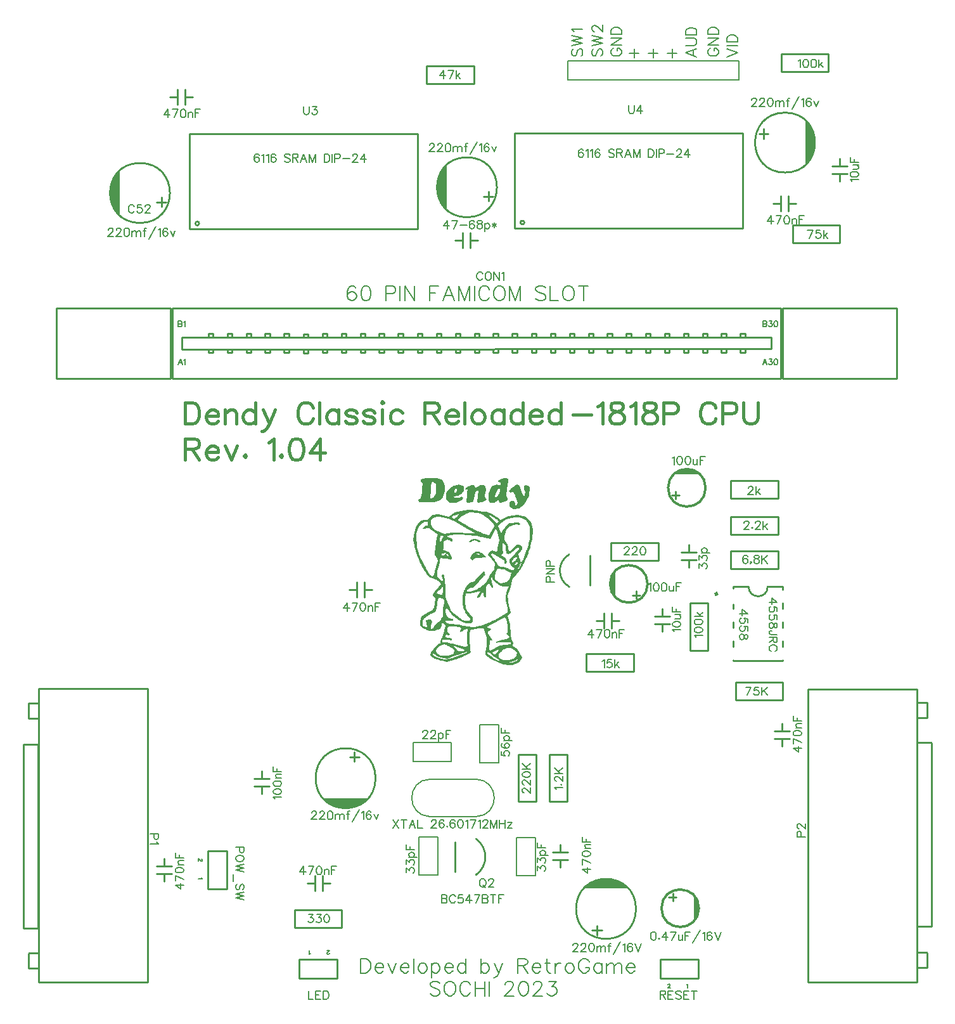
<source format=gto>
G04 Layer: TopSilkscreenLayer*
G04 EasyEDA v6.5.42, 2024-04-13 21:12:49*
G04 9533279679aa4dd5b2ccd963fcabda20,a2f4cb7aa3704937908c5b59a0d1150c,10*
G04 Gerber Generator version 0.2*
G04 Scale: 100 percent, Rotated: No, Reflected: No *
G04 Dimensions in millimeters *
G04 leading zeros omitted , absolute positions ,4 integer and 5 decimal *
%FSLAX45Y45*%
%MOMM*%

%ADD10C,0.4000*%
%ADD11C,0.2032*%
%ADD12C,0.1524*%
%ADD13C,0.2540*%
%ADD14C,0.2007*%
%ADD15C,0.2286*%
%ADD16C,0.2030*%
%ADD17C,0.3000*%
%ADD18C,0.0115*%

%LPD*%
G36*
X7682280Y8046516D02*
G01*
X7645400Y8039100D01*
X7639100Y8037677D01*
X7632903Y8036001D01*
X7620914Y8031886D01*
X7609687Y8027009D01*
X7599476Y8021675D01*
X7594853Y8018881D01*
X7586776Y8013192D01*
X7583322Y8010398D01*
X7580375Y8007603D01*
X7577937Y8004911D01*
X7576007Y8002371D01*
X7574635Y7999933D01*
X7573873Y7997698D01*
X7573772Y7995666D01*
X7574330Y7993837D01*
X7575600Y7992262D01*
X7577581Y7991043D01*
X7580375Y7990078D01*
X7583982Y7989519D01*
X7588402Y7989316D01*
X7594752Y7988655D01*
X7600137Y7986826D01*
X7604404Y7983829D01*
X7607553Y7979867D01*
X7609484Y7974888D01*
X7610195Y7969097D01*
X7609636Y7962595D01*
X7607706Y7955381D01*
X7601966Y7938719D01*
X7555788Y7958023D01*
X7493355Y7930692D01*
X7444282Y7840421D01*
X7444289Y7794040D01*
X7536535Y7794040D01*
X7545120Y7830413D01*
X7550099Y7847685D01*
X7555534Y7862874D01*
X7558379Y7869681D01*
X7561275Y7875879D01*
X7564221Y7881467D01*
X7567218Y7886496D01*
X7570216Y7890814D01*
X7573213Y7894523D01*
X7576210Y7897571D01*
X7579207Y7899908D01*
X7582153Y7901584D01*
X7584998Y7902448D01*
X7587843Y7902600D01*
X7590586Y7901990D01*
X7593228Y7900568D01*
X7595717Y7898384D01*
X7598156Y7895336D01*
X7599730Y7892135D01*
X7600696Y7888274D01*
X7601051Y7883804D01*
X7600899Y7878825D01*
X7600238Y7873390D01*
X7599172Y7867599D01*
X7597648Y7861503D01*
X7593482Y7848752D01*
X7588097Y7835798D01*
X7585049Y7829397D01*
X7578445Y7817256D01*
X7574940Y7811668D01*
X7571384Y7806486D01*
X7567828Y7801762D01*
X7564221Y7797647D01*
X7560716Y7794142D01*
X7557262Y7791399D01*
X7553959Y7789418D01*
X7550810Y7788351D01*
X7547864Y7788198D01*
X7545171Y7789113D01*
X7536535Y7794040D01*
X7444289Y7794040D01*
X7444638Y7781645D01*
X7445654Y7768996D01*
X7447127Y7757109D01*
X7449108Y7746542D01*
X7451394Y7737957D01*
X7452664Y7734553D01*
X7453985Y7731912D01*
X7463637Y7715351D01*
X7526883Y7715351D01*
X7582255Y7758125D01*
X7593939Y7715351D01*
X7612837Y7715351D01*
X7617358Y7715707D01*
X7623048Y7716723D01*
X7629702Y7718298D01*
X7644790Y7722971D01*
X7652816Y7725918D01*
X7660843Y7729169D01*
X7668615Y7732623D01*
X7705598Y7749946D01*
X7705598Y7766862D01*
X7704836Y7773466D01*
X7702854Y7778851D01*
X7699857Y7782509D01*
X7696250Y7783830D01*
X7694828Y7784084D01*
X7693507Y7784896D01*
X7692339Y7786268D01*
X7691272Y7788097D01*
X7690358Y7790434D01*
X7689545Y7793278D01*
X7688325Y7800390D01*
X7687564Y7809331D01*
X7687309Y7819999D01*
X7687564Y7832293D01*
X7688325Y7846110D01*
X7689596Y7861350D01*
X7691374Y7878013D01*
X7693609Y7895844D01*
X7708798Y7997444D01*
X7713725Y8032089D01*
G37*
G36*
X6763715Y8040674D02*
G01*
X6657898Y8040319D01*
X6638594Y8039963D01*
X6620154Y8039252D01*
X6603085Y8038236D01*
X6587845Y8037017D01*
X6574891Y8035594D01*
X6564680Y8034020D01*
X6557670Y8032292D01*
X6555486Y8031429D01*
X6550812Y8028584D01*
X6546951Y8025485D01*
X6543954Y8022234D01*
X6541719Y8018780D01*
X6540398Y8015173D01*
X6539839Y8011464D01*
X6540144Y8007654D01*
X6541312Y8003844D01*
X6543294Y7999933D01*
X6546138Y7996072D01*
X6549796Y7992262D01*
X6554266Y7988452D01*
X6569405Y7976920D01*
X6562191Y7897114D01*
X6560058Y7876438D01*
X6557772Y7857744D01*
X6555282Y7840878D01*
X6552641Y7825892D01*
X6549796Y7812582D01*
X6546697Y7800949D01*
X6545122Y7795768D01*
X6541668Y7786471D01*
X6537959Y7778648D01*
X6534928Y7773720D01*
X6666890Y7773720D01*
X6673342Y7884363D01*
X6674764Y7904734D01*
X6676339Y7922768D01*
X6678015Y7938566D01*
X6679946Y7952231D01*
X6682130Y7963763D01*
X6684568Y7973263D01*
X6687362Y7980781D01*
X6688886Y7983829D01*
X6690512Y7986420D01*
X6692239Y7988553D01*
X6694068Y7990281D01*
X6695998Y7991551D01*
X6698081Y7992364D01*
X6700215Y7992770D01*
X6702552Y7992770D01*
X6704990Y7992364D01*
X6707530Y7991602D01*
X6710273Y7990433D01*
X6716166Y7986979D01*
X6722618Y7982102D01*
X6729780Y7975853D01*
X6744462Y7962392D01*
X6744411Y7839456D01*
X6711797Y7779562D01*
X6666890Y7773720D01*
X6534928Y7773720D01*
X6531813Y7769555D01*
X6529628Y7767167D01*
X6525006Y7763357D01*
X6509156Y7752740D01*
X6516065Y7719618D01*
X6616953Y7716926D01*
X6635851Y7716672D01*
X6653377Y7716774D01*
X6669684Y7717231D01*
X6684873Y7718044D01*
X6698996Y7719212D01*
X6712153Y7720787D01*
X6724396Y7722768D01*
X6735876Y7725206D01*
X6746595Y7728102D01*
X6756755Y7731506D01*
X6766306Y7735366D01*
X6775450Y7739735D01*
X6784238Y7744612D01*
X6792722Y7750048D01*
X6801053Y7756093D01*
X6837578Y7785455D01*
X6853936Y7836204D01*
X6857796Y7850378D01*
X6860844Y7864094D01*
X6862978Y7877403D01*
X6864350Y7890357D01*
X6864807Y7903006D01*
X6864756Y7909204D01*
X6863943Y7921396D01*
X6862318Y7933283D01*
X6859828Y7944967D01*
X6856475Y7956448D01*
X6852259Y7967776D01*
X6847179Y7978902D01*
X6829044Y8015630D01*
G37*
G36*
X7050531Y7954365D02*
G01*
X7044537Y7954213D01*
X7038441Y7953756D01*
X7032193Y7952994D01*
X7025792Y7951927D01*
X7019239Y7950555D01*
X7005777Y7946847D01*
X6998868Y7944561D01*
X6984746Y7939024D01*
X6935978Y7916519D01*
X6891694Y7858048D01*
X6987387Y7858048D01*
X6988251Y7864754D01*
X6990080Y7872069D01*
X6992924Y7879588D01*
X6996734Y7887106D01*
X7000036Y7892237D01*
X7003338Y7896402D01*
X7006590Y7899501D01*
X7009739Y7901635D01*
X7012736Y7902803D01*
X7015480Y7903006D01*
X7017969Y7902244D01*
X7020153Y7900466D01*
X7021931Y7897774D01*
X7023252Y7894116D01*
X7024116Y7889544D01*
X7024420Y7884007D01*
X7023709Y7876692D01*
X7021779Y7869478D01*
X7018781Y7862722D01*
X7014870Y7856575D01*
X7010349Y7851343D01*
X7005320Y7847330D01*
X6999986Y7844688D01*
X6994550Y7843774D01*
X6991146Y7844790D01*
X6988860Y7847787D01*
X6987590Y7852308D01*
X6987387Y7858048D01*
X6891694Y7858048D01*
X6881114Y7844078D01*
X6879742Y7756702D01*
X6932117Y7715351D01*
X7018528Y7715351D01*
X7065365Y7736331D01*
X7072172Y7739786D01*
X7078421Y7743342D01*
X7084009Y7746898D01*
X7088987Y7750505D01*
X7093356Y7754061D01*
X7097115Y7757617D01*
X7100163Y7761122D01*
X7102551Y7764627D01*
X7104278Y7768031D01*
X7105345Y7771384D01*
X7105700Y7774635D01*
X7105345Y7777784D01*
X7104227Y7780832D01*
X7102449Y7783728D01*
X7099858Y7786471D01*
X7090765Y7794853D01*
X7063130Y7784388D01*
X7055002Y7781594D01*
X7046823Y7779461D01*
X7038746Y7777937D01*
X7030872Y7777022D01*
X7023303Y7776718D01*
X7016191Y7776972D01*
X7009638Y7777835D01*
X7003745Y7779207D01*
X6998665Y7781137D01*
X6994499Y7783677D01*
X6991350Y7786674D01*
X6989368Y7790230D01*
X6985508Y7800949D01*
X7005421Y7800949D01*
X7010908Y7801203D01*
X7016648Y7801914D01*
X7022592Y7803134D01*
X7028738Y7804759D01*
X7034987Y7806791D01*
X7041286Y7809179D01*
X7047636Y7811973D01*
X7053986Y7815072D01*
X7060234Y7818475D01*
X7066381Y7822184D01*
X7072375Y7826146D01*
X7078167Y7830362D01*
X7083653Y7834782D01*
X7088886Y7839354D01*
X7093762Y7844129D01*
X7098233Y7849006D01*
X7117689Y7871764D01*
X7117689Y7928406D01*
X7096963Y7941716D01*
X7092543Y7944358D01*
X7087870Y7946694D01*
X7083044Y7948726D01*
X7078065Y7950453D01*
X7072884Y7951825D01*
X7067550Y7952943D01*
X7062012Y7953705D01*
X7056374Y7954213D01*
G37*
G36*
X7830058Y7954111D02*
G01*
X7796682Y7938109D01*
X7784998Y7931810D01*
X7774178Y7925104D01*
X7764170Y7918043D01*
X7755178Y7910779D01*
X7747203Y7903260D01*
X7740243Y7895640D01*
X7734503Y7887868D01*
X7722971Y7868361D01*
X7745374Y7843570D01*
X7757718Y7852968D01*
X7760716Y7855051D01*
X7763509Y7856677D01*
X7766253Y7857845D01*
X7768844Y7858506D01*
X7771384Y7858607D01*
X7773873Y7858201D01*
X7776311Y7857185D01*
X7778750Y7855559D01*
X7781188Y7853324D01*
X7783626Y7850428D01*
X7786116Y7846872D01*
X7788656Y7842605D01*
X7794040Y7831836D01*
X7799882Y7817916D01*
X7806334Y7800695D01*
X7813548Y7779969D01*
X7837830Y7708442D01*
X7827213Y7690256D01*
X7824266Y7685836D01*
X7821066Y7682331D01*
X7817764Y7679740D01*
X7814513Y7678013D01*
X7811414Y7677150D01*
X7808569Y7677150D01*
X7806181Y7677912D01*
X7804302Y7679537D01*
X7803083Y7681874D01*
X7802676Y7685024D01*
X7803184Y7688935D01*
X7804708Y7693558D01*
X7805826Y7699552D01*
X7805166Y7707172D01*
X7802930Y7715402D01*
X7799273Y7723225D01*
X7788909Y7741005D01*
X7767777Y7741005D01*
X7760766Y7740700D01*
X7754366Y7739684D01*
X7748574Y7738059D01*
X7743444Y7735722D01*
X7738922Y7732775D01*
X7735011Y7729118D01*
X7731709Y7724800D01*
X7729016Y7719771D01*
X7726934Y7714081D01*
X7725409Y7707680D01*
X7724546Y7700619D01*
X7724241Y7692847D01*
X7724241Y7665212D01*
X7775549Y7628077D01*
X7852816Y7635951D01*
X7920329Y7683195D01*
X7987944Y7808772D01*
X7997088Y7925612D01*
X7982458Y7936687D01*
X7979105Y7938871D01*
X7975092Y7940802D01*
X7970672Y7942427D01*
X7965846Y7943748D01*
X7960868Y7944662D01*
X7955889Y7945221D01*
X7951012Y7945323D01*
X7946390Y7945018D01*
X7924850Y7942224D01*
X7921752Y7922158D01*
X7921396Y7917586D01*
X7921447Y7912404D01*
X7921904Y7906766D01*
X7922818Y7900822D01*
X7924038Y7894777D01*
X7925612Y7888782D01*
X7927492Y7883042D01*
X7929625Y7877759D01*
X7940598Y7853425D01*
X7932877Y7821422D01*
X7929829Y7812227D01*
X7928305Y7808772D01*
X7926679Y7806131D01*
X7925003Y7804302D01*
X7923225Y7803286D01*
X7921345Y7803083D01*
X7919415Y7803743D01*
X7917332Y7805267D01*
X7915148Y7807604D01*
X7912811Y7810855D01*
X7910271Y7814970D01*
X7904784Y7825892D01*
X7898536Y7840522D01*
X7891424Y7858912D01*
X7862620Y7938109D01*
G37*
G36*
X7368489Y7953349D02*
G01*
X7360056Y7952689D01*
X7350861Y7950809D01*
X7346035Y7949438D01*
X7335875Y7945729D01*
X7325055Y7940852D01*
X7313574Y7934706D01*
X7291171Y7920990D01*
X7282434Y7916265D01*
X7276236Y7913624D01*
X7273493Y7913471D01*
X7264806Y7928051D01*
X7261098Y7933893D01*
X7257643Y7938820D01*
X7254341Y7942884D01*
X7251090Y7946085D01*
X7247788Y7948523D01*
X7244283Y7950200D01*
X7240473Y7951165D01*
X7236307Y7951470D01*
X7231684Y7951165D01*
X7226401Y7950250D01*
X7220407Y7948777D01*
X7205827Y7944307D01*
X7189825Y7938820D01*
X7182866Y7935925D01*
X7176262Y7932826D01*
X7170013Y7929473D01*
X7164120Y7926019D01*
X7158685Y7922412D01*
X7153757Y7918754D01*
X7149338Y7915097D01*
X7145426Y7911439D01*
X7142175Y7907883D01*
X7139482Y7904480D01*
X7137501Y7901178D01*
X7136231Y7898130D01*
X7135672Y7895336D01*
X7135926Y7892846D01*
X7137044Y7890713D01*
X7138974Y7888986D01*
X7141819Y7887665D01*
X7145578Y7886852D01*
X7150353Y7886547D01*
X7164374Y7886547D01*
X7163816Y7844891D01*
X7163155Y7833055D01*
X7162038Y7820050D01*
X7160514Y7806588D01*
X7158685Y7793431D01*
X7156653Y7781340D01*
X7154062Y7767980D01*
X7152843Y7760208D01*
X7151928Y7752740D01*
X7151319Y7745730D01*
X7151065Y7739430D01*
X7151116Y7733995D01*
X7151522Y7729677D01*
X7152335Y7726629D01*
X7157059Y7715351D01*
X7186930Y7715351D01*
X7193229Y7715554D01*
X7199731Y7716164D01*
X7206284Y7717180D01*
X7212584Y7718501D01*
X7218578Y7720075D01*
X7223963Y7721904D01*
X7228636Y7723886D01*
X7232396Y7726019D01*
X7247991Y7736738D01*
X7258405Y7804251D01*
X7259878Y7812227D01*
X7263282Y7826959D01*
X7267143Y7840014D01*
X7271359Y7851292D01*
X7273594Y7856220D01*
X7275931Y7860639D01*
X7278319Y7864602D01*
X7280757Y7868056D01*
X7283246Y7870952D01*
X7285786Y7873288D01*
X7288377Y7875117D01*
X7290968Y7876336D01*
X7293609Y7876997D01*
X7296251Y7877048D01*
X7298893Y7876489D01*
X7301534Y7875320D01*
X7309866Y7870596D01*
X7292238Y7731556D01*
X7312253Y7713167D01*
X7344968Y7718806D01*
X7351979Y7720279D01*
X7359345Y7722260D01*
X7366863Y7724698D01*
X7374331Y7727492D01*
X7381544Y7730540D01*
X7388199Y7733741D01*
X7394143Y7737043D01*
X7399121Y7740396D01*
X7420559Y7756296D01*
X7396225Y7797952D01*
X7408113Y7858506D01*
X7410145Y7872323D01*
X7411262Y7885125D01*
X7411466Y7896809D01*
X7410856Y7907477D01*
X7409332Y7917027D01*
X7408265Y7921396D01*
X7406995Y7925511D01*
X7405522Y7929372D01*
X7403846Y7932877D01*
X7401966Y7936179D01*
X7399883Y7939176D01*
X7397597Y7941868D01*
X7395108Y7944307D01*
X7392466Y7946440D01*
X7389571Y7948269D01*
X7386523Y7949844D01*
X7383322Y7951114D01*
X7379868Y7952130D01*
X7376261Y7952841D01*
X7372451Y7953248D01*
G37*
G36*
X7189470Y7617358D02*
G01*
X7176211Y7617104D01*
X7164679Y7616342D01*
X7156500Y7615377D01*
X7138314Y7612532D01*
X7113828Y7608265D01*
X7079081Y7601864D01*
X6998563Y7586167D01*
X6912457Y7530033D01*
X6777126Y7561580D01*
X6698081Y7550759D01*
X6632549Y7484160D01*
X6599072Y7484109D01*
X6589318Y7483500D01*
X6579920Y7482230D01*
X6570827Y7480350D01*
X6562090Y7477861D01*
X6553657Y7474712D01*
X6545529Y7470902D01*
X6537706Y7466533D01*
X6530238Y7461503D01*
X6523126Y7455814D01*
X6516268Y7449515D01*
X6509766Y7442555D01*
X6503568Y7434986D01*
X6497675Y7426756D01*
X6492087Y7417866D01*
X6486804Y7408367D01*
X6481876Y7398207D01*
X6477254Y7387386D01*
X6472936Y7375956D01*
X6468922Y7363815D01*
X6465214Y7351064D01*
X6461810Y7337704D01*
X6458712Y7323632D01*
X6455918Y7308951D01*
X6452053Y7283297D01*
X6480708Y7283297D01*
X6493357Y7337044D01*
X6497370Y7350353D01*
X6502044Y7363155D01*
X6507378Y7375296D01*
X6513322Y7386878D01*
X6519824Y7397750D01*
X6526834Y7407859D01*
X6534353Y7417257D01*
X6538264Y7421625D01*
X6546443Y7429703D01*
X6550609Y7433411D01*
X6559296Y7440117D01*
X6563715Y7443114D01*
X6572808Y7448346D01*
X6582105Y7452563D01*
X6586829Y7454239D01*
X6591553Y7455611D01*
X6596380Y7456728D01*
X6601155Y7457541D01*
X6606031Y7458049D01*
X6631228Y7458506D01*
X6634876Y7447940D01*
X6675323Y7447940D01*
X6675526Y7452766D01*
X6676034Y7457694D01*
X6676898Y7462621D01*
X6678066Y7467650D01*
X6679590Y7472730D01*
X6690969Y7503109D01*
X6725259Y7516723D01*
X6735114Y7520178D01*
X6744512Y7522819D01*
X6753859Y7524699D01*
X6763512Y7525766D01*
X6773824Y7526070D01*
X6781865Y7525816D01*
X6957872Y7525816D01*
X6983882Y7539329D01*
X6994296Y7544155D01*
X7018883Y7554468D01*
X7043064Y7563459D01*
X7053021Y7566710D01*
X7060438Y7568692D01*
X7062978Y7569149D01*
X7063384Y7568590D01*
X7062317Y7566710D01*
X7056170Y7559548D01*
X7045553Y7548778D01*
X7031532Y7535570D01*
X7013651Y7519517D01*
X7006590Y7513624D01*
X7000494Y7509052D01*
X6995312Y7505750D01*
X6990791Y7503668D01*
X6986778Y7502753D01*
X6983120Y7502956D01*
X6979666Y7504175D01*
X6976313Y7506411D01*
X6972757Y7509509D01*
X6957872Y7525816D01*
X6781865Y7525816D01*
X6791401Y7525105D01*
X6805117Y7523581D01*
X6820763Y7521295D01*
X6838848Y7518298D01*
X6847789Y7516571D01*
X6857492Y7514336D01*
X6867753Y7511643D01*
X6878574Y7508494D01*
X6901535Y7501026D01*
X6913524Y7496809D01*
X6932015Y7489850D01*
X6951710Y7481874D01*
X7031736Y7481874D01*
X7061403Y7511338D01*
X7068820Y7517587D01*
X7077862Y7524394D01*
X7088174Y7531506D01*
X7099401Y7538770D01*
X7111187Y7545882D01*
X7123226Y7552690D01*
X7135215Y7558989D01*
X7197039Y7588605D01*
X7312456Y7580426D01*
X7360869Y7558786D01*
X7370165Y7553807D01*
X7378948Y7548524D01*
X7451801Y7548524D01*
X7451852Y7549642D01*
X7452410Y7550353D01*
X7453528Y7550708D01*
X7455204Y7550658D01*
X7460132Y7549388D01*
X7467244Y7546543D01*
X7476490Y7542225D01*
X7487920Y7536383D01*
X7501534Y7529068D01*
X7516063Y7520940D01*
X7529626Y7512608D01*
X7542377Y7504125D01*
X7553756Y7495794D01*
X7563053Y7488174D01*
X7566812Y7484770D01*
X7569809Y7481671D01*
X7571994Y7478979D01*
X7584744Y7460945D01*
X7559802Y7441946D01*
X7493101Y7503718D01*
X7470800Y7525207D01*
X7462875Y7533487D01*
X7457033Y7540091D01*
X7453375Y7545120D01*
X7452309Y7547051D01*
X7451801Y7548524D01*
X7378948Y7548524D01*
X7385964Y7544053D01*
X7397394Y7536281D01*
X7409332Y7527696D01*
X7421625Y7518400D01*
X7433970Y7508697D01*
X7458303Y7488377D01*
X7469835Y7478115D01*
X7480655Y7468057D01*
X7490663Y7458354D01*
X7499553Y7449108D01*
X7507224Y7440574D01*
X7513370Y7432802D01*
X7517892Y7426096D01*
X7527594Y7409484D01*
X7522758Y7400899D01*
X7576159Y7400899D01*
X7592568Y7423708D01*
X7598968Y7431430D01*
X7606030Y7438898D01*
X7613700Y7446111D01*
X7621981Y7453020D01*
X7630820Y7459675D01*
X7640116Y7466025D01*
X7649921Y7472019D01*
X7660182Y7477709D01*
X7670800Y7483094D01*
X7681823Y7488072D01*
X7693152Y7492746D01*
X7704785Y7497064D01*
X7716621Y7500924D01*
X7728712Y7504480D01*
X7741005Y7507579D01*
X7753400Y7510272D01*
X7765897Y7512558D01*
X7778445Y7514437D01*
X7791043Y7515859D01*
X7803642Y7516774D01*
X7816189Y7517282D01*
X7828635Y7517282D01*
X7840980Y7516825D01*
X7853172Y7515859D01*
X7865160Y7514336D01*
X7876895Y7512354D01*
X7888376Y7509814D01*
X7898688Y7506970D01*
X7907731Y7503820D01*
X7916367Y7500112D01*
X7924596Y7495844D01*
X7932420Y7491018D01*
X7939836Y7485634D01*
X7946847Y7479741D01*
X7953451Y7473289D01*
X7959648Y7466330D01*
X7965440Y7458811D01*
X7970824Y7450836D01*
X7975752Y7442301D01*
X7980273Y7433259D01*
X7984388Y7423708D01*
X7988096Y7413701D01*
X7991348Y7403185D01*
X7994192Y7392212D01*
X7996631Y7380681D01*
X7998612Y7368743D01*
X8000187Y7356297D01*
X8001304Y7343444D01*
X8002016Y7330084D01*
X8002270Y7316266D01*
X8002117Y7302042D01*
X8001508Y7287361D01*
X8000441Y7272223D01*
X7998917Y7256678D01*
X7996986Y7240676D01*
X7994599Y7224268D01*
X7991805Y7207453D01*
X7989265Y7194143D01*
X7984388Y7173163D01*
X7977835Y7149185D01*
X7969859Y7122820D01*
X7960664Y7094677D01*
X7950504Y7065314D01*
X7939684Y7035241D01*
X7922514Y6990232D01*
X7910880Y6961124D01*
X7899298Y6933387D01*
X7888071Y6907631D01*
X7877403Y6884416D01*
X7867548Y6864299D01*
X7858709Y6847890D01*
X7854797Y6841286D01*
X7851140Y6835800D01*
X7847939Y6831533D01*
X7845094Y6828536D01*
X7842707Y6826910D01*
X7841691Y6826656D01*
X7840776Y6826707D01*
X7840014Y6827215D01*
X7839202Y6828637D01*
X7838998Y6830923D01*
X7839456Y6834022D01*
X7840472Y6837934D01*
X7844383Y6848043D01*
X7850581Y6861048D01*
X7859064Y6876846D01*
X7869681Y6895236D01*
X7883499Y6918401D01*
X7874965Y6933742D01*
X7873034Y6937705D01*
X7868361Y6949490D01*
X7863128Y6964984D01*
X7857998Y6982307D01*
X7844891Y7032955D01*
X7868158Y7056628D01*
X7873136Y7062266D01*
X7877657Y7067803D01*
X7881721Y7073290D01*
X7885328Y7078624D01*
X7888478Y7083856D01*
X7891170Y7088987D01*
X7893456Y7094016D01*
X7895234Y7098842D01*
X7896606Y7103567D01*
X7897520Y7108088D01*
X7898028Y7112457D01*
X7898028Y7116673D01*
X7897622Y7120636D01*
X7896809Y7124446D01*
X7895539Y7128002D01*
X7893812Y7131354D01*
X7891678Y7134453D01*
X7889087Y7137349D01*
X7886090Y7139940D01*
X7882686Y7142276D01*
X7878825Y7144359D01*
X7874558Y7146137D01*
X7869834Y7147610D01*
X7864754Y7148779D01*
X7859217Y7149592D01*
X7853222Y7150100D01*
X7846872Y7150303D01*
X7821523Y7150303D01*
X7767828Y7100265D01*
X7754315Y7088073D01*
X7743291Y7078675D01*
X7734503Y7072071D01*
X7730845Y7069785D01*
X7727696Y7068210D01*
X7724952Y7067245D01*
X7722616Y7066940D01*
X7720685Y7067296D01*
X7719009Y7068312D01*
X7717739Y7069937D01*
X7716672Y7072172D01*
X7715859Y7075017D01*
X7714894Y7082586D01*
X7714284Y7097775D01*
X7713014Y7109053D01*
X7710728Y7120991D01*
X7707579Y7133336D01*
X7703667Y7145731D01*
X7699095Y7157872D01*
X7694015Y7169454D01*
X7688529Y7180122D01*
X7682738Y7189571D01*
X7679791Y7193737D01*
X7676794Y7197496D01*
X7671155Y7203744D01*
X7668768Y7207148D01*
X7666685Y7210856D01*
X7664856Y7214920D01*
X7663281Y7219289D01*
X7662011Y7223963D01*
X7660995Y7228992D01*
X7660233Y7234326D01*
X7659776Y7239914D01*
X7659573Y7245807D01*
X7660030Y7258405D01*
X7660640Y7265060D01*
X7662722Y7279131D01*
X7664145Y7286548D01*
X7667904Y7301941D01*
X7672679Y7318146D01*
X7686497Y7360716D01*
X7713675Y7384643D01*
X7718298Y7388453D01*
X7723428Y7392111D01*
X7728915Y7395616D01*
X7734757Y7398969D01*
X7740903Y7402118D01*
X7753959Y7407859D01*
X7760766Y7410399D01*
X7774736Y7414768D01*
X7788859Y7418120D01*
X7795920Y7419390D01*
X7802829Y7420356D01*
X7809636Y7421016D01*
X7816291Y7421372D01*
X7822692Y7421372D01*
X7828838Y7421067D01*
X7834680Y7420406D01*
X7846466Y7418222D01*
X7852156Y7417866D01*
X7857083Y7418171D01*
X7861249Y7419136D01*
X7864602Y7420609D01*
X7866989Y7422642D01*
X7868462Y7425029D01*
X7868920Y7427823D01*
X7868310Y7430922D01*
X7866583Y7434275D01*
X7863687Y7437780D01*
X7859522Y7441387D01*
X7845704Y7451953D01*
X7724546Y7444841D01*
X7692440Y7416749D01*
X7685786Y7409992D01*
X7678674Y7402017D01*
X7671257Y7393025D01*
X7663891Y7383373D01*
X7656677Y7373315D01*
X7649921Y7363155D01*
X7643825Y7353249D01*
X7615631Y7302550D01*
X7576159Y7400899D01*
X7522758Y7400899D01*
X7489799Y7342479D01*
X7472578Y7313066D01*
X7465263Y7301128D01*
X7459319Y7291882D01*
X7455153Y7285939D01*
X7453020Y7283805D01*
X7450581Y7282942D01*
X7447280Y7282586D01*
X7443114Y7282789D01*
X7438085Y7283450D01*
X7432243Y7284618D01*
X7418273Y7288326D01*
X7401509Y7293864D01*
X7382205Y7300975D01*
X7360666Y7309662D01*
X7337094Y7319772D01*
X7311796Y7331100D01*
X7285075Y7343648D01*
X7257135Y7357211D01*
X7228331Y7371689D01*
X7206284Y7383068D01*
X7161631Y7406995D01*
X7131761Y7423607D01*
X7102195Y7440675D01*
X7031736Y7481874D01*
X6951710Y7481874D01*
X6976109Y7471359D01*
X7007148Y7456830D01*
X7030770Y7444689D01*
X7042048Y7438593D01*
X7052818Y7432446D01*
X7091324Y7409129D01*
X7134199Y7384440D01*
X7163917Y7367879D01*
X7192975Y7352080D01*
X7274356Y7308392D01*
X6954418Y7314641D01*
X6851751Y7297216D01*
X6736080Y7347661D01*
X6703822Y7383729D01*
X6695541Y7394143D01*
X6691934Y7399274D01*
X6685838Y7409230D01*
X6683298Y7414158D01*
X6681114Y7419035D01*
X6677812Y7428687D01*
X6676694Y7433462D01*
X6675881Y7438288D01*
X6675424Y7443063D01*
X6675323Y7447940D01*
X6634876Y7447940D01*
X6637121Y7441438D01*
X6639153Y7433970D01*
X6639763Y7427264D01*
X6639001Y7421372D01*
X6636918Y7416444D01*
X6633565Y7412481D01*
X6629044Y7409535D01*
X6623253Y7407757D01*
X6611823Y7406640D01*
X6606844Y7405319D01*
X6601510Y7403185D01*
X6596075Y7400442D01*
X6590639Y7397191D01*
X6585407Y7393584D01*
X6580530Y7389672D01*
X6576161Y7385659D01*
X6572453Y7381595D01*
X6569608Y7377633D01*
X6567830Y7373924D01*
X6567170Y7370572D01*
X6567170Y7362393D01*
X6648145Y7373518D01*
X6769404Y7292441D01*
X6769150Y7289292D01*
X6765036Y7267905D01*
X6749237Y7196277D01*
X6746290Y7181646D01*
X6741498Y7154570D01*
X6790283Y7154570D01*
X6796430Y7219848D01*
X6799021Y7240422D01*
X6801815Y7257237D01*
X6803186Y7263587D01*
X6804456Y7268209D01*
X6805625Y7270902D01*
X6810908Y7278776D01*
X6847078Y7260996D01*
X6831990Y7239812D01*
X6825081Y7229043D01*
X6817410Y7215428D01*
X6809943Y7200696D01*
X6806539Y7193483D01*
X6790283Y7154570D01*
X6741498Y7154570D01*
X6737553Y7128764D01*
X6734098Y7100773D01*
X6732930Y7088327D01*
X6732219Y7077303D01*
X6730657Y7022134D01*
X6818477Y7022134D01*
X6818833Y7025233D01*
X6820509Y7028332D01*
X6823506Y7031177D01*
X6827672Y7033717D01*
X6832955Y7035850D01*
X6839305Y7037527D01*
X6846570Y7038594D01*
X6854748Y7039000D01*
X6878015Y7039000D01*
X6868933Y7029805D01*
X6884720Y7029805D01*
X6897827Y7025182D01*
X6903364Y7022388D01*
X6908596Y7018324D01*
X6913067Y7013448D01*
X6916064Y7008368D01*
X6917944Y7002576D01*
X6917994Y6998716D01*
X6916572Y6996785D01*
X6913880Y6996633D01*
X6910222Y6998258D01*
X6905904Y7001560D01*
X6901078Y7006488D01*
X6896150Y7012990D01*
X6884720Y7029805D01*
X6868933Y7029805D01*
X6861657Y7022439D01*
X6854291Y7016394D01*
X6846265Y7012127D01*
X6838594Y7010044D01*
X6832244Y7010501D01*
X6826351Y7013092D01*
X6822186Y7015937D01*
X6819544Y7018985D01*
X6818477Y7022134D01*
X6730657Y7022134D01*
X6730492Y7015988D01*
X6740906Y7003948D01*
X6743242Y7000900D01*
X6748525Y6992061D01*
X6754215Y6980681D01*
X6759549Y6968185D01*
X6772402Y6931863D01*
X6752336Y6883349D01*
X6748576Y6873036D01*
X6744817Y6861809D01*
X6741210Y6850024D01*
X6737908Y6838035D01*
X6734911Y6826199D01*
X6732371Y6814921D01*
X6730390Y6804507D01*
X6728104Y6790588D01*
X6726072Y6781495D01*
X6723684Y6772808D01*
X6721043Y6764680D01*
X6718249Y6757365D01*
X6715302Y6751116D01*
X6712356Y6746138D01*
X6709409Y6742684D01*
X6699236Y6733336D01*
X6763105Y6733336D01*
X6763359Y6778447D01*
X6764426Y6791401D01*
X6766356Y6805726D01*
X6768998Y6820560D01*
X6772249Y6835190D01*
X6775958Y6848754D01*
X6779971Y6861048D01*
X6784086Y6874560D01*
X6788150Y6889089D01*
X6791959Y6903821D01*
X6795312Y6917944D01*
X6797954Y6930644D01*
X6805422Y6974789D01*
X6858355Y6971233D01*
X6871309Y6969912D01*
X6883857Y6968134D01*
X6895338Y6966102D01*
X6905193Y6963867D01*
X6912762Y6961530D01*
X6921601Y6957669D01*
X6927291Y6955790D01*
X6932523Y6954621D01*
X6937298Y6954164D01*
X6941566Y6954418D01*
X6945375Y6955332D01*
X6948678Y6956856D01*
X6951472Y6958939D01*
X6953707Y6961631D01*
X6955434Y6964883D01*
X6956602Y6968591D01*
X6957212Y6972808D01*
X6957263Y6977481D01*
X6956704Y6982561D01*
X6955536Y6987997D01*
X6953758Y6993839D01*
X6951370Y6999986D01*
X6948322Y7006437D01*
X6944664Y7013143D01*
X6940296Y7020052D01*
X6921601Y7048246D01*
X6835851Y7081926D01*
X6841490Y7095439D01*
X6842607Y7098995D01*
X6843674Y7103973D01*
X6844639Y7110120D01*
X6846163Y7125106D01*
X6846976Y7142124D01*
X6847078Y7192721D01*
X6894931Y7221423D01*
X6936689Y7203186D01*
X6950913Y7197293D01*
X6956094Y7195515D01*
X6960108Y7194550D01*
X6963156Y7194346D01*
X6965340Y7195007D01*
X6966813Y7196480D01*
X6967728Y7198766D01*
X6968185Y7201916D01*
X6968388Y7205929D01*
X6968388Y7228636D01*
X6927697Y7244334D01*
X6921296Y7247026D01*
X6915759Y7249668D01*
X6911035Y7252208D01*
X6907174Y7254646D01*
X6904024Y7256983D01*
X6901688Y7259269D01*
X6900113Y7261402D01*
X6899249Y7263536D01*
X6899097Y7265517D01*
X6899656Y7267448D01*
X6900875Y7269225D01*
X6902754Y7271003D01*
X6905294Y7272629D01*
X6908393Y7274204D01*
X6912152Y7275677D01*
X6921347Y7278319D01*
X6932675Y7280656D01*
X6946087Y7282586D01*
X6961327Y7284212D01*
X6978294Y7285481D01*
X6996836Y7286345D01*
X7016800Y7286904D01*
X7043470Y7287056D01*
X7066076Y7286752D01*
X7089546Y7286142D01*
X7113828Y7285126D01*
X7145020Y7283399D01*
X7170521Y7281570D01*
X7202728Y7278776D01*
X7235037Y7275423D01*
X7260844Y7272375D01*
X7286396Y7268921D01*
X7323886Y7263079D01*
X7348118Y7258710D01*
X7371588Y7253986D01*
X7394143Y7248855D01*
X7473746Y7228179D01*
X7498689Y7280808D01*
X7523378Y7334351D01*
X7538821Y7368590D01*
X7551521Y7352842D01*
X7553350Y7350201D01*
X7555331Y7346543D01*
X7559548Y7336688D01*
X7563916Y7324039D01*
X7568285Y7309408D01*
X7572400Y7293406D01*
X7575956Y7276896D01*
X7587691Y7216648D01*
X7570622Y7109002D01*
X7567523Y7092086D01*
X7564577Y7079335D01*
X7563053Y7074408D01*
X7561427Y7070344D01*
X7559700Y7067092D01*
X7557820Y7064603D01*
X7555687Y7062825D01*
X7553401Y7061657D01*
X7550759Y7061047D01*
X7547864Y7060996D01*
X7544612Y7061352D01*
X7536891Y7063282D01*
X7498842Y7075373D01*
X7476490Y7066025D01*
X7471867Y7063689D01*
X7467346Y7060641D01*
X7462977Y7056983D01*
X7458913Y7052868D01*
X7455306Y7048449D01*
X7452207Y7043775D01*
X7449718Y7039051D01*
X7448042Y7034377D01*
X7442057Y7012482D01*
X7479284Y7012482D01*
X7484821Y7025741D01*
X7487564Y7031278D01*
X7490561Y7035190D01*
X7494117Y7037476D01*
X7498486Y7038086D01*
X7503922Y7037070D01*
X7510678Y7034377D01*
X7519009Y7030008D01*
X7658912Y6944309D01*
X7658912Y6901992D01*
X7671917Y6901992D01*
X7676184Y6902348D01*
X7679893Y6903415D01*
X7682992Y6905142D01*
X7685582Y6907530D01*
X7687564Y6910628D01*
X7688935Y6914438D01*
X7689748Y6918858D01*
X7690002Y6923989D01*
X7689697Y6929780D01*
X7688783Y6936231D01*
X7687259Y6943344D01*
X7685227Y6951116D01*
X7677099Y6978853D01*
X7621270Y7005320D01*
X7642555Y7041743D01*
X7635849Y7102297D01*
X7634782Y7116825D01*
X7634274Y7130643D01*
X7634376Y7142988D01*
X7634986Y7153300D01*
X7636205Y7160869D01*
X7637018Y7163409D01*
X7643368Y7178598D01*
X7677607Y7139838D01*
X7677861Y7096506D01*
X7678623Y7082028D01*
X7679283Y7075474D01*
X7681163Y7063689D01*
X7682382Y7058406D01*
X7683804Y7053630D01*
X7685379Y7049262D01*
X7687157Y7045299D01*
X7689138Y7041794D01*
X7691323Y7038746D01*
X7693710Y7036155D01*
X7696301Y7033971D01*
X7699044Y7032193D01*
X7702042Y7030872D01*
X7705191Y7030008D01*
X7708595Y7029551D01*
X7712202Y7029500D01*
X7716012Y7029907D01*
X7720025Y7030770D01*
X7724241Y7032040D01*
X7728712Y7033717D01*
X7733385Y7035850D01*
X7743342Y7041388D01*
X7754213Y7048652D01*
X7765999Y7057593D01*
X7793481Y7080910D01*
X7807553Y7092340D01*
X7820253Y7101992D01*
X7830870Y7109510D01*
X7838846Y7114336D01*
X7841640Y7115606D01*
X7843520Y7116064D01*
X7849514Y7115606D01*
X7851902Y7114997D01*
X7853832Y7114184D01*
X7855305Y7113066D01*
X7856372Y7111695D01*
X7856981Y7110069D01*
X7857185Y7108139D01*
X7856880Y7105903D01*
X7856118Y7103364D01*
X7854899Y7100519D01*
X7851089Y7093813D01*
X7845298Y7085787D01*
X7837525Y7076236D01*
X7827772Y7065213D01*
X7815935Y7052564D01*
X7802016Y7038289D01*
X7724241Y6960514D01*
X7724241Y6940143D01*
X7724597Y6934403D01*
X7725562Y6928256D01*
X7726124Y6925970D01*
X7761681Y6925970D01*
X7761731Y6929475D01*
X7762494Y6933539D01*
X7763967Y6938060D01*
X7766100Y6942988D01*
X7768844Y6948220D01*
X7772298Y6953707D01*
X7776311Y6959346D01*
X7780934Y6965086D01*
X7785658Y6970268D01*
X7790281Y6974789D01*
X7794904Y6978650D01*
X7799374Y6981799D01*
X7803743Y6984288D01*
X7807959Y6986066D01*
X7812074Y6987133D01*
X7816037Y6987489D01*
X7819847Y6987133D01*
X7823504Y6986066D01*
X7826908Y6984288D01*
X7830159Y6981748D01*
X7830718Y6980021D01*
X7830007Y6977278D01*
X7828127Y6973671D01*
X7825282Y6969353D01*
X7821574Y6964476D01*
X7812278Y6953707D01*
X7801406Y6942581D01*
X7795818Y6937298D01*
X7790281Y6932422D01*
X7784947Y6928053D01*
X7780020Y6924395D01*
X7775651Y6921550D01*
X7771942Y6919772D01*
X7769098Y6919112D01*
X7766050Y6919620D01*
X7763814Y6920941D01*
X7762392Y6923074D01*
X7761681Y6925970D01*
X7726124Y6925970D01*
X7727137Y6921855D01*
X7729220Y6915251D01*
X7731810Y6908495D01*
X7734808Y6901789D01*
X7738211Y6895084D01*
X7741970Y6888530D01*
X7745692Y6882688D01*
X7791653Y6882688D01*
X7793329Y6888175D01*
X7797393Y6894830D01*
X7803489Y6901942D01*
X7809992Y6908038D01*
X7816037Y6912813D01*
X7821574Y6916216D01*
X7826451Y6918299D01*
X7830515Y6918959D01*
X7833614Y6918147D01*
X7835544Y6915810D01*
X7836204Y6911898D01*
X7835493Y6908749D01*
X7833461Y6905091D01*
X7830362Y6901129D01*
X7826451Y6896963D01*
X7821930Y6892848D01*
X7817002Y6888937D01*
X7811973Y6885381D01*
X7806994Y6882384D01*
X7802372Y6880047D01*
X7798257Y6878624D01*
X7794955Y6878320D01*
X7792669Y6879183D01*
X7791653Y6882688D01*
X7745692Y6882688D01*
X7750251Y6876237D01*
X7754670Y6870598D01*
X7759242Y6865467D01*
X7763865Y6860895D01*
X7768539Y6856984D01*
X7773162Y6853834D01*
X7777734Y6851446D01*
X7798511Y6842607D01*
X7787589Y6816394D01*
X7764018Y6816394D01*
X7758633Y6816750D01*
X7752334Y6817817D01*
X7745374Y6819493D01*
X7737957Y6821728D01*
X7730388Y6824421D01*
X7722768Y6827469D01*
X7715402Y6830872D01*
X7703718Y6837019D01*
X7692288Y6841998D01*
X7678877Y6846722D01*
X7664348Y6850938D01*
X7649413Y6854494D01*
X7642047Y6855968D01*
X7628077Y6858050D01*
X7579614Y6863486D01*
X7543088Y6932980D01*
X7535976Y6945731D01*
X7528763Y6957872D01*
X7521600Y6969201D01*
X7514793Y6979310D01*
X7508544Y6987946D01*
X7502956Y6994753D01*
X7498283Y6999528D01*
X7496403Y7001002D01*
X7479284Y7012482D01*
X7442057Y7012482D01*
X7441946Y7012076D01*
X7474051Y6980936D01*
X7482281Y6971995D01*
X7490612Y6962140D01*
X7498588Y6951929D01*
X7505801Y6941921D01*
X7511846Y6932625D01*
X7530388Y6899148D01*
X7520990Y6822998D01*
X7498994Y6797802D01*
X7493914Y6791045D01*
X7487970Y6782460D01*
X7481468Y6772351D01*
X7467498Y6749186D01*
X7453680Y6724142D01*
X7419492Y6658000D01*
X7368641Y6612534D01*
X7358532Y6604050D01*
X7348220Y6595872D01*
X7337704Y6588150D01*
X7327036Y6580733D01*
X7316216Y6573774D01*
X7305344Y6567220D01*
X7294422Y6561074D01*
X7283450Y6555384D01*
X7272528Y6550202D01*
X7261606Y6545478D01*
X7250734Y6541262D01*
X7240016Y6537553D01*
X7229398Y6534353D01*
X7218934Y6531762D01*
X7208672Y6529679D01*
X7166711Y6523481D01*
X7160514Y6532626D01*
X7159345Y6535369D01*
X7159193Y6538417D01*
X7159955Y6541719D01*
X7161530Y6545224D01*
X7163866Y6548831D01*
X7166864Y6552488D01*
X7170420Y6556146D01*
X7174484Y6559702D01*
X7178954Y6563106D01*
X7183780Y6566306D01*
X7188809Y6569202D01*
X7193991Y6571691D01*
X7199223Y6573774D01*
X7204456Y6575348D01*
X7209586Y6576314D01*
X7214514Y6576669D01*
X7236663Y6576669D01*
X7276998Y6617004D01*
X7285329Y6625691D01*
X7303262Y6645452D01*
X7321143Y6666280D01*
X7336739Y6685686D01*
X7344257Y6695541D01*
X7353198Y6706412D01*
X7362190Y6716522D01*
X7370876Y6725412D01*
X7378700Y6732574D01*
X7382154Y6735419D01*
X7385253Y6737603D01*
X7387894Y6739128D01*
X7405420Y6747764D01*
X7398715Y6770827D01*
X7394956Y6781647D01*
X7392974Y6785914D01*
X7390892Y6789369D01*
X7388656Y6792010D01*
X7386320Y6793839D01*
X7383830Y6794855D01*
X7381138Y6795109D01*
X7378293Y6794550D01*
X7375194Y6793179D01*
X7371892Y6790994D01*
X7368336Y6787997D01*
X7364475Y6784238D01*
X7360361Y6779615D01*
X7355941Y6774230D01*
X7348067Y6763918D01*
X7340701Y6754977D01*
X7332014Y6745173D01*
X7322312Y6734759D01*
X7300925Y6713118D01*
X7289850Y6702399D01*
X7268159Y6682536D01*
X7258151Y6673900D01*
X7249109Y6666433D01*
X7241235Y6660489D01*
X7234885Y6656273D01*
X7232345Y6654901D01*
X7230262Y6654038D01*
X7228687Y6653733D01*
X7220915Y6653174D01*
X7213193Y6651548D01*
X7209332Y6650329D01*
X7201712Y6647129D01*
X7197902Y6645198D01*
X7190435Y6640575D01*
X7183069Y6635038D01*
X7175906Y6628688D01*
X7168896Y6621475D01*
X7162088Y6613550D01*
X7155484Y6604914D01*
X7149134Y6595567D01*
X7143038Y6585610D01*
X7137247Y6575094D01*
X7131710Y6564020D01*
X7126579Y6552488D01*
X7121753Y6540500D01*
X7117283Y6528104D01*
X7113219Y6515404D01*
X7109612Y6502349D01*
X7106412Y6489090D01*
X7103668Y6475577D01*
X7101382Y6461963D01*
X7099604Y6448196D01*
X7098385Y6434328D01*
X7097674Y6420459D01*
X7097572Y6406642D01*
X7098030Y6392875D01*
X7099096Y6379210D01*
X7106666Y6305092D01*
X7130491Y6262166D01*
X7137603Y6250686D01*
X7145731Y6238697D01*
X7154316Y6226810D01*
X7162952Y6215684D01*
X7171131Y6205982D01*
X7179818Y6196533D01*
X7184186Y6191402D01*
X7191400Y6181598D01*
X7196683Y6172504D01*
X7198563Y6168237D01*
X7200036Y6164173D01*
X7201001Y6160312D01*
X7201560Y6156706D01*
X7201611Y6153302D01*
X7201255Y6150152D01*
X7200442Y6147206D01*
X7199172Y6144564D01*
X7197445Y6142177D01*
X7195312Y6140043D01*
X7192772Y6138164D01*
X7189774Y6136640D01*
X7186422Y6135370D01*
X7182612Y6134404D01*
X7178395Y6133744D01*
X7173772Y6133439D01*
X7168794Y6133439D01*
X7163409Y6133795D01*
X7151471Y6135522D01*
X7144918Y6136944D01*
X7103719Y6148324D01*
X6952589Y6268466D01*
X6932320Y6312662D01*
X6909511Y6365087D01*
X6875119Y6446875D01*
X6874865Y6525615D01*
X6874205Y6555994D01*
X6872731Y6586728D01*
X6870598Y6617106D01*
X6867855Y6646316D01*
X6864705Y6673646D01*
X6861149Y6698284D01*
X6857288Y6719468D01*
X6855256Y6728510D01*
X6853224Y6736384D01*
X6851142Y6742988D01*
X6848043Y6750405D01*
X6845960Y6753453D01*
X6834530Y6766102D01*
X6827164Y6754063D01*
X6825894Y6750964D01*
X6825081Y6746849D01*
X6824725Y6741820D01*
X6824827Y6736080D01*
X6825386Y6729780D01*
X6826351Y6723176D01*
X6827723Y6716420D01*
X6829552Y6709714D01*
X6839254Y6677355D01*
X6820763Y6660388D01*
X6763105Y6733336D01*
X6699236Y6733336D01*
X6695643Y6730034D01*
X6674103Y6742734D01*
X6670497Y6745833D01*
X6666382Y6750151D01*
X6661810Y6755688D01*
X6656781Y6762292D01*
X6645605Y6778447D01*
X6633260Y6798056D01*
X6619951Y6820509D01*
X6606082Y6845147D01*
X6592011Y6871360D01*
X6574536Y6905447D01*
X6557822Y6939889D01*
X6545427Y6966864D01*
X6534302Y6992670D01*
X6524701Y7016699D01*
X6520586Y7027824D01*
X6516979Y7038289D01*
X6491122Y7120331D01*
X6480708Y7283297D01*
X6452053Y7283297D01*
X6443980Y7212787D01*
X6455613Y7144207D01*
X6460185Y7122109D01*
X6466078Y7098538D01*
X6473088Y7073849D01*
X6477000Y7061149D01*
X6483350Y7041692D01*
X6492595Y7015327D01*
X6502603Y6988657D01*
X6513322Y6961936D01*
X6524599Y6935419D01*
X6536283Y6909358D01*
X6548323Y6884009D01*
X6560566Y6859625D01*
X6572910Y6836511D01*
X6585254Y6814870D01*
X6597446Y6795008D01*
X6609334Y6777177D01*
X6615175Y6769100D01*
X6620916Y6761632D01*
X6626504Y6754774D01*
X6631940Y6748576D01*
X6637274Y6743090D01*
X6665417Y6715556D01*
X6707276Y6704126D01*
X6713220Y6702247D01*
X6719519Y6699910D01*
X6726021Y6697167D01*
X6739534Y6690461D01*
X6746443Y6686702D01*
X6760006Y6678371D01*
X6773011Y6669481D01*
X6784797Y6660388D01*
X6790131Y6655917D01*
X6794957Y6651498D01*
X6799173Y6647230D01*
X6802831Y6643166D01*
X6805777Y6639306D01*
X6807962Y6635750D01*
X6809333Y6632549D01*
X6809790Y6629755D01*
X6809333Y6628231D01*
X6806031Y6622542D01*
X6799834Y6613804D01*
X6791198Y6602628D01*
X6780631Y6589572D01*
X6768592Y6575247D01*
X6747662Y6550914D01*
X6730187Y6529222D01*
X6722719Y6519418D01*
X6715258Y6509054D01*
X6756450Y6509054D01*
X6757212Y6512306D01*
X6758990Y6516116D01*
X6761784Y6520484D01*
X6765696Y6525564D01*
X6770624Y6531356D01*
X6783730Y6545529D01*
X6809994Y6572859D01*
X6818934Y6581648D01*
X6822592Y6584899D01*
X6825742Y6587388D01*
X6828434Y6589166D01*
X6830669Y6590131D01*
X6832498Y6590284D01*
X6834022Y6589725D01*
X6835190Y6588353D01*
X6836105Y6586220D01*
X6836714Y6583273D01*
X6837476Y6575044D01*
X6837680Y6563563D01*
X6837425Y6539585D01*
X6836918Y6530492D01*
X6836156Y6521754D01*
X6835140Y6513677D01*
X6833920Y6506464D01*
X6832549Y6500317D01*
X6831025Y6495491D01*
X6829399Y6492189D01*
X6821322Y6480505D01*
X6780123Y6493002D01*
X6768287Y6497167D01*
X6763867Y6499199D01*
X6760464Y6501333D01*
X6758127Y6503619D01*
X6756755Y6506159D01*
X6756450Y6509054D01*
X6715258Y6509054D01*
X6711492Y6503466D01*
X6708140Y6497878D01*
X6699808Y6478219D01*
X6736791Y6441236D01*
X6727393Y6360820D01*
X6725564Y6348272D01*
X6723583Y6337096D01*
X6721246Y6327140D01*
X6718452Y6318250D01*
X6716877Y6314084D01*
X6713169Y6306362D01*
X6711086Y6302705D01*
X6706209Y6295745D01*
X6700367Y6289090D01*
X6693408Y6282486D01*
X6685280Y6275882D01*
X6675780Y6268974D01*
X6664858Y6261658D01*
X6637985Y6244894D01*
X6551930Y6192926D01*
X6538671Y6151727D01*
X6536588Y6143904D01*
X6534708Y6135827D01*
X6531711Y6119825D01*
X6530695Y6112408D01*
X6530085Y6105652D01*
X6529831Y6099860D01*
X6529831Y6074562D01*
X6532608Y6072174D01*
X6567170Y6072174D01*
X6567170Y6146698D01*
X6583476Y6165138D01*
X6587490Y6169253D01*
X6592519Y6173774D01*
X6604965Y6183731D01*
X6619290Y6193688D01*
X6626606Y6198311D01*
X6675018Y6226352D01*
X6699453Y6241034D01*
X6741922Y6267196D01*
X6754622Y6314084D01*
X6756653Y6322720D01*
X6760006Y6339941D01*
X6762292Y6355588D01*
X6762902Y6362141D01*
X6763359Y6372860D01*
X6763918Y6379006D01*
X6766153Y6393129D01*
X6769455Y6408166D01*
X6771386Y6415430D01*
X6783781Y6453886D01*
X6847789Y6427266D01*
X6853326Y6407048D01*
X6854240Y6402324D01*
X6854647Y6396634D01*
X6854647Y6390182D01*
X6854139Y6383223D01*
X6853275Y6375958D01*
X6852005Y6368592D01*
X6850329Y6361379D01*
X6847230Y6350863D01*
X6845198Y6342075D01*
X6843318Y6331508D01*
X6841642Y6319621D01*
X6840169Y6306769D01*
X6839051Y6293307D01*
X6838238Y6279642D01*
X6837832Y6266180D01*
X6837781Y6197193D01*
X6814413Y6160617D01*
X6809333Y6153200D01*
X6803898Y6146038D01*
X6798259Y6139332D01*
X6792620Y6133236D01*
X6786409Y6127496D01*
X6875119Y6127496D01*
X6875272Y6130798D01*
X6875881Y6133592D01*
X6877100Y6135878D01*
X6878980Y6137757D01*
X6881825Y6139230D01*
X6885635Y6140297D01*
X6890613Y6141008D01*
X6896912Y6141415D01*
X6904634Y6141567D01*
X6925106Y6141008D01*
X6977735Y6138519D01*
X6977735Y6165748D01*
X6953859Y6165900D01*
X6948373Y6166307D01*
X6943090Y6167018D01*
X6937959Y6167983D01*
X6933031Y6169253D01*
X6928256Y6170777D01*
X6923735Y6172606D01*
X6919315Y6174689D01*
X6915150Y6177026D01*
X6911187Y6179616D01*
X6907377Y6182461D01*
X6903770Y6185611D01*
X6900418Y6188964D01*
X6897217Y6192621D01*
X6894220Y6196482D01*
X6891426Y6200597D01*
X6888886Y6204966D01*
X6886498Y6209588D01*
X6884365Y6214414D01*
X6882434Y6219494D01*
X6879285Y6230366D01*
X6878015Y6236106D01*
X6876948Y6242151D01*
X6876135Y6248349D01*
X6875221Y6261455D01*
X6875221Y6276390D01*
X6875525Y6283401D01*
X6876084Y6289395D01*
X6876897Y6294323D01*
X6877964Y6298234D01*
X6879336Y6301181D01*
X6881012Y6303060D01*
X6882993Y6303924D01*
X6885330Y6303772D01*
X6887972Y6302654D01*
X6890969Y6300470D01*
X6894372Y6297320D01*
X6898182Y6293104D01*
X6902399Y6287973D01*
X6919671Y6264097D01*
X6927850Y6253683D01*
X6936486Y6243472D01*
X6945630Y6233414D01*
X6955180Y6223508D01*
X6965137Y6213856D01*
X6975398Y6204458D01*
X6985965Y6195314D01*
X6996836Y6186474D01*
X7007859Y6177889D01*
X7019086Y6169660D01*
X7030466Y6161786D01*
X7041946Y6154267D01*
X7053427Y6147155D01*
X7064959Y6140500D01*
X7076440Y6134201D01*
X7087870Y6128410D01*
X7099147Y6123076D01*
X7110272Y6118301D01*
X7121245Y6113983D01*
X7131964Y6110224D01*
X7142378Y6107074D01*
X7152436Y6104483D01*
X7162190Y6102502D01*
X7171537Y6101181D01*
X7180427Y6100470D01*
X7188809Y6100470D01*
X7196632Y6101181D01*
X7203948Y6102604D01*
X7207351Y6103569D01*
X7213701Y6106160D01*
X7216648Y6107684D01*
X7221931Y6111392D01*
X7239000Y6125565D01*
X7239000Y6181242D01*
X7201153Y6222898D01*
X7191705Y6233972D01*
X7182358Y6245504D01*
X7173620Y6256883D01*
X7165949Y6267500D01*
X7159802Y6276695D01*
X7142327Y6306972D01*
X7137501Y6396939D01*
X7136942Y6426809D01*
X7137450Y6452870D01*
X7138111Y6463487D01*
X7138974Y6471920D01*
X7140092Y6477812D01*
X7146086Y6499606D01*
X7177074Y6499606D01*
X7186930Y6500063D01*
X7198969Y6501384D01*
X7212431Y6503365D01*
X7226553Y6505956D01*
X7240625Y6509004D01*
X7266635Y6515760D01*
X7279284Y6518808D01*
X7291273Y6521399D01*
X7301941Y6523431D01*
X7310729Y6524752D01*
X7316927Y6525209D01*
X7334199Y6525310D01*
X7310323Y6488023D01*
X7306564Y6481622D01*
X7300620Y6470091D01*
X7298334Y6465011D01*
X7295184Y6456222D01*
X7293813Y6449314D01*
X7293711Y6446520D01*
X7294016Y6444234D01*
X7294727Y6442456D01*
X7295743Y6441135D01*
X7297115Y6440322D01*
X7298842Y6440017D01*
X7300874Y6440220D01*
X7303211Y6440932D01*
X7305802Y6442151D01*
X7308697Y6443929D01*
X7315250Y6449009D01*
X7318857Y6452362D01*
X7326680Y6460744D01*
X7335215Y6471310D01*
X7344409Y6484112D01*
X7374331Y6528562D01*
X7391603Y6447586D01*
X7406284Y6450584D01*
X7411770Y6452666D01*
X7415784Y6456121D01*
X7418019Y6460540D01*
X7418070Y6465366D01*
X7417308Y6470396D01*
X7416596Y6478625D01*
X7415530Y6502044D01*
X7415275Y6516014D01*
X7415174Y6584035D01*
X7434478Y6618020D01*
X7438593Y6624269D01*
X7442352Y6629095D01*
X7445857Y6632498D01*
X7449210Y6634429D01*
X7452461Y6634886D01*
X7455763Y6633870D01*
X7459116Y6631381D01*
X7462672Y6627469D01*
X7466431Y6622034D01*
X7470546Y6615074D01*
X7478775Y6599834D01*
X7482230Y6593840D01*
X7488631Y6584238D01*
X7491526Y6580581D01*
X7494168Y6577736D01*
X7496657Y6575602D01*
X7498842Y6574180D01*
X7500823Y6573520D01*
X7502550Y6573520D01*
X7503972Y6574281D01*
X7505192Y6575653D01*
X7506106Y6577736D01*
X7506716Y6580428D01*
X7507071Y6583781D01*
X7507122Y6587744D01*
X7506258Y6597446D01*
X7504074Y6609486D01*
X7500518Y6623761D01*
X7490155Y6657289D01*
X7486142Y6672224D01*
X7483500Y6684873D01*
X7482281Y6695236D01*
X7482128Y6699554D01*
X7482382Y6703263D01*
X7482941Y6706463D01*
X7483856Y6709054D01*
X7485125Y6711086D01*
X7486751Y6712508D01*
X7488681Y6713372D01*
X7490968Y6713677D01*
X7494574Y6712813D01*
X7497572Y6710476D01*
X7499553Y6707022D01*
X7500315Y6702755D01*
X7500569Y6699910D01*
X7501207Y6697675D01*
X7532979Y6697675D01*
X7533741Y6738620D01*
X7534960Y6749999D01*
X7537145Y6762191D01*
X7540040Y6774586D01*
X7543596Y6786524D01*
X7547559Y6797294D01*
X7565237Y6834835D01*
X7662214Y6825234D01*
X7705039Y6799376D01*
X7719314Y6791655D01*
X7725867Y6788454D01*
X7736840Y6783831D01*
X7740903Y6782612D01*
X7743748Y6782155D01*
X7754315Y6782155D01*
X7746796Y6745478D01*
X7743850Y6735419D01*
X7740040Y6724751D01*
X7735570Y6714032D01*
X7730693Y6703822D01*
X7725613Y6694678D01*
X7704836Y6663436D01*
X7657134Y6646824D01*
X7650530Y6644741D01*
X7638338Y6641642D01*
X7632750Y6640626D01*
X7627366Y6639915D01*
X7622286Y6639610D01*
X7617307Y6639661D01*
X7612532Y6640068D01*
X7607909Y6640880D01*
X7603337Y6642049D01*
X7598765Y6643624D01*
X7594295Y6645605D01*
X7589774Y6648043D01*
X7585202Y6650837D01*
X7580528Y6654088D01*
X7570774Y6661912D01*
X7560259Y6671513D01*
X7532979Y6697675D01*
X7501207Y6697675D01*
X7502855Y6693306D01*
X7504785Y6689648D01*
X7507173Y6685737D01*
X7513269Y6677456D01*
X7520889Y6668668D01*
X7529779Y6659625D01*
X7539685Y6650583D01*
X7550403Y6641693D01*
X7561580Y6633260D01*
X7573009Y6625488D01*
X7584490Y6618630D01*
X7595666Y6612890D01*
X7644942Y6592620D01*
X7715300Y6598564D01*
X7706817Y6579819D01*
X7702092Y6568389D01*
X7697774Y6556705D01*
X7693863Y6544868D01*
X7690408Y6532880D01*
X7687309Y6520789D01*
X7684668Y6508597D01*
X7682484Y6496354D01*
X7680706Y6484061D01*
X7679334Y6471767D01*
X7678420Y6459474D01*
X7677912Y6447231D01*
X7677861Y6435090D01*
X7678216Y6423050D01*
X7679029Y6411112D01*
X7680299Y6399326D01*
X7682026Y6387744D01*
X7684160Y6376365D01*
X7686751Y6365240D01*
X7689799Y6354368D01*
X7693355Y6343040D01*
X7696911Y6330289D01*
X7700009Y6317030D01*
X7702499Y6303873D01*
X7704328Y6291681D01*
X7705344Y6281013D01*
X7705598Y6246012D01*
X7559548Y6165697D01*
X7529118Y6149492D01*
X7501077Y6135065D01*
X7475118Y6122263D01*
X7450836Y6110935D01*
X7427975Y6100978D01*
X7406182Y6092291D01*
X7385202Y6084722D01*
X7364628Y6078118D01*
X7344206Y6072378D01*
X7333945Y6069787D01*
X7318349Y6066180D01*
X7307783Y6063996D01*
X7255760Y6054140D01*
X7431328Y6054140D01*
X7431582Y6055664D01*
X7432243Y6057341D01*
X7433411Y6059119D01*
X7434986Y6060998D01*
X7439710Y6065215D01*
X7446416Y6070041D01*
X7455255Y6075629D01*
X7466380Y6082080D01*
X7495895Y6097879D01*
X7612786Y6157366D01*
X7626197Y6163919D01*
X7637576Y6169152D01*
X7647178Y6173114D01*
X7655153Y6175806D01*
X7661706Y6177229D01*
X7664500Y6177432D01*
X7667040Y6177330D01*
X7669326Y6176924D01*
X7671358Y6176213D01*
X7673187Y6175146D01*
X7674813Y6173774D01*
X7676286Y6172098D01*
X7677658Y6170117D01*
X7680045Y6165189D01*
X7682179Y6158992D01*
X7692593Y6119571D01*
X7696301Y6103620D01*
X7699400Y6087973D01*
X7701838Y6072682D01*
X7703566Y6057900D01*
X7704683Y6043777D01*
X7705090Y6030366D01*
X7704836Y6017818D01*
X7703870Y6006287D01*
X7702245Y5995873D01*
X7701178Y5991098D01*
X7698486Y5982614D01*
X7696911Y5978855D01*
X7684719Y5957570D01*
X7727137Y5928207D01*
X7721549Y5914745D01*
X7719568Y5911850D01*
X7716164Y5908751D01*
X7711490Y5905601D01*
X7705750Y5902401D01*
X7699146Y5899353D01*
X7691780Y5896457D01*
X7683957Y5893866D01*
X7634071Y5881522D01*
X7594295Y5871260D01*
X7580122Y5867146D01*
X7569250Y5863539D01*
X7561173Y5860288D01*
X7555484Y5857240D01*
X7553401Y5855766D01*
X7550403Y5852769D01*
X7548727Y5849620D01*
X7544460Y5837834D01*
X7589875Y5845860D01*
X7600238Y5847334D01*
X7625232Y5849874D01*
X7653121Y5851753D01*
X7680553Y5852769D01*
X7747558Y5853226D01*
X7747558Y5827572D01*
X7598257Y5805017D01*
X7472425Y5742686D01*
X7455153Y5759094D01*
X7465466Y5873750D01*
X7502245Y5878931D01*
X7462672Y5931662D01*
X7453579Y5944920D01*
X7446568Y5956604D01*
X7443876Y5961888D01*
X7441742Y5966815D01*
X7440066Y5971387D01*
X7438948Y5975705D01*
X7438339Y5979718D01*
X7438288Y5983427D01*
X7438694Y5986881D01*
X7439659Y5990082D01*
X7441133Y5993079D01*
X7443114Y5995873D01*
X7445603Y5998464D01*
X7448600Y6000902D01*
X7452156Y6003137D01*
X7456170Y6005271D01*
X7467142Y6010097D01*
X7472375Y6012840D01*
X7476286Y6015583D01*
X7478928Y6018225D01*
X7480249Y6020917D01*
X7480350Y6023559D01*
X7479080Y6026200D01*
X7476591Y6028893D01*
X7472781Y6031585D01*
X7467650Y6034328D01*
X7461250Y6037122D01*
X7443419Y6043726D01*
X7438237Y6046165D01*
X7434427Y6048654D01*
X7433056Y6049924D01*
X7432090Y6051245D01*
X7431481Y6052667D01*
X7431328Y6054140D01*
X7255760Y6054140D01*
X7238390Y6050889D01*
X7109307Y6072886D01*
X7048753Y6082284D01*
X7000240Y6088989D01*
X6980478Y6091377D01*
X6943547Y6095187D01*
X6933895Y6096508D01*
X6925056Y6097981D01*
X6909511Y6101334D01*
X6902907Y6103213D01*
X6896963Y6105296D01*
X6891781Y6107480D01*
X6887311Y6109868D01*
X6883552Y6112408D01*
X6880504Y6115100D01*
X6878116Y6117945D01*
X6876440Y6120942D01*
X6875424Y6124143D01*
X6875119Y6127496D01*
X6786409Y6127496D01*
X6781800Y6123736D01*
X6777075Y6120587D01*
X6770217Y6117691D01*
X6767118Y6115862D01*
X6763664Y6113373D01*
X6759905Y6110325D01*
X6751777Y6102604D01*
X6743192Y6093206D01*
X6734556Y6082538D01*
X6717487Y6058408D01*
X6709257Y6047841D01*
X6701739Y6039307D01*
X6694982Y6032906D01*
X6691884Y6030417D01*
X6689039Y6028486D01*
X6686448Y6027115D01*
X6684060Y6026200D01*
X6681876Y6025794D01*
X6679946Y6025896D01*
X6678320Y6026556D01*
X6676898Y6027674D01*
X6675729Y6029299D01*
X6674866Y6031433D01*
X6674307Y6034074D01*
X6674002Y6037224D01*
X6673951Y6040831D01*
X6674866Y6049619D01*
X6676999Y6060338D01*
X6680453Y6073038D01*
X6695389Y6118656D01*
X6679742Y6157163D01*
X6658457Y6157061D01*
X6649161Y6156401D01*
X6639661Y6154775D01*
X6631076Y6152388D01*
X6624472Y6149543D01*
X6611772Y6142126D01*
X6624929Y6054445D01*
X6614058Y6054445D01*
X6608470Y6055156D01*
X6601155Y6057036D01*
X6593078Y6059881D01*
X6585203Y6063284D01*
X6567170Y6072174D01*
X6532608Y6072174D01*
X6555994Y6052210D01*
X6566814Y6044031D01*
X6578193Y6036411D01*
X6589979Y6029502D01*
X6602120Y6023203D01*
X6614515Y6017564D01*
X6626961Y6012688D01*
X6639458Y6008522D01*
X6651904Y6005169D01*
X6664096Y6002578D01*
X6676034Y6000851D01*
X6687566Y5999937D01*
X6698589Y5999937D01*
X6709003Y6000851D01*
X6718757Y6002680D01*
X6727647Y6005525D01*
X6737400Y6009843D01*
X6749186Y6014466D01*
X6760464Y6017920D01*
X6765442Y6019088D01*
X6769811Y6019850D01*
X6777634Y6020460D01*
X6781800Y6021374D01*
X6785914Y6022848D01*
X6789928Y6024930D01*
X6793788Y6027521D01*
X6797548Y6030620D01*
X6801154Y6034278D01*
X6804659Y6038392D01*
X6807911Y6043015D01*
X6811060Y6048095D01*
X6813956Y6053632D01*
X6816699Y6059576D01*
X6819188Y6065926D01*
X6821424Y6072682D01*
X6823456Y6079794D01*
X6825234Y6087262D01*
X6833108Y6124397D01*
X6875018Y6072327D01*
X6858965Y6009030D01*
X6855256Y5996279D01*
X6850888Y5982868D01*
X6846163Y5969254D01*
X6841083Y5955893D01*
X6835902Y5943142D01*
X6830669Y5931357D01*
X6825691Y5921044D01*
X6820204Y5910732D01*
X6814413Y5898845D01*
X6809333Y5887008D01*
X6805218Y5875782D01*
X6802272Y5865825D01*
X6801256Y5861507D01*
X6800646Y5857697D01*
X6800443Y5851398D01*
X6827520Y5851398D01*
X6833108Y5887466D01*
X6861911Y5885688D01*
X6893306Y5882182D01*
X6910984Y5879795D01*
X6959092Y5872378D01*
X6959092Y5900115D01*
X6921906Y5905601D01*
X6912356Y5907227D01*
X6903618Y5909310D01*
X6895693Y5911748D01*
X6888632Y5914491D01*
X6882536Y5917539D01*
X6877405Y5920841D01*
X6873392Y5924296D01*
X6870395Y5927953D01*
X6868617Y5931712D01*
X6868007Y5935624D01*
X6868668Y5939536D01*
X6870649Y5943447D01*
X6877151Y5953099D01*
X6920636Y5943092D01*
X6934250Y5963361D01*
X6893763Y5988050D01*
X6893763Y6015228D01*
X6894017Y6020917D01*
X6894677Y6026658D01*
X6895744Y6032347D01*
X6897166Y6037732D01*
X6898894Y6042660D01*
X6900875Y6047079D01*
X6903059Y6050737D01*
X6905447Y6053531D01*
X6917080Y6064605D01*
X6999681Y6060338D01*
X7018781Y6058712D01*
X7036308Y6056630D01*
X7051344Y6054191D01*
X7057694Y6052921D01*
X7067600Y6050229D01*
X7070902Y6048857D01*
X7073036Y6047486D01*
X7083602Y6037783D01*
X7072325Y6015024D01*
X7069023Y6007912D01*
X7066737Y6001867D01*
X7065416Y5996889D01*
X7065060Y5992926D01*
X7065721Y5990082D01*
X7067296Y5988304D01*
X7069886Y5987592D01*
X7073392Y5987948D01*
X7077913Y5989421D01*
X7083348Y5991961D01*
X7089698Y5995619D01*
X7102652Y6003950D01*
X7108748Y6007608D01*
X7121702Y6014567D01*
X7134301Y6020358D01*
X7139940Y6022594D01*
X7144918Y6024270D01*
X7167118Y6030722D01*
X7160920Y5962345D01*
X7159701Y5938926D01*
X7159396Y5913729D01*
X7159548Y5901029D01*
X7160564Y5876696D01*
X7161377Y5865571D01*
X7162393Y5855462D01*
X7170318Y5797143D01*
X7124141Y5786526D01*
X7026097Y5816142D01*
X6999325Y5823610D01*
X6971588Y5830519D01*
X6944410Y5836666D01*
X6919214Y5841644D01*
X6897370Y5845200D01*
X6888225Y5846318D01*
X6827520Y5851398D01*
X6800443Y5851398D01*
X6800443Y5833821D01*
X6783273Y5829706D01*
X6780530Y5828741D01*
X6777329Y5826963D01*
X6773722Y5824524D01*
X6765340Y5817717D01*
X6755790Y5808776D01*
X6745376Y5798058D01*
X6734454Y5786018D01*
X6723380Y5773064D01*
X6712458Y5759653D01*
X6702094Y5746191D01*
X6694779Y5736132D01*
X6746595Y5736132D01*
X6746748Y5740501D01*
X6747357Y5744870D01*
X6748373Y5749239D01*
X6749897Y5753608D01*
X6751777Y5757976D01*
X6754164Y5762294D01*
X6756908Y5766562D01*
X6760108Y5770829D01*
X6763766Y5774994D01*
X6767830Y5779109D01*
X6772300Y5783173D01*
X6777177Y5787136D01*
X6782460Y5790996D01*
X6788150Y5794756D01*
X6794246Y5798362D01*
X6807708Y5805271D01*
X6826300Y5813755D01*
X6833514Y5816803D01*
X6839762Y5819089D01*
X6845300Y5820562D01*
X6850380Y5821324D01*
X6855307Y5821324D01*
X6860387Y5820664D01*
X6865874Y5819343D01*
X6872071Y5817362D01*
X6887718Y5811520D01*
X6897813Y5807049D01*
X6976059Y5807049D01*
X7017105Y5790844D01*
X7042048Y5781598D01*
X7069175Y5772048D01*
X7094016Y5763717D01*
X7105294Y5759246D01*
X7109917Y5757011D01*
X7117334Y5752642D01*
X7120077Y5750509D01*
X7122159Y5748426D01*
X7123633Y5746394D01*
X7124496Y5744413D01*
X7124750Y5742533D01*
X7124344Y5740755D01*
X7123328Y5739079D01*
X7121702Y5737453D01*
X7119467Y5735980D01*
X7116622Y5734608D01*
X7113219Y5733389D01*
X7104532Y5731357D01*
X7093508Y5729986D01*
X7080148Y5729274D01*
X7067194Y5729325D01*
X7057694Y5729935D01*
X7053478Y5730595D01*
X7049566Y5731510D01*
X7045858Y5732780D01*
X7042200Y5734456D01*
X7038644Y5736539D01*
X7035038Y5739079D01*
X7031329Y5742178D01*
X7027418Y5745835D01*
X7023252Y5750102D01*
X7013854Y5760770D01*
X6976059Y5807049D01*
X6897813Y5807049D01*
X6907987Y5801715D01*
X6919671Y5794959D01*
X6931507Y5787440D01*
X6942937Y5779566D01*
X6953250Y5771692D01*
X6988048Y5743651D01*
X6982409Y5699150D01*
X6917080Y5668264D01*
X6800646Y5674258D01*
X6774891Y5691835D01*
X6769963Y5695391D01*
X6765544Y5699099D01*
X6761581Y5702909D01*
X6758127Y5706821D01*
X6755079Y5710834D01*
X6752539Y5714898D01*
X6750405Y5719013D01*
X6748780Y5723229D01*
X6747611Y5727496D01*
X6746849Y5731814D01*
X6746595Y5736132D01*
X6694779Y5736132D01*
X6688277Y5726785D01*
X6680708Y5715050D01*
X6674866Y5704738D01*
X6671561Y5697270D01*
X6699097Y5697270D01*
X6699961Y5699302D01*
X6701840Y5700522D01*
X6704584Y5700877D01*
X6708140Y5700369D01*
X6712356Y5698947D01*
X6717131Y5696559D01*
X6722465Y5693156D01*
X6732320Y5685383D01*
X6741007Y5678932D01*
X6750202Y5672836D01*
X6759854Y5667197D01*
X6769963Y5661964D01*
X6780428Y5657189D01*
X6791299Y5652820D01*
X6802475Y5648960D01*
X6813905Y5645556D01*
X6825640Y5642660D01*
X6837629Y5640273D01*
X6849770Y5638393D01*
X6900976Y5632754D01*
X6955332Y5656173D01*
X6975602Y5664149D01*
X6999325Y5672734D01*
X7030821Y5683300D01*
X7055154Y5690768D01*
X7084212Y5699048D01*
X7101230Y5704179D01*
X7116622Y5709158D01*
X7129729Y5713679D01*
X7139635Y5717489D01*
X7145731Y5720384D01*
X7155891Y5726277D01*
X7161530Y5728411D01*
X7163866Y5726887D01*
X7164374Y5721756D01*
X7164070Y5720892D01*
X7161682Y5718556D01*
X7157110Y5715558D01*
X7150557Y5711952D01*
X7142175Y5707786D01*
X7120890Y5698185D01*
X7094778Y5687364D01*
X7065467Y5675884D01*
X7034530Y5664352D01*
X6996023Y5650788D01*
X6967220Y5641340D01*
X6941972Y5633821D01*
X6931152Y5630926D01*
X6921804Y5628792D01*
X6914184Y5627370D01*
X6869734Y5620918D01*
X6815581Y5632399D01*
X6800342Y5636209D01*
X6785660Y5640476D01*
X6771741Y5645150D01*
X6758686Y5650179D01*
X6746595Y5655513D01*
X6735622Y5661050D01*
X6725818Y5666790D01*
X6717385Y5672683D01*
X6713677Y5675680D01*
X6710375Y5678678D01*
X6707479Y5681675D01*
X6703415Y5686602D01*
X6700723Y5690920D01*
X6699300Y5694476D01*
X6699097Y5697270D01*
X6671561Y5697270D01*
X6670141Y5692851D01*
X6669836Y5690057D01*
X6670040Y5686856D01*
X6670649Y5683656D01*
X6671665Y5680456D01*
X6673088Y5677204D01*
X6674866Y5673953D01*
X6676999Y5670702D01*
X6679539Y5667451D01*
X6682435Y5664200D01*
X6689242Y5657748D01*
X6697319Y5651347D01*
X6706666Y5645099D01*
X6717182Y5639003D01*
X6728764Y5633059D01*
X6741363Y5627420D01*
X6754926Y5622036D01*
X6769303Y5616956D01*
X6784543Y5612231D01*
X6800443Y5607913D01*
X6817004Y5604052D01*
X6834174Y5600649D01*
X6890766Y5590438D01*
X6951827Y5605221D01*
X6977380Y5612384D01*
X7005370Y5621375D01*
X7034784Y5631637D01*
X7071969Y5645759D01*
X7100671Y5657545D01*
X7127392Y5669229D01*
X7151014Y5680506D01*
X7161377Y5685790D01*
X7170572Y5690819D01*
X7178446Y5695492D01*
X7184898Y5699760D01*
X7189825Y5703620D01*
X7212533Y5723686D01*
X7206335Y5747816D01*
X7204202Y5762193D01*
X7201916Y5784494D01*
X7199579Y5812586D01*
X7197445Y5844336D01*
X7191146Y5971082D01*
X7212736Y6018936D01*
X7283450Y6030366D01*
X7300671Y6032754D01*
X7317282Y6034582D01*
X7332370Y6035852D01*
X7345222Y6036513D01*
X7355027Y6036411D01*
X7358481Y6036106D01*
X7379970Y6033058D01*
X7425588Y5913170D01*
X7425181Y5846876D01*
X7424572Y5833160D01*
X7423505Y5818530D01*
X7422032Y5803442D01*
X7420203Y5788355D01*
X7418019Y5773724D01*
X7415631Y5759958D01*
X7412990Y5747613D01*
X7409129Y5731662D01*
X7406995Y5721705D01*
X7405370Y5712460D01*
X7404201Y5704128D01*
X7403751Y5699252D01*
X7427772Y5699252D01*
X7427874Y5704738D01*
X7431074Y5714898D01*
X7435494Y5724702D01*
X7439152Y5729122D01*
X7442911Y5726582D01*
X7463765Y5709310D01*
X7501585Y5709310D01*
X7502804Y5712256D01*
X7505395Y5715558D01*
X7509357Y5719216D01*
X7514793Y5723280D01*
X7521651Y5727801D01*
X7530033Y5732881D01*
X7546797Y5742228D01*
X7558786Y5747969D01*
X7563916Y5750052D01*
X7568438Y5751626D01*
X7572298Y5752642D01*
X7575600Y5753201D01*
X7578242Y5753252D01*
X7580274Y5752795D01*
X7581646Y5751880D01*
X7582357Y5750458D01*
X7582458Y5748629D01*
X7581849Y5746343D01*
X7580579Y5743600D01*
X7578598Y5740400D01*
X7575956Y5736844D01*
X7572603Y5732830D01*
X7563764Y5723585D01*
X7529931Y5692444D01*
X7509916Y5699709D01*
X7505903Y5701893D01*
X7503210Y5704179D01*
X7501737Y5706618D01*
X7501585Y5709310D01*
X7463765Y5709310D01*
X7486294Y5689955D01*
X7506208Y5674207D01*
X7528306Y5657900D01*
X7548556Y5643880D01*
X7584287Y5643880D01*
X7584287Y5693562D01*
X7613142Y5724906D01*
X7622540Y5733846D01*
X7627315Y5738012D01*
X7637068Y5745632D01*
X7647076Y5752338D01*
X7657236Y5758180D01*
X7667548Y5763056D01*
X7678013Y5767070D01*
X7688478Y5770219D01*
X7698994Y5772404D01*
X7709458Y5773674D01*
X7719872Y5774029D01*
X7730236Y5773420D01*
X7740396Y5771946D01*
X7750403Y5769508D01*
X7755331Y5767984D01*
X7764983Y5764123D01*
X7769707Y5761888D01*
X7778902Y5756656D01*
X7787792Y5750458D01*
X7792059Y5747054D01*
X7800340Y5739434D01*
X7828534Y5708853D01*
X7823047Y5682589D01*
X7821930Y5678271D01*
X7820456Y5674055D01*
X7818678Y5669940D01*
X7816545Y5665927D01*
X7814106Y5662015D01*
X7811363Y5658256D01*
X7808366Y5654598D01*
X7805064Y5651093D01*
X7797647Y5644438D01*
X7793583Y5641289D01*
X7784795Y5635396D01*
X7775143Y5630113D01*
X7764830Y5625388D01*
X7753858Y5621324D01*
X7742377Y5617870D01*
X7730490Y5615025D01*
X7718298Y5612942D01*
X7705852Y5611520D01*
X7693304Y5610809D01*
X7680756Y5610910D01*
X7668209Y5611723D01*
X7655915Y5613400D01*
X7643875Y5615838D01*
X7632192Y5619140D01*
X7626502Y5621121D01*
X7615580Y5625744D01*
X7610348Y5628386D01*
X7584287Y5643880D01*
X7548556Y5643880D01*
X7568793Y5630824D01*
X7576972Y5625236D01*
X7584186Y5620004D01*
X7590231Y5615228D01*
X7595057Y5611114D01*
X7598359Y5607710D01*
X7600086Y5605170D01*
X7599984Y5603697D01*
X7598308Y5602528D01*
X7596225Y5601766D01*
X7593787Y5601360D01*
X7590942Y5601360D01*
X7587691Y5601766D01*
X7584084Y5602528D01*
X7575651Y5605221D01*
X7565694Y5609488D01*
X7554214Y5615330D01*
X7541158Y5622696D01*
X7526578Y5631637D01*
X7510475Y5642102D01*
X7427772Y5699252D01*
X7403751Y5699252D01*
X7403439Y5691174D01*
X7403896Y5687060D01*
X7404963Y5684824D01*
X7413853Y5677001D01*
X7423200Y5669330D01*
X7432903Y5661710D01*
X7442962Y5654243D01*
X7453375Y5646877D01*
X7464094Y5639663D01*
X7475067Y5632602D01*
X7497724Y5619038D01*
X7509306Y5612536D01*
X7532878Y5600242D01*
X7550708Y5591657D01*
X7568641Y5583682D01*
X7587051Y5576163D01*
X7700924Y5576163D01*
X7749895Y5588355D01*
X7762646Y5592318D01*
X7775702Y5597042D01*
X7788351Y5602224D01*
X7799933Y5607608D01*
X7809738Y5612942D01*
X7821218Y5620207D01*
X7827670Y5623966D01*
X7833207Y5626760D01*
X7837728Y5628640D01*
X7841234Y5629554D01*
X7843621Y5629554D01*
X7844942Y5628589D01*
X7845044Y5626760D01*
X7843926Y5624068D01*
X7841589Y5620461D01*
X7837931Y5615940D01*
X7832902Y5610606D01*
X7830007Y5607964D01*
X7822641Y5602732D01*
X7813344Y5597652D01*
X7802625Y5592775D01*
X7790789Y5588254D01*
X7771841Y5582462D01*
X7758938Y5579465D01*
X7746238Y5577179D01*
X7734198Y5575858D01*
X7723174Y5575604D01*
X7700924Y5576163D01*
X7587051Y5576163D01*
X7598409Y5571845D01*
X7610144Y5567680D01*
X7621727Y5563870D01*
X7633157Y5560415D01*
X7644384Y5557316D01*
X7655356Y5554573D01*
X7666126Y5552236D01*
X7676540Y5550357D01*
X7686649Y5548884D01*
X7696403Y5547868D01*
X7705750Y5547258D01*
X7766253Y5546547D01*
X7859115Y5587847D01*
X7893151Y5642254D01*
X7826959Y5762802D01*
X7771333Y5800496D01*
X7782306Y5840526D01*
X7767015Y5862218D01*
X7763814Y5868162D01*
X7760766Y5875324D01*
X7757922Y5883706D01*
X7755229Y5893206D01*
X7752740Y5903823D01*
X7750403Y5915456D01*
X7748270Y5928207D01*
X7746288Y5941872D01*
X7744561Y5956554D01*
X7743037Y5972098D01*
X7741716Y5988558D01*
X7740599Y6005830D01*
X7739024Y6041390D01*
X7738059Y6057290D01*
X7736738Y6071920D01*
X7735163Y6084570D01*
X7733436Y6094577D01*
X7731607Y6101283D01*
X7729169Y6106058D01*
X7727391Y6110478D01*
X7723327Y6123076D01*
X7719009Y6139180D01*
X7714945Y6157010D01*
X7705852Y6201003D01*
X7741716Y6247079D01*
X7725968Y6312052D01*
X7721193Y6334556D01*
X7716723Y6359042D01*
X7712760Y6383680D01*
X7709763Y6406438D01*
X7708696Y6416598D01*
X7703921Y6475526D01*
X7733080Y6563410D01*
X7742936Y6595414D01*
X7750251Y6620560D01*
X7756398Y6643116D01*
X7760868Y6661200D01*
X7771180Y6707174D01*
X7817510Y6754469D01*
X7824266Y6761683D01*
X7837678Y6777177D01*
X7850936Y6793890D01*
X7864043Y6811772D01*
X7876946Y6830720D01*
X7889544Y6850684D01*
X7901940Y6871512D01*
X7907985Y6882231D01*
X7922768Y6909968D01*
X7931403Y6927138D01*
X7942529Y6950557D01*
X7950606Y6968490D01*
X7960969Y6992874D01*
X7970824Y7017664D01*
X7977886Y7036460D01*
X7984693Y7055459D01*
X7993227Y7080910D01*
X8003031Y7112965D01*
X8010194Y7138720D01*
X8018221Y7170775D01*
X8023809Y7196328D01*
X8028686Y7221626D01*
X8032750Y7246670D01*
X8036052Y7271308D01*
X8038490Y7295540D01*
X8043976Y7360716D01*
X8014208Y7454696D01*
X7946847Y7526883D01*
X7840878Y7555280D01*
X7710525Y7534909D01*
X7611618Y7483703D01*
X7562850Y7521194D01*
X7552232Y7528712D01*
X7540447Y7536434D01*
X7527899Y7544206D01*
X7514996Y7551775D01*
X7502042Y7558938D01*
X7489494Y7565440D01*
X7477759Y7571028D01*
X7420965Y7595311D01*
X7373620Y7595565D01*
X7356195Y7596835D01*
X7347559Y7597800D01*
X7339380Y7599019D01*
X7331862Y7600391D01*
X7325258Y7601915D01*
X7315911Y7604759D01*
X7306259Y7607096D01*
X7294575Y7609331D01*
X7281164Y7611313D01*
X7266533Y7613091D01*
X7251090Y7614564D01*
X7235190Y7615783D01*
X7219391Y7616698D01*
X7203998Y7617256D01*
G37*
G36*
X7259726Y7229297D02*
G01*
X7252512Y7229195D01*
X7245502Y7228687D01*
X7238695Y7227722D01*
X7232243Y7226300D01*
X7225995Y7224369D01*
X7219746Y7221880D01*
X7213752Y7218984D01*
X7208062Y7215733D01*
X7202931Y7212279D01*
X7198461Y7208672D01*
X7194854Y7205014D01*
X7192264Y7201458D01*
X7182358Y7184542D01*
X7194346Y7184796D01*
X7200442Y7185914D01*
X7208164Y7188708D01*
X7216495Y7192721D01*
X7228535Y7200188D01*
X7233056Y7202525D01*
X7237984Y7204659D01*
X7243064Y7206538D01*
X7248194Y7208062D01*
X7253224Y7209231D01*
X7257999Y7209942D01*
X7262368Y7210196D01*
X7266686Y7209942D01*
X7271461Y7209231D01*
X7276490Y7208062D01*
X7281621Y7206538D01*
X7286701Y7204659D01*
X7291628Y7202525D01*
X7296200Y7200188D01*
X7307986Y7192772D01*
X7315504Y7189063D01*
X7322515Y7186574D01*
X7328814Y7185253D01*
X7334046Y7185253D01*
X7338110Y7186472D01*
X7340752Y7189012D01*
X7341666Y7192873D01*
X7341158Y7196429D01*
X7339736Y7199884D01*
X7337399Y7203287D01*
X7334300Y7206538D01*
X7330440Y7209688D01*
X7325969Y7212685D01*
X7320838Y7215479D01*
X7315200Y7218070D01*
X7309154Y7220458D01*
X7302652Y7222642D01*
X7295896Y7224522D01*
X7288885Y7226147D01*
X7281672Y7227417D01*
X7274356Y7228433D01*
X7267041Y7229043D01*
G37*
G36*
X7301230Y7063181D02*
G01*
X7296353Y7062978D01*
X7291476Y7062419D01*
X7286548Y7061453D01*
X7276338Y7058609D01*
X7270699Y7056424D01*
X7265009Y7053630D01*
X7259320Y7050278D01*
X7253579Y7046417D01*
X7247940Y7042048D01*
X7242403Y7037273D01*
X7237069Y7032142D01*
X7231888Y7026605D01*
X7226960Y7020814D01*
X7222337Y7014768D01*
X7218019Y7008469D01*
X7216399Y7005777D01*
X7262266Y7005777D01*
X7262266Y7007656D01*
X7263841Y7010450D01*
X7266686Y7013956D01*
X7270546Y7017918D01*
X7275169Y7022134D01*
X7285583Y7030262D01*
X7290866Y7033717D01*
X7295794Y7036511D01*
X7300112Y7038340D01*
X7303566Y7039000D01*
X7307529Y7037933D01*
X7313523Y7035088D01*
X7320686Y7030872D01*
X7328204Y7025741D01*
X7346340Y7012482D01*
X7287463Y7022896D01*
X7281367Y7013803D01*
X7278116Y7010298D01*
X7273747Y7007504D01*
X7268921Y7005624D01*
X7264146Y7005015D01*
X7262266Y7005777D01*
X7216399Y7005777D01*
X7200493Y6977735D01*
X7233716Y6931964D01*
X7236917Y6946290D01*
X7237831Y6949084D01*
X7239406Y6951827D01*
X7241489Y6954469D01*
X7244181Y6956958D01*
X7247381Y6959396D01*
X7251090Y6961733D01*
X7255306Y6963918D01*
X7259980Y6966000D01*
X7265111Y6967981D01*
X7276642Y6971487D01*
X7289749Y6974382D01*
X7304227Y6976668D01*
X7319924Y6978243D01*
X7336688Y6979056D01*
X7355179Y6979361D01*
X7364780Y6979767D01*
X7373975Y6980428D01*
X7382459Y6981291D01*
X7389977Y6982307D01*
X7396378Y6983475D01*
X7401356Y6984746D01*
X7404658Y6986117D01*
X7416342Y6992924D01*
X7382713Y7021322D01*
X7367981Y7033006D01*
X7354722Y7042607D01*
X7348524Y7046722D01*
X7336891Y7053427D01*
X7331405Y7056120D01*
X7326122Y7058304D01*
X7320991Y7060133D01*
X7315911Y7061504D01*
X7310983Y7062470D01*
X7306106Y7063028D01*
G37*
D10*
X3390900Y9053068D02*
G01*
X3390900Y8766555D01*
X3390900Y9053068D02*
G01*
X3486404Y9053068D01*
X3527297Y9039352D01*
X3554475Y9012174D01*
X3568191Y8984742D01*
X3581908Y8943847D01*
X3581908Y8875776D01*
X3568191Y8834881D01*
X3554475Y8807450D01*
X3527297Y8780271D01*
X3486404Y8766555D01*
X3390900Y8766555D01*
X3671824Y8875776D02*
G01*
X3835400Y8875776D01*
X3835400Y8902954D01*
X3821684Y8930386D01*
X3808222Y8943847D01*
X3780790Y8957563D01*
X3739895Y8957563D01*
X3712718Y8943847D01*
X3685540Y8916670D01*
X3671824Y8875776D01*
X3671824Y8848597D01*
X3685540Y8807450D01*
X3712718Y8780271D01*
X3739895Y8766555D01*
X3780790Y8766555D01*
X3808222Y8780271D01*
X3835400Y8807450D01*
X3925570Y8957563D02*
G01*
X3925570Y8766555D01*
X3925570Y8902954D02*
G01*
X3966463Y8943847D01*
X3993641Y8957563D01*
X4034536Y8957563D01*
X4061713Y8943847D01*
X4075429Y8902954D01*
X4075429Y8766555D01*
X4329175Y9053068D02*
G01*
X4329175Y8766555D01*
X4329175Y8916670D02*
G01*
X4301743Y8943847D01*
X4274565Y8957563D01*
X4233672Y8957563D01*
X4206240Y8943847D01*
X4179061Y8916670D01*
X4165345Y8875776D01*
X4165345Y8848597D01*
X4179061Y8807450D01*
X4206240Y8780271D01*
X4233672Y8766555D01*
X4274565Y8766555D01*
X4301743Y8780271D01*
X4329175Y8807450D01*
X4432808Y8957563D02*
G01*
X4514595Y8766555D01*
X4596384Y8957563D02*
G01*
X4514595Y8766555D01*
X4487163Y8712200D01*
X4459986Y8684768D01*
X4432808Y8671305D01*
X4419091Y8671305D01*
X5100827Y8984742D02*
G01*
X5087365Y9012174D01*
X5059934Y9039352D01*
X5032756Y9053068D01*
X4978145Y9053068D01*
X4950968Y9039352D01*
X4923536Y9012174D01*
X4910074Y8984742D01*
X4896358Y8943847D01*
X4896358Y8875776D01*
X4910074Y8834881D01*
X4923536Y8807450D01*
X4950968Y8780271D01*
X4978145Y8766555D01*
X5032756Y8766555D01*
X5059934Y8780271D01*
X5087365Y8807450D01*
X5100827Y8834881D01*
X5190997Y9053068D02*
G01*
X5190997Y8766555D01*
X5444490Y8957563D02*
G01*
X5444490Y8766555D01*
X5444490Y8916670D02*
G01*
X5417311Y8943847D01*
X5389879Y8957563D01*
X5348986Y8957563D01*
X5321808Y8943847D01*
X5294629Y8916670D01*
X5280913Y8875776D01*
X5280913Y8848597D01*
X5294629Y8807450D01*
X5321808Y8780271D01*
X5348986Y8766555D01*
X5389879Y8766555D01*
X5417311Y8780271D01*
X5444490Y8807450D01*
X5684520Y8916670D02*
G01*
X5670804Y8943847D01*
X5629909Y8957563D01*
X5589015Y8957563D01*
X5548122Y8943847D01*
X5534406Y8916670D01*
X5548122Y8889492D01*
X5575554Y8875776D01*
X5643625Y8862060D01*
X5670804Y8848597D01*
X5684520Y8821165D01*
X5684520Y8807450D01*
X5670804Y8780271D01*
X5629909Y8766555D01*
X5589015Y8766555D01*
X5548122Y8780271D01*
X5534406Y8807450D01*
X5924550Y8916670D02*
G01*
X5910834Y8943847D01*
X5869940Y8957563D01*
X5829045Y8957563D01*
X5788152Y8943847D01*
X5774436Y8916670D01*
X5788152Y8889492D01*
X5815329Y8875776D01*
X5883656Y8862060D01*
X5910834Y8848597D01*
X5924550Y8821165D01*
X5924550Y8807450D01*
X5910834Y8780271D01*
X5869940Y8766555D01*
X5829045Y8766555D01*
X5788152Y8780271D01*
X5774436Y8807450D01*
X6014465Y9053068D02*
G01*
X6028181Y9039352D01*
X6041897Y9053068D01*
X6028181Y9066784D01*
X6014465Y9053068D01*
X6028181Y8957563D02*
G01*
X6028181Y8766555D01*
X6295390Y8916670D02*
G01*
X6268211Y8943847D01*
X6240779Y8957563D01*
X6199886Y8957563D01*
X6172708Y8943847D01*
X6145529Y8916670D01*
X6131813Y8875776D01*
X6131813Y8848597D01*
X6145529Y8807450D01*
X6172708Y8780271D01*
X6199886Y8766555D01*
X6240779Y8766555D01*
X6268211Y8780271D01*
X6295390Y8807450D01*
X6595363Y9053068D02*
G01*
X6595363Y8766555D01*
X6595363Y9053068D02*
G01*
X6718045Y9053068D01*
X6759193Y9039352D01*
X6772656Y9025636D01*
X6786372Y8998458D01*
X6786372Y8971279D01*
X6772656Y8943847D01*
X6759193Y8930386D01*
X6718045Y8916670D01*
X6595363Y8916670D01*
X6690868Y8916670D02*
G01*
X6786372Y8766555D01*
X6876288Y8875776D02*
G01*
X7039863Y8875776D01*
X7039863Y8902954D01*
X7026402Y8930386D01*
X7012686Y8943847D01*
X6985508Y8957563D01*
X6944613Y8957563D01*
X6917181Y8943847D01*
X6890004Y8916670D01*
X6876288Y8875776D01*
X6876288Y8848597D01*
X6890004Y8807450D01*
X6917181Y8780271D01*
X6944613Y8766555D01*
X6985508Y8766555D01*
X7012686Y8780271D01*
X7039863Y8807450D01*
X7130034Y9053068D02*
G01*
X7130034Y8766555D01*
X7288275Y8957563D02*
G01*
X7260843Y8943847D01*
X7233665Y8916670D01*
X7219950Y8875776D01*
X7219950Y8848597D01*
X7233665Y8807450D01*
X7260843Y8780271D01*
X7288275Y8766555D01*
X7329170Y8766555D01*
X7356347Y8780271D01*
X7383525Y8807450D01*
X7397241Y8848597D01*
X7397241Y8875776D01*
X7383525Y8916670D01*
X7356347Y8943847D01*
X7329170Y8957563D01*
X7288275Y8957563D01*
X7650988Y8957563D02*
G01*
X7650988Y8766555D01*
X7650988Y8916670D02*
G01*
X7623556Y8943847D01*
X7596377Y8957563D01*
X7555484Y8957563D01*
X7528052Y8943847D01*
X7500874Y8916670D01*
X7487158Y8875776D01*
X7487158Y8848597D01*
X7500874Y8807450D01*
X7528052Y8780271D01*
X7555484Y8766555D01*
X7596377Y8766555D01*
X7623556Y8780271D01*
X7650988Y8807450D01*
X7904479Y9053068D02*
G01*
X7904479Y8766555D01*
X7904479Y8916670D02*
G01*
X7877302Y8943847D01*
X7849870Y8957563D01*
X7808975Y8957563D01*
X7781797Y8943847D01*
X7754620Y8916670D01*
X7740904Y8875776D01*
X7740904Y8848597D01*
X7754620Y8807450D01*
X7781797Y8780271D01*
X7808975Y8766555D01*
X7849870Y8766555D01*
X7877302Y8780271D01*
X7904479Y8807450D01*
X7994650Y8875776D02*
G01*
X8158225Y8875776D01*
X8158225Y8902954D01*
X8144509Y8930386D01*
X8130793Y8943847D01*
X8103615Y8957563D01*
X8062722Y8957563D01*
X8035543Y8943847D01*
X8008111Y8916670D01*
X7994650Y8875776D01*
X7994650Y8848597D01*
X8008111Y8807450D01*
X8035543Y8780271D01*
X8062722Y8766555D01*
X8103615Y8766555D01*
X8130793Y8780271D01*
X8158225Y8807450D01*
X8411718Y9053068D02*
G01*
X8411718Y8766555D01*
X8411718Y8916670D02*
G01*
X8384540Y8943847D01*
X8357361Y8957563D01*
X8316468Y8957563D01*
X8289036Y8943847D01*
X8261858Y8916670D01*
X8248141Y8875776D01*
X8248141Y8848597D01*
X8261858Y8807450D01*
X8289036Y8780271D01*
X8316468Y8766555D01*
X8357361Y8766555D01*
X8384540Y8780271D01*
X8411718Y8807450D01*
X8572500Y8889492D02*
G01*
X8817863Y8889492D01*
X8908034Y8998458D02*
G01*
X8935211Y9012174D01*
X8976106Y9053068D01*
X8976106Y8766555D01*
X9134347Y9053068D02*
G01*
X9093454Y9039352D01*
X9079738Y9012174D01*
X9079738Y8984742D01*
X9093454Y8957563D01*
X9120631Y8943847D01*
X9175241Y8930386D01*
X9216136Y8916670D01*
X9243313Y8889492D01*
X9257029Y8862060D01*
X9257029Y8821165D01*
X9243313Y8793987D01*
X9229852Y8780271D01*
X9188958Y8766555D01*
X9134347Y8766555D01*
X9093454Y8780271D01*
X9079738Y8793987D01*
X9066022Y8821165D01*
X9066022Y8862060D01*
X9079738Y8889492D01*
X9107170Y8916670D01*
X9148063Y8930386D01*
X9202420Y8943847D01*
X9229852Y8957563D01*
X9243313Y8984742D01*
X9243313Y9012174D01*
X9229852Y9039352D01*
X9188958Y9053068D01*
X9134347Y9053068D01*
X9346945Y8998458D02*
G01*
X9374377Y9012174D01*
X9415272Y9053068D01*
X9415272Y8766555D01*
X9573513Y9053068D02*
G01*
X9532620Y9039352D01*
X9518904Y9012174D01*
X9518904Y8984742D01*
X9532620Y8957563D01*
X9559797Y8943847D01*
X9614408Y8930386D01*
X9655302Y8916670D01*
X9682479Y8889492D01*
X9696195Y8862060D01*
X9696195Y8821165D01*
X9682479Y8793987D01*
X9668763Y8780271D01*
X9627870Y8766555D01*
X9573513Y8766555D01*
X9532620Y8780271D01*
X9518904Y8793987D01*
X9505188Y8821165D01*
X9505188Y8862060D01*
X9518904Y8889492D01*
X9546081Y8916670D01*
X9586975Y8930386D01*
X9641586Y8943847D01*
X9668763Y8957563D01*
X9682479Y8984742D01*
X9682479Y9012174D01*
X9668763Y9039352D01*
X9627870Y9053068D01*
X9573513Y9053068D01*
X9786111Y9053068D02*
G01*
X9786111Y8766555D01*
X9786111Y9053068D02*
G01*
X9908793Y9053068D01*
X9949688Y9039352D01*
X9963404Y9025636D01*
X9977120Y8998458D01*
X9977120Y8957563D01*
X9963404Y8930386D01*
X9949688Y8916670D01*
X9908793Y8902954D01*
X9786111Y8902954D01*
X10481563Y8984742D02*
G01*
X10467847Y9012174D01*
X10440670Y9039352D01*
X10413491Y9053068D01*
X10358881Y9053068D01*
X10331704Y9039352D01*
X10304272Y9012174D01*
X10290556Y8984742D01*
X10277093Y8943847D01*
X10277093Y8875776D01*
X10290556Y8834881D01*
X10304272Y8807450D01*
X10331704Y8780271D01*
X10358881Y8766555D01*
X10413491Y8766555D01*
X10440670Y8780271D01*
X10467847Y8807450D01*
X10481563Y8834881D01*
X10571479Y9053068D02*
G01*
X10571479Y8766555D01*
X10571479Y9053068D02*
G01*
X10694415Y9053068D01*
X10735309Y9039352D01*
X10748772Y9025636D01*
X10762488Y8998458D01*
X10762488Y8957563D01*
X10748772Y8930386D01*
X10735309Y8916670D01*
X10694415Y8902954D01*
X10571479Y8902954D01*
X10852404Y9053068D02*
G01*
X10852404Y8848597D01*
X10866120Y8807450D01*
X10893297Y8780271D01*
X10934191Y8766555D01*
X10961624Y8766555D01*
X11002518Y8780271D01*
X11029695Y8807450D01*
X11043411Y8848597D01*
X11043411Y9053068D01*
X3390900Y8570468D02*
G01*
X3390900Y8283955D01*
X3390900Y8570468D02*
G01*
X3513581Y8570468D01*
X3554475Y8556752D01*
X3568191Y8543036D01*
X3581908Y8515858D01*
X3581908Y8488679D01*
X3568191Y8461247D01*
X3554475Y8447786D01*
X3513581Y8434070D01*
X3390900Y8434070D01*
X3486404Y8434070D02*
G01*
X3581908Y8283955D01*
X3671824Y8393176D02*
G01*
X3835400Y8393176D01*
X3835400Y8420354D01*
X3821684Y8447786D01*
X3808222Y8461247D01*
X3780790Y8474963D01*
X3739895Y8474963D01*
X3712718Y8461247D01*
X3685540Y8434070D01*
X3671824Y8393176D01*
X3671824Y8365997D01*
X3685540Y8324850D01*
X3712718Y8297671D01*
X3739895Y8283955D01*
X3780790Y8283955D01*
X3808222Y8297671D01*
X3835400Y8324850D01*
X3925570Y8474963D02*
G01*
X4007358Y8283955D01*
X4089145Y8474963D02*
G01*
X4007358Y8283955D01*
X4192777Y8352281D02*
G01*
X4179061Y8338565D01*
X4192777Y8324850D01*
X4206240Y8338565D01*
X4192777Y8352281D01*
X4506468Y8515858D02*
G01*
X4533645Y8529574D01*
X4574540Y8570468D01*
X4574540Y8283955D01*
X4678172Y8352281D02*
G01*
X4664456Y8338565D01*
X4678172Y8324850D01*
X4691888Y8338565D01*
X4678172Y8352281D01*
X4863591Y8570468D02*
G01*
X4822697Y8556752D01*
X4795520Y8515858D01*
X4781804Y8447786D01*
X4781804Y8406892D01*
X4795520Y8338565D01*
X4822697Y8297671D01*
X4863591Y8283955D01*
X4891024Y8283955D01*
X4931918Y8297671D01*
X4959095Y8338565D01*
X4972811Y8406892D01*
X4972811Y8447786D01*
X4959095Y8515858D01*
X4931918Y8556752D01*
X4891024Y8570468D01*
X4863591Y8570468D01*
X5199125Y8570468D02*
G01*
X5062727Y8379460D01*
X5267197Y8379460D01*
X5199125Y8570468D02*
G01*
X5199125Y8283955D01*
D11*
X8581390Y13773404D02*
G01*
X8567674Y13759687D01*
X8560815Y13739368D01*
X8560815Y13711936D01*
X8567674Y13691616D01*
X8581390Y13677900D01*
X8594852Y13677900D01*
X8608568Y13684757D01*
X8615425Y13691616D01*
X8622284Y13705078D01*
X8635745Y13745971D01*
X8642604Y13759687D01*
X8649461Y13766545D01*
X8663177Y13773404D01*
X8683497Y13773404D01*
X8697213Y13759687D01*
X8704072Y13739368D01*
X8704072Y13711936D01*
X8697213Y13691616D01*
X8683497Y13677900D01*
X8560815Y13818362D02*
G01*
X8704072Y13852397D01*
X8560815Y13886434D02*
G01*
X8704072Y13852397D01*
X8560815Y13886434D02*
G01*
X8704072Y13920724D01*
X8560815Y13954760D02*
G01*
X8704072Y13920724D01*
X8587993Y13999718D02*
G01*
X8581390Y14013434D01*
X8560815Y14033754D01*
X8704072Y14033754D01*
X8848090Y13773404D02*
G01*
X8834374Y13759687D01*
X8827515Y13739368D01*
X8827515Y13711936D01*
X8834374Y13691616D01*
X8848090Y13677900D01*
X8861552Y13677900D01*
X8875268Y13684757D01*
X8882125Y13691616D01*
X8888984Y13705078D01*
X8902445Y13745971D01*
X8909304Y13759687D01*
X8916161Y13766545D01*
X8929877Y13773404D01*
X8950197Y13773404D01*
X8963913Y13759687D01*
X8970772Y13739368D01*
X8970772Y13711936D01*
X8963913Y13691616D01*
X8950197Y13677900D01*
X8827515Y13818362D02*
G01*
X8970772Y13852397D01*
X8827515Y13886434D02*
G01*
X8970772Y13852397D01*
X8827515Y13886434D02*
G01*
X8970772Y13920724D01*
X8827515Y13954760D02*
G01*
X8970772Y13920724D01*
X8861552Y14006576D02*
G01*
X8854693Y14006576D01*
X8841231Y14013434D01*
X8834374Y14020292D01*
X8827515Y14033754D01*
X8827515Y14061186D01*
X8834374Y14074647D01*
X8841231Y14081505D01*
X8854693Y14088363D01*
X8868409Y14088363D01*
X8882125Y14081505D01*
X8902445Y14067789D01*
X8970772Y13999718D01*
X8970772Y14095221D01*
X9115552Y13780262D02*
G01*
X9102090Y13773404D01*
X9088374Y13759687D01*
X9081515Y13745971D01*
X9081515Y13718794D01*
X9088374Y13705078D01*
X9102090Y13691616D01*
X9115552Y13684757D01*
X9136125Y13677900D01*
X9170161Y13677900D01*
X9190736Y13684757D01*
X9204197Y13691616D01*
X9217913Y13705078D01*
X9224772Y13718794D01*
X9224772Y13745971D01*
X9217913Y13759687D01*
X9204197Y13773404D01*
X9190736Y13780262D01*
X9170161Y13780262D01*
X9170161Y13745971D02*
G01*
X9170161Y13780262D01*
X9081515Y13825220D02*
G01*
X9224772Y13825220D01*
X9081515Y13825220D02*
G01*
X9224772Y13920724D01*
X9081515Y13920724D02*
G01*
X9224772Y13920724D01*
X9081515Y13965681D02*
G01*
X9224772Y13965681D01*
X9081515Y13965681D02*
G01*
X9081515Y14013434D01*
X9088374Y14033754D01*
X9102090Y14047470D01*
X9115552Y14054328D01*
X9136125Y14061186D01*
X9170161Y14061186D01*
X9190736Y14054328D01*
X9204197Y14047470D01*
X9217913Y14033754D01*
X9224772Y14013434D01*
X9224772Y13965681D01*
X10410952Y13780262D02*
G01*
X10397490Y13773404D01*
X10383774Y13759687D01*
X10376915Y13745971D01*
X10376915Y13718794D01*
X10383774Y13705078D01*
X10397490Y13691616D01*
X10410952Y13684757D01*
X10431525Y13677900D01*
X10465561Y13677900D01*
X10486136Y13684757D01*
X10499597Y13691616D01*
X10513313Y13705078D01*
X10520172Y13718794D01*
X10520172Y13745971D01*
X10513313Y13759687D01*
X10499597Y13773404D01*
X10486136Y13780262D01*
X10465561Y13780262D01*
X10465561Y13745971D02*
G01*
X10465561Y13780262D01*
X10376915Y13825220D02*
G01*
X10520172Y13825220D01*
X10376915Y13825220D02*
G01*
X10520172Y13920724D01*
X10376915Y13920724D02*
G01*
X10520172Y13920724D01*
X10376915Y13965681D02*
G01*
X10520172Y13965681D01*
X10376915Y13965681D02*
G01*
X10376915Y14013434D01*
X10383774Y14033754D01*
X10397490Y14047470D01*
X10410952Y14054328D01*
X10431525Y14061186D01*
X10465561Y14061186D01*
X10486136Y14054328D01*
X10499597Y14047470D01*
X10513313Y14033754D01*
X10520172Y14013434D01*
X10520172Y13965681D01*
X10630915Y13665200D02*
G01*
X10774172Y13719810D01*
X10630915Y13774166D02*
G01*
X10774172Y13719810D01*
X10630915Y13819378D02*
G01*
X10774172Y13819378D01*
X10630915Y13864336D02*
G01*
X10774172Y13864336D01*
X10630915Y13864336D02*
G01*
X10630915Y13912087D01*
X10637774Y13932407D01*
X10651490Y13946124D01*
X10664952Y13952981D01*
X10685525Y13959839D01*
X10719561Y13959839D01*
X10740136Y13952981D01*
X10753597Y13946124D01*
X10767313Y13932407D01*
X10774172Y13912087D01*
X10774172Y13864336D01*
X10084815Y13719810D02*
G01*
X10228072Y13665200D01*
X10084815Y13719810D02*
G01*
X10228072Y13774166D01*
X10180320Y13685774D02*
G01*
X10180320Y13753845D01*
X10084815Y13819378D02*
G01*
X10187177Y13819378D01*
X10207497Y13825981D01*
X10221213Y13839697D01*
X10228072Y13860271D01*
X10228072Y13873734D01*
X10221213Y13894307D01*
X10207497Y13908024D01*
X10187177Y13914628D01*
X10084815Y13914628D01*
X10084815Y13959839D02*
G01*
X10228072Y13959839D01*
X10084815Y13959839D02*
G01*
X10084815Y14007592D01*
X10091674Y14027912D01*
X10105390Y14041628D01*
X10118852Y14048486D01*
X10139425Y14055089D01*
X10173461Y14055089D01*
X10194036Y14048486D01*
X10207497Y14041628D01*
X10221213Y14027912D01*
X10228072Y14007592D01*
X10228072Y13959839D01*
X9330690Y13713968D02*
G01*
X9453372Y13713968D01*
X9391904Y13652500D02*
G01*
X9391904Y13775181D01*
X9584690Y13713968D02*
G01*
X9707372Y13713968D01*
X9645904Y13652500D02*
G01*
X9645904Y13775181D01*
X9838690Y13713968D02*
G01*
X9961372Y13713968D01*
X9899904Y13652500D02*
G01*
X9899904Y13775181D01*
X5740400Y1627378D02*
G01*
X5740400Y1433576D01*
X5740400Y1627378D02*
G01*
X5805170Y1627378D01*
X5832856Y1618234D01*
X5851143Y1599692D01*
X5860541Y1581150D01*
X5869686Y1553463D01*
X5869686Y1507489D01*
X5860541Y1479550D01*
X5851143Y1461262D01*
X5832856Y1442720D01*
X5805170Y1433576D01*
X5740400Y1433576D01*
X5930645Y1507489D02*
G01*
X6041390Y1507489D01*
X6041390Y1525778D01*
X6032245Y1544320D01*
X6023102Y1553463D01*
X6004559Y1562862D01*
X5976874Y1562862D01*
X5958331Y1553463D01*
X5939790Y1535176D01*
X5930645Y1507489D01*
X5930645Y1488947D01*
X5939790Y1461262D01*
X5958331Y1442720D01*
X5976874Y1433576D01*
X6004559Y1433576D01*
X6023102Y1442720D01*
X6041390Y1461262D01*
X6102350Y1562862D02*
G01*
X6157975Y1433576D01*
X6213347Y1562862D02*
G01*
X6157975Y1433576D01*
X6274308Y1507489D02*
G01*
X6385052Y1507489D01*
X6385052Y1525778D01*
X6375908Y1544320D01*
X6366509Y1553463D01*
X6348222Y1562862D01*
X6320536Y1562862D01*
X6301993Y1553463D01*
X6283452Y1535176D01*
X6274308Y1507489D01*
X6274308Y1488947D01*
X6283452Y1461262D01*
X6301993Y1442720D01*
X6320536Y1433576D01*
X6348222Y1433576D01*
X6366509Y1442720D01*
X6385052Y1461262D01*
X6446011Y1627378D02*
G01*
X6446011Y1433576D01*
X6553200Y1562862D02*
G01*
X6534658Y1553463D01*
X6516370Y1535176D01*
X6506972Y1507489D01*
X6506972Y1488947D01*
X6516370Y1461262D01*
X6534658Y1442720D01*
X6553200Y1433576D01*
X6580886Y1433576D01*
X6599427Y1442720D01*
X6617970Y1461262D01*
X6627113Y1488947D01*
X6627113Y1507489D01*
X6617970Y1535176D01*
X6599427Y1553463D01*
X6580886Y1562862D01*
X6553200Y1562862D01*
X6688074Y1562862D02*
G01*
X6688074Y1368805D01*
X6688074Y1535176D02*
G01*
X6706615Y1553463D01*
X6724904Y1562862D01*
X6752590Y1562862D01*
X6771131Y1553463D01*
X6789674Y1535176D01*
X6798818Y1507489D01*
X6798818Y1488947D01*
X6789674Y1461262D01*
X6771131Y1442720D01*
X6752590Y1433576D01*
X6724904Y1433576D01*
X6706615Y1442720D01*
X6688074Y1461262D01*
X6859777Y1507489D02*
G01*
X6970775Y1507489D01*
X6970775Y1525778D01*
X6961377Y1544320D01*
X6952234Y1553463D01*
X6933691Y1562862D01*
X6906006Y1562862D01*
X6887463Y1553463D01*
X6869175Y1535176D01*
X6859777Y1507489D01*
X6859777Y1488947D01*
X6869175Y1461262D01*
X6887463Y1442720D01*
X6906006Y1433576D01*
X6933691Y1433576D01*
X6952234Y1442720D01*
X6970775Y1461262D01*
X7142479Y1627378D02*
G01*
X7142479Y1433576D01*
X7142479Y1535176D02*
G01*
X7123938Y1553463D01*
X7105650Y1562862D01*
X7077709Y1562862D01*
X7059422Y1553463D01*
X7040879Y1535176D01*
X7031736Y1507489D01*
X7031736Y1488947D01*
X7040879Y1461262D01*
X7059422Y1442720D01*
X7077709Y1433576D01*
X7105650Y1433576D01*
X7123938Y1442720D01*
X7142479Y1461262D01*
X7345679Y1627378D02*
G01*
X7345679Y1433576D01*
X7345679Y1535176D02*
G01*
X7364222Y1553463D01*
X7382509Y1562862D01*
X7410450Y1562862D01*
X7428738Y1553463D01*
X7447279Y1535176D01*
X7456424Y1507489D01*
X7456424Y1488947D01*
X7447279Y1461262D01*
X7428738Y1442720D01*
X7410450Y1433576D01*
X7382509Y1433576D01*
X7364222Y1442720D01*
X7345679Y1461262D01*
X7526781Y1562862D02*
G01*
X7582154Y1433576D01*
X7637525Y1562862D02*
G01*
X7582154Y1433576D01*
X7563611Y1396492D01*
X7545070Y1377950D01*
X7526781Y1368805D01*
X7517384Y1368805D01*
X7840725Y1627378D02*
G01*
X7840725Y1433576D01*
X7840725Y1627378D02*
G01*
X7923784Y1627378D01*
X7951470Y1618234D01*
X7960868Y1609089D01*
X7970011Y1590547D01*
X7970011Y1572005D01*
X7960868Y1553463D01*
X7951470Y1544320D01*
X7923784Y1535176D01*
X7840725Y1535176D01*
X7905495Y1535176D02*
G01*
X7970011Y1433576D01*
X8030972Y1507489D02*
G01*
X8141970Y1507489D01*
X8141970Y1525778D01*
X8132572Y1544320D01*
X8123427Y1553463D01*
X8104886Y1562862D01*
X8077200Y1562862D01*
X8058658Y1553463D01*
X8040370Y1535176D01*
X8030972Y1507489D01*
X8030972Y1488947D01*
X8040370Y1461262D01*
X8058658Y1442720D01*
X8077200Y1433576D01*
X8104886Y1433576D01*
X8123427Y1442720D01*
X8141970Y1461262D01*
X8230615Y1627378D02*
G01*
X8230615Y1470405D01*
X8239759Y1442720D01*
X8258302Y1433576D01*
X8276590Y1433576D01*
X8202929Y1562862D02*
G01*
X8267445Y1562862D01*
X8337550Y1562862D02*
G01*
X8337550Y1433576D01*
X8337550Y1507489D02*
G01*
X8346947Y1535176D01*
X8365490Y1553463D01*
X8383777Y1562862D01*
X8411463Y1562862D01*
X8518652Y1562862D02*
G01*
X8500109Y1553463D01*
X8481822Y1535176D01*
X8472424Y1507489D01*
X8472424Y1488947D01*
X8481822Y1461262D01*
X8500109Y1442720D01*
X8518652Y1433576D01*
X8546338Y1433576D01*
X8564879Y1442720D01*
X8583422Y1461262D01*
X8592565Y1488947D01*
X8592565Y1507489D01*
X8583422Y1535176D01*
X8564879Y1553463D01*
X8546338Y1562862D01*
X8518652Y1562862D01*
X8792209Y1581150D02*
G01*
X8782811Y1599692D01*
X8764270Y1618234D01*
X8745981Y1627378D01*
X8708897Y1627378D01*
X8690609Y1618234D01*
X8672068Y1599692D01*
X8662670Y1581150D01*
X8653525Y1553463D01*
X8653525Y1507489D01*
X8662670Y1479550D01*
X8672068Y1461262D01*
X8690609Y1442720D01*
X8708897Y1433576D01*
X8745981Y1433576D01*
X8764270Y1442720D01*
X8782811Y1461262D01*
X8792209Y1479550D01*
X8792209Y1507489D01*
X8745981Y1507489D02*
G01*
X8792209Y1507489D01*
X8963913Y1562862D02*
G01*
X8963913Y1433576D01*
X8963913Y1535176D02*
G01*
X8945372Y1553463D01*
X8926829Y1562862D01*
X8899143Y1562862D01*
X8880856Y1553463D01*
X8862313Y1535176D01*
X8853170Y1507489D01*
X8853170Y1488947D01*
X8862313Y1461262D01*
X8880856Y1442720D01*
X8899143Y1433576D01*
X8926829Y1433576D01*
X8945372Y1442720D01*
X8963913Y1461262D01*
X9024874Y1562862D02*
G01*
X9024874Y1433576D01*
X9024874Y1525778D02*
G01*
X9052559Y1553463D01*
X9071102Y1562862D01*
X9098788Y1562862D01*
X9117329Y1553463D01*
X9126474Y1525778D01*
X9126474Y1433576D01*
X9126474Y1525778D02*
G01*
X9154159Y1553463D01*
X9172702Y1562862D01*
X9200388Y1562862D01*
X9218929Y1553463D01*
X9228074Y1525778D01*
X9228074Y1433576D01*
X9289034Y1507489D02*
G01*
X9399777Y1507489D01*
X9399777Y1525778D01*
X9390634Y1544320D01*
X9381490Y1553463D01*
X9362947Y1562862D01*
X9335261Y1562862D01*
X9316720Y1553463D01*
X9298177Y1535176D01*
X9289034Y1507489D01*
X9289034Y1488947D01*
X9298177Y1461262D01*
X9316720Y1442720D01*
X9335261Y1433576D01*
X9362947Y1433576D01*
X9381490Y1442720D01*
X9399777Y1461262D01*
X6796786Y1294892D02*
G01*
X6778243Y1313434D01*
X6750558Y1322578D01*
X6713727Y1322578D01*
X6686041Y1313434D01*
X6667500Y1294892D01*
X6667500Y1276350D01*
X6676643Y1258062D01*
X6686041Y1248663D01*
X6704329Y1239520D01*
X6759956Y1220978D01*
X6778243Y1211834D01*
X6787641Y1202689D01*
X6796786Y1184147D01*
X6796786Y1156462D01*
X6778243Y1137920D01*
X6750558Y1128776D01*
X6713727Y1128776D01*
X6686041Y1137920D01*
X6667500Y1156462D01*
X6913118Y1322578D02*
G01*
X6894829Y1313434D01*
X6876288Y1294892D01*
X6866890Y1276350D01*
X6857745Y1248663D01*
X6857745Y1202689D01*
X6866890Y1174750D01*
X6876288Y1156462D01*
X6894829Y1137920D01*
X6913118Y1128776D01*
X6950202Y1128776D01*
X6968490Y1137920D01*
X6987031Y1156462D01*
X6996429Y1174750D01*
X7005574Y1202689D01*
X7005574Y1248663D01*
X6996429Y1276350D01*
X6987031Y1294892D01*
X6968490Y1313434D01*
X6950202Y1322578D01*
X6913118Y1322578D01*
X7204963Y1276350D02*
G01*
X7195820Y1294892D01*
X7177277Y1313434D01*
X7158990Y1322578D01*
X7121906Y1322578D01*
X7103363Y1313434D01*
X7085075Y1294892D01*
X7075677Y1276350D01*
X7066534Y1248663D01*
X7066534Y1202689D01*
X7075677Y1174750D01*
X7085075Y1156462D01*
X7103363Y1137920D01*
X7121906Y1128776D01*
X7158990Y1128776D01*
X7177277Y1137920D01*
X7195820Y1156462D01*
X7204963Y1174750D01*
X7265924Y1322578D02*
G01*
X7265924Y1128776D01*
X7395209Y1322578D02*
G01*
X7395209Y1128776D01*
X7265924Y1230376D02*
G01*
X7395209Y1230376D01*
X7456170Y1322578D02*
G01*
X7456170Y1128776D01*
X7668768Y1276350D02*
G01*
X7668768Y1285747D01*
X7677911Y1304289D01*
X7687309Y1313434D01*
X7705597Y1322578D01*
X7742681Y1322578D01*
X7760970Y1313434D01*
X7770368Y1304289D01*
X7779511Y1285747D01*
X7779511Y1267205D01*
X7770368Y1248663D01*
X7751825Y1220978D01*
X7659370Y1128776D01*
X7788909Y1128776D01*
X7905241Y1322578D02*
G01*
X7877556Y1313434D01*
X7859013Y1285747D01*
X7849870Y1239520D01*
X7849870Y1211834D01*
X7859013Y1165605D01*
X7877556Y1137920D01*
X7905241Y1128776D01*
X7923529Y1128776D01*
X7951470Y1137920D01*
X7969758Y1165605D01*
X7979156Y1211834D01*
X7979156Y1239520D01*
X7969758Y1285747D01*
X7951470Y1313434D01*
X7923529Y1322578D01*
X7905241Y1322578D01*
X8049259Y1276350D02*
G01*
X8049259Y1285747D01*
X8058404Y1304289D01*
X8067802Y1313434D01*
X8086090Y1322578D01*
X8123174Y1322578D01*
X8141715Y1313434D01*
X8150859Y1304289D01*
X8160004Y1285747D01*
X8160004Y1267205D01*
X8150859Y1248663D01*
X8132318Y1220978D01*
X8040115Y1128776D01*
X8169402Y1128776D01*
X8248650Y1322578D02*
G01*
X8350250Y1322578D01*
X8294877Y1248663D01*
X8322563Y1248663D01*
X8341106Y1239520D01*
X8350250Y1230376D01*
X8359647Y1202689D01*
X8359647Y1184147D01*
X8350250Y1156462D01*
X8331961Y1137920D01*
X8304275Y1128776D01*
X8276590Y1128776D01*
X8248650Y1137920D01*
X8239506Y1147063D01*
X8230361Y1165605D01*
D12*
X6897370Y11481815D02*
G01*
X6845300Y11409171D01*
X6923277Y11409171D01*
X6897370Y11481815D02*
G01*
X6897370Y11372850D01*
X7030211Y11481815D02*
G01*
X6978395Y11372850D01*
X6957568Y11481815D02*
G01*
X7030211Y11481815D01*
X7064502Y11419586D02*
G01*
X7157974Y11419586D01*
X7254747Y11466321D02*
G01*
X7249413Y11476736D01*
X7233920Y11481815D01*
X7223506Y11481815D01*
X7208011Y11476736D01*
X7197597Y11460987D01*
X7192263Y11435079D01*
X7192263Y11409171D01*
X7197597Y11388344D01*
X7208011Y11377929D01*
X7223506Y11372850D01*
X7228840Y11372850D01*
X7244334Y11377929D01*
X7254747Y11388344D01*
X7259827Y11403837D01*
X7259827Y11409171D01*
X7254747Y11424665D01*
X7244334Y11435079D01*
X7228840Y11440160D01*
X7223506Y11440160D01*
X7208011Y11435079D01*
X7197597Y11424665D01*
X7192263Y11409171D01*
X7320279Y11481815D02*
G01*
X7304531Y11476736D01*
X7299452Y11466321D01*
X7299452Y11455908D01*
X7304531Y11445494D01*
X7314945Y11440160D01*
X7335774Y11435079D01*
X7351268Y11430000D01*
X7361681Y11419586D01*
X7367015Y11409171D01*
X7367015Y11393424D01*
X7361681Y11383010D01*
X7356602Y11377929D01*
X7340854Y11372850D01*
X7320279Y11372850D01*
X7304531Y11377929D01*
X7299452Y11383010D01*
X7294118Y11393424D01*
X7294118Y11409171D01*
X7299452Y11419586D01*
X7309865Y11430000D01*
X7325359Y11435079D01*
X7346188Y11440160D01*
X7356602Y11445494D01*
X7361681Y11455908D01*
X7361681Y11466321D01*
X7356602Y11476736D01*
X7340854Y11481815D01*
X7320279Y11481815D01*
X7401306Y11445494D02*
G01*
X7401306Y11336274D01*
X7401306Y11430000D02*
G01*
X7411720Y11440160D01*
X7421879Y11445494D01*
X7437627Y11445494D01*
X7448041Y11440160D01*
X7458456Y11430000D01*
X7463536Y11414252D01*
X7463536Y11403837D01*
X7458456Y11388344D01*
X7448041Y11377929D01*
X7437627Y11372850D01*
X7421879Y11372850D01*
X7411720Y11377929D01*
X7401306Y11388344D01*
X7523734Y11450574D02*
G01*
X7523734Y11388344D01*
X7497825Y11435079D02*
G01*
X7549895Y11403837D01*
X7549895Y11435079D02*
G01*
X7497825Y11403837D01*
X10963909Y13089889D02*
G01*
X10963909Y13094970D01*
X10969243Y13105384D01*
X10974324Y13110718D01*
X10984738Y13115797D01*
X11005565Y13115797D01*
X11015979Y13110718D01*
X11021059Y13105384D01*
X11026393Y13094970D01*
X11026393Y13084555D01*
X11021059Y13074142D01*
X11010645Y13058647D01*
X10958829Y13006831D01*
X11031474Y13006831D01*
X11071097Y13089889D02*
G01*
X11071097Y13094970D01*
X11076177Y13105384D01*
X11081511Y13110718D01*
X11091925Y13115797D01*
X11112500Y13115797D01*
X11122913Y13110718D01*
X11128247Y13105384D01*
X11133327Y13094970D01*
X11133327Y13084555D01*
X11128247Y13074142D01*
X11117834Y13058647D01*
X11065763Y13006831D01*
X11138661Y13006831D01*
X11203940Y13115797D02*
G01*
X11188445Y13110718D01*
X11178031Y13094970D01*
X11172952Y13069062D01*
X11172952Y13053568D01*
X11178031Y13027405D01*
X11188445Y13011912D01*
X11203940Y13006831D01*
X11214354Y13006831D01*
X11230102Y13011912D01*
X11240515Y13027405D01*
X11245595Y13053568D01*
X11245595Y13069062D01*
X11240515Y13094970D01*
X11230102Y13110718D01*
X11214354Y13115797D01*
X11203940Y13115797D01*
X11279886Y13079476D02*
G01*
X11279886Y13006831D01*
X11279886Y13058647D02*
G01*
X11295379Y13074142D01*
X11305793Y13079476D01*
X11321541Y13079476D01*
X11331956Y13074142D01*
X11337036Y13058647D01*
X11337036Y13006831D01*
X11337036Y13058647D02*
G01*
X11352529Y13074142D01*
X11362943Y13079476D01*
X11378691Y13079476D01*
X11389106Y13074142D01*
X11394186Y13058647D01*
X11394186Y13006831D01*
X11470131Y13115797D02*
G01*
X11459718Y13115797D01*
X11449304Y13110718D01*
X11443970Y13094970D01*
X11443970Y13006831D01*
X11428475Y13079476D02*
G01*
X11464797Y13079476D01*
X11597893Y13136626D02*
G01*
X11504422Y12970255D01*
X11632184Y13094970D02*
G01*
X11642597Y13100304D01*
X11658091Y13115797D01*
X11658091Y13006831D01*
X11754865Y13100304D02*
G01*
X11749531Y13110718D01*
X11734038Y13115797D01*
X11723624Y13115797D01*
X11707875Y13110718D01*
X11697715Y13094970D01*
X11692381Y13069062D01*
X11692381Y13043154D01*
X11697715Y13022326D01*
X11707875Y13011912D01*
X11723624Y13006831D01*
X11728704Y13006831D01*
X11744452Y13011912D01*
X11754865Y13022326D01*
X11759945Y13037820D01*
X11759945Y13043154D01*
X11754865Y13058647D01*
X11744452Y13069062D01*
X11728704Y13074142D01*
X11723624Y13074142D01*
X11707875Y13069062D01*
X11697715Y13058647D01*
X11692381Y13043154D01*
X11794236Y13079476D02*
G01*
X11825477Y13006831D01*
X11856465Y13079476D02*
G01*
X11825477Y13006831D01*
X12300711Y12001500D02*
G01*
X12295377Y12011913D01*
X12279884Y12027408D01*
X12388850Y12027408D01*
X12279884Y12092939D02*
G01*
X12284963Y12077445D01*
X12300711Y12067031D01*
X12326620Y12061697D01*
X12342113Y12061697D01*
X12368275Y12067031D01*
X12383770Y12077445D01*
X12388850Y12092939D01*
X12388850Y12103354D01*
X12383770Y12118847D01*
X12368275Y12129262D01*
X12342113Y12134595D01*
X12326620Y12134595D01*
X12300711Y12129262D01*
X12284963Y12118847D01*
X12279884Y12103354D01*
X12279884Y12092939D01*
X12316206Y12168886D02*
G01*
X12368275Y12168886D01*
X12383770Y12173965D01*
X12388850Y12184379D01*
X12388850Y12199874D01*
X12383770Y12210287D01*
X12368275Y12226036D01*
X12316206Y12226036D02*
G01*
X12388850Y12226036D01*
X12279884Y12260326D02*
G01*
X12388850Y12260326D01*
X12279884Y12260326D02*
G01*
X12279884Y12327889D01*
X12331700Y12260326D02*
G01*
X12331700Y12301728D01*
X11782043Y11354815D02*
G01*
X11730227Y11245850D01*
X11709400Y11354815D02*
G01*
X11782043Y11354815D01*
X11878818Y11354815D02*
G01*
X11826747Y11354815D01*
X11821668Y11308079D01*
X11826747Y11313160D01*
X11842495Y11318494D01*
X11857990Y11318494D01*
X11873484Y11313160D01*
X11883897Y11303000D01*
X11889231Y11287252D01*
X11889231Y11276837D01*
X11883897Y11261344D01*
X11873484Y11250929D01*
X11857990Y11245850D01*
X11842495Y11245850D01*
X11826747Y11250929D01*
X11821668Y11256010D01*
X11816334Y11266424D01*
X11923522Y11354815D02*
G01*
X11923522Y11245850D01*
X11975338Y11318494D02*
G01*
X11923522Y11266424D01*
X11944350Y11287252D02*
G01*
X11980672Y11245850D01*
X11586463Y13612621D02*
G01*
X11596877Y13617955D01*
X11612372Y13633450D01*
X11612372Y13524484D01*
X11677904Y13633450D02*
G01*
X11662409Y13628370D01*
X11651995Y13612621D01*
X11646661Y13586713D01*
X11646661Y13571220D01*
X11651995Y13545057D01*
X11662409Y13529563D01*
X11677904Y13524484D01*
X11688318Y13524484D01*
X11703811Y13529563D01*
X11714225Y13545057D01*
X11719559Y13571220D01*
X11719559Y13586713D01*
X11714225Y13612621D01*
X11703811Y13628370D01*
X11688318Y13633450D01*
X11677904Y13633450D01*
X11784838Y13633450D02*
G01*
X11769343Y13628370D01*
X11758929Y13612621D01*
X11753850Y13586713D01*
X11753850Y13571220D01*
X11758929Y13545057D01*
X11769343Y13529563D01*
X11784838Y13524484D01*
X11795252Y13524484D01*
X11811000Y13529563D01*
X11821413Y13545057D01*
X11826493Y13571220D01*
X11826493Y13586713D01*
X11821413Y13612621D01*
X11811000Y13628370D01*
X11795252Y13633450D01*
X11784838Y13633450D01*
X11860784Y13633450D02*
G01*
X11860784Y13524484D01*
X11912854Y13597128D02*
G01*
X11860784Y13545057D01*
X11881611Y13565886D02*
G01*
X11917934Y13524484D01*
X6846570Y13488416D02*
G01*
X6794500Y13415771D01*
X6872477Y13415771D01*
X6846570Y13488416D02*
G01*
X6846570Y13379450D01*
X6979411Y13488416D02*
G01*
X6927595Y13379450D01*
X6906768Y13488416D02*
G01*
X6979411Y13488416D01*
X7013702Y13488416D02*
G01*
X7013702Y13379450D01*
X7065772Y13452094D02*
G01*
X7013702Y13400024D01*
X7034529Y13420852D02*
G01*
X7070852Y13379450D01*
X10910315Y6234429D02*
G01*
X10837672Y6286500D01*
X10837672Y6208521D01*
X10910315Y6234429D02*
G01*
X10801350Y6234429D01*
X10910315Y6112002D02*
G01*
X10910315Y6163818D01*
X10863579Y6169152D01*
X10868659Y6163818D01*
X10873993Y6148323D01*
X10873993Y6132829D01*
X10868659Y6117081D01*
X10858500Y6106668D01*
X10842752Y6101587D01*
X10832338Y6101587D01*
X10816843Y6106668D01*
X10806429Y6117081D01*
X10801350Y6132829D01*
X10801350Y6148323D01*
X10806429Y6163818D01*
X10811509Y6169152D01*
X10821924Y6174231D01*
X10910315Y6004813D02*
G01*
X10910315Y6056884D01*
X10863579Y6061963D01*
X10868659Y6056884D01*
X10873993Y6041389D01*
X10873993Y6025642D01*
X10868659Y6010147D01*
X10858500Y5999734D01*
X10842752Y5994400D01*
X10832338Y5994400D01*
X10816843Y5999734D01*
X10806429Y6010147D01*
X10801350Y6025642D01*
X10801350Y6041389D01*
X10806429Y6056884D01*
X10811509Y6061963D01*
X10821924Y6067297D01*
X10910315Y5934202D02*
G01*
X10905236Y5949950D01*
X10894822Y5955029D01*
X10884408Y5955029D01*
X10873993Y5949950D01*
X10868659Y5939536D01*
X10863579Y5918707D01*
X10858500Y5902960D01*
X10848086Y5892800D01*
X10837672Y5887465D01*
X10821924Y5887465D01*
X10811509Y5892800D01*
X10806429Y5897879D01*
X10801350Y5913373D01*
X10801350Y5934202D01*
X10806429Y5949950D01*
X10811509Y5955029D01*
X10821924Y5960110D01*
X10837672Y5960110D01*
X10848086Y5955029D01*
X10858500Y5944615D01*
X10863579Y5929121D01*
X10868659Y5908294D01*
X10873993Y5897879D01*
X10884408Y5892800D01*
X10894822Y5892800D01*
X10905236Y5897879D01*
X10910315Y5913373D01*
X10910315Y5934202D01*
X11304015Y6386829D02*
G01*
X11231372Y6438900D01*
X11231372Y6360921D01*
X11304015Y6386829D02*
G01*
X11195050Y6386829D01*
X11304015Y6264402D02*
G01*
X11304015Y6316218D01*
X11257279Y6321552D01*
X11262359Y6316218D01*
X11267693Y6300723D01*
X11267693Y6285229D01*
X11262359Y6269481D01*
X11252200Y6259068D01*
X11236452Y6253987D01*
X11226038Y6253987D01*
X11210543Y6259068D01*
X11200129Y6269481D01*
X11195050Y6285229D01*
X11195050Y6300723D01*
X11200129Y6316218D01*
X11205209Y6321552D01*
X11215624Y6326631D01*
X11304015Y6157213D02*
G01*
X11304015Y6209284D01*
X11257279Y6214363D01*
X11262359Y6209284D01*
X11267693Y6193789D01*
X11267693Y6178042D01*
X11262359Y6162547D01*
X11252200Y6152134D01*
X11236452Y6146800D01*
X11226038Y6146800D01*
X11210543Y6152134D01*
X11200129Y6162547D01*
X11195050Y6178042D01*
X11195050Y6193789D01*
X11200129Y6209284D01*
X11205209Y6214363D01*
X11215624Y6219697D01*
X11304015Y6086602D02*
G01*
X11298936Y6102350D01*
X11288522Y6107429D01*
X11278108Y6107429D01*
X11267693Y6102350D01*
X11262359Y6091936D01*
X11257279Y6071107D01*
X11252200Y6055360D01*
X11241786Y6045200D01*
X11231372Y6039865D01*
X11215624Y6039865D01*
X11205209Y6045200D01*
X11200129Y6050279D01*
X11195050Y6065773D01*
X11195050Y6086602D01*
X11200129Y6102350D01*
X11205209Y6107429D01*
X11215624Y6112510D01*
X11231372Y6112510D01*
X11241786Y6107429D01*
X11252200Y6097015D01*
X11257279Y6081521D01*
X11262359Y6060694D01*
X11267693Y6050279D01*
X11278108Y6045200D01*
X11288522Y6045200D01*
X11298936Y6050279D01*
X11304015Y6065773D01*
X11304015Y6086602D01*
X11304015Y5953760D02*
G01*
X11220958Y5953760D01*
X11205209Y5958839D01*
X11200129Y5963920D01*
X11195050Y5974334D01*
X11195050Y5984747D01*
X11200129Y5995162D01*
X11205209Y6000495D01*
X11220958Y6005576D01*
X11231372Y6005576D01*
X11304015Y5919470D02*
G01*
X11195050Y5919470D01*
X11304015Y5919470D02*
G01*
X11304015Y5872479D01*
X11298936Y5856986D01*
X11293602Y5851905D01*
X11283188Y5846571D01*
X11272774Y5846571D01*
X11262359Y5851905D01*
X11257279Y5856986D01*
X11252200Y5872479D01*
X11252200Y5919470D01*
X11252200Y5882894D02*
G01*
X11195050Y5846571D01*
X11278108Y5734304D02*
G01*
X11288522Y5739637D01*
X11298936Y5750052D01*
X11304015Y5760465D01*
X11304015Y5781039D01*
X11298936Y5791454D01*
X11288522Y5801868D01*
X11278108Y5807202D01*
X11262359Y5812281D01*
X11236452Y5812281D01*
X11220958Y5807202D01*
X11210543Y5801868D01*
X11200129Y5791454D01*
X11195050Y5781039D01*
X11195050Y5760465D01*
X11200129Y5750052D01*
X11210543Y5739637D01*
X11220958Y5734304D01*
X9925811Y5994400D02*
G01*
X9920477Y6004813D01*
X9904984Y6020307D01*
X10013950Y6020307D01*
X9904984Y6085839D02*
G01*
X9910063Y6070345D01*
X9925811Y6059931D01*
X9951720Y6054597D01*
X9967213Y6054597D01*
X9993375Y6059931D01*
X10008870Y6070345D01*
X10013950Y6085839D01*
X10013950Y6096254D01*
X10008870Y6111747D01*
X9993375Y6122162D01*
X9967213Y6127495D01*
X9951720Y6127495D01*
X9925811Y6122162D01*
X9910063Y6111747D01*
X9904984Y6096254D01*
X9904984Y6085839D01*
X9941306Y6161786D02*
G01*
X9993375Y6161786D01*
X10008870Y6166865D01*
X10013950Y6177279D01*
X10013950Y6192773D01*
X10008870Y6203187D01*
X9993375Y6218936D01*
X9941306Y6218936D02*
G01*
X10013950Y6218936D01*
X9904984Y6253226D02*
G01*
X10013950Y6253226D01*
X9904984Y6253226D02*
G01*
X9904984Y6320789D01*
X9956800Y6253226D02*
G01*
X9956800Y6294628D01*
X10217911Y5918200D02*
G01*
X10212577Y5928613D01*
X10197084Y5944107D01*
X10306050Y5944107D01*
X10197084Y6009639D02*
G01*
X10202163Y5994145D01*
X10217911Y5983731D01*
X10243820Y5978397D01*
X10259313Y5978397D01*
X10285475Y5983731D01*
X10300970Y5994145D01*
X10306050Y6009639D01*
X10306050Y6020054D01*
X10300970Y6035547D01*
X10285475Y6045962D01*
X10259313Y6051295D01*
X10243820Y6051295D01*
X10217911Y6045962D01*
X10202163Y6035547D01*
X10197084Y6020054D01*
X10197084Y6009639D01*
X10197084Y6116573D02*
G01*
X10202163Y6101079D01*
X10217911Y6090665D01*
X10243820Y6085586D01*
X10259313Y6085586D01*
X10285475Y6090665D01*
X10300970Y6101079D01*
X10306050Y6116573D01*
X10306050Y6126987D01*
X10300970Y6142736D01*
X10285475Y6153150D01*
X10259313Y6158229D01*
X10243820Y6158229D01*
X10217911Y6153150D01*
X10202163Y6142736D01*
X10197084Y6126987D01*
X10197084Y6116573D01*
X10197084Y6192520D02*
G01*
X10306050Y6192520D01*
X10233406Y6244589D02*
G01*
X10285475Y6192520D01*
X10264647Y6213347D02*
G01*
X10306050Y6249670D01*
X10955274Y5251450D02*
G01*
X10903458Y5142484D01*
X10882629Y5251450D02*
G01*
X10955274Y5251450D01*
X11052047Y5251450D02*
G01*
X10999977Y5251450D01*
X10994897Y5204713D01*
X10999977Y5209794D01*
X11015725Y5215128D01*
X11031220Y5215128D01*
X11046713Y5209794D01*
X11057127Y5199634D01*
X11062461Y5183886D01*
X11062461Y5173471D01*
X11057127Y5157978D01*
X11046713Y5147563D01*
X11031220Y5142484D01*
X11015725Y5142484D01*
X10999977Y5147563D01*
X10994897Y5152644D01*
X10989563Y5163057D01*
X11096752Y5251450D02*
G01*
X11096752Y5142484D01*
X11169395Y5251450D02*
G01*
X11096752Y5178805D01*
X11122659Y5204713D02*
G01*
X11169395Y5142484D01*
X10908029Y6995921D02*
G01*
X10902950Y7006336D01*
X10887456Y7011415D01*
X10877041Y7011415D01*
X10861293Y7006336D01*
X10850879Y6990587D01*
X10845800Y6964679D01*
X10845800Y6938771D01*
X10850879Y6917944D01*
X10861293Y6907529D01*
X10877041Y6902450D01*
X10882122Y6902450D01*
X10897870Y6907529D01*
X10908029Y6917944D01*
X10913363Y6933437D01*
X10913363Y6938771D01*
X10908029Y6954265D01*
X10897870Y6964679D01*
X10882122Y6969760D01*
X10877041Y6969760D01*
X10861293Y6964679D01*
X10850879Y6954265D01*
X10845800Y6938771D01*
X10958068Y6923023D02*
G01*
X10952734Y6917944D01*
X10947654Y6923023D01*
X10952734Y6928358D01*
X10958068Y6923023D01*
X10958068Y6912610D01*
X10947654Y6902450D01*
X11018265Y7011415D02*
G01*
X11002772Y7006336D01*
X10997438Y6995921D01*
X10997438Y6985508D01*
X11002772Y6975094D01*
X11013186Y6969760D01*
X11033759Y6964679D01*
X11049508Y6959600D01*
X11059922Y6949186D01*
X11065002Y6938771D01*
X11065002Y6923023D01*
X11059922Y6912610D01*
X11054588Y6907529D01*
X11039093Y6902450D01*
X11018265Y6902450D01*
X11002772Y6907529D01*
X10997438Y6912610D01*
X10992358Y6923023D01*
X10992358Y6938771D01*
X10997438Y6949186D01*
X11007852Y6959600D01*
X11023600Y6964679D01*
X11044174Y6969760D01*
X11054588Y6975094D01*
X11059922Y6985508D01*
X11059922Y6995921D01*
X11054588Y7006336D01*
X11039093Y7011415D01*
X11018265Y7011415D01*
X11099291Y7011415D02*
G01*
X11099291Y6902450D01*
X11172190Y7011415D02*
G01*
X11099291Y6938771D01*
X11125200Y6964679D02*
G01*
X11172190Y6902450D01*
X10260584Y6843013D02*
G01*
X10260584Y6900163D01*
X10302240Y6868921D01*
X10302240Y6884670D01*
X10307320Y6894829D01*
X10312400Y6900163D01*
X10328147Y6905244D01*
X10338561Y6905244D01*
X10354056Y6900163D01*
X10364470Y6889750D01*
X10369550Y6874255D01*
X10369550Y6858508D01*
X10364470Y6843013D01*
X10359390Y6837679D01*
X10348975Y6832600D01*
X10260584Y6949947D02*
G01*
X10260584Y7007097D01*
X10302240Y6976110D01*
X10302240Y6991604D01*
X10307320Y7002018D01*
X10312400Y7007097D01*
X10328147Y7012431D01*
X10338561Y7012431D01*
X10354056Y7007097D01*
X10364470Y6996684D01*
X10369550Y6981189D01*
X10369550Y6965695D01*
X10364470Y6949947D01*
X10359390Y6944868D01*
X10348975Y6939534D01*
X10296906Y7046721D02*
G01*
X10406125Y7046721D01*
X10312400Y7046721D02*
G01*
X10302240Y7057136D01*
X10296906Y7067550D01*
X10296906Y7083044D01*
X10302240Y7093458D01*
X10312400Y7103871D01*
X10328147Y7108952D01*
X10338561Y7108952D01*
X10354056Y7103871D01*
X10364470Y7093458D01*
X10369550Y7083044D01*
X10369550Y7067550D01*
X10364470Y7057136D01*
X10354056Y7046721D01*
X10918443Y7905242D02*
G01*
X10918443Y7910321D01*
X10923777Y7920736D01*
X10928858Y7926070D01*
X10939272Y7931150D01*
X10960100Y7931150D01*
X10970513Y7926070D01*
X10975593Y7920736D01*
X10980927Y7910321D01*
X10980927Y7899908D01*
X10975593Y7889494D01*
X10965434Y7874000D01*
X10913363Y7822184D01*
X10986008Y7822184D01*
X11020297Y7931150D02*
G01*
X11020297Y7822184D01*
X11072368Y7894828D02*
G01*
X11020297Y7842758D01*
X11041125Y7863586D02*
G01*
X11077447Y7822184D01*
X9588500Y6622287D02*
G01*
X9598913Y6627621D01*
X9614408Y6643115D01*
X9614408Y6534150D01*
X9679940Y6643115D02*
G01*
X9664445Y6638036D01*
X9654031Y6622287D01*
X9648697Y6596379D01*
X9648697Y6580886D01*
X9654031Y6554723D01*
X9664445Y6539229D01*
X9679940Y6534150D01*
X9690354Y6534150D01*
X9705847Y6539229D01*
X9716261Y6554723D01*
X9721595Y6580886D01*
X9721595Y6596379D01*
X9716261Y6622287D01*
X9705847Y6638036D01*
X9690354Y6643115D01*
X9679940Y6643115D01*
X9786874Y6643115D02*
G01*
X9771379Y6638036D01*
X9760965Y6622287D01*
X9755886Y6596379D01*
X9755886Y6580886D01*
X9760965Y6554723D01*
X9771379Y6539229D01*
X9786874Y6534150D01*
X9797288Y6534150D01*
X9813036Y6539229D01*
X9823450Y6554723D01*
X9828529Y6580886D01*
X9828529Y6596379D01*
X9823450Y6622287D01*
X9813036Y6638036D01*
X9797288Y6643115D01*
X9786874Y6643115D01*
X9862820Y6606794D02*
G01*
X9862820Y6554723D01*
X9867900Y6539229D01*
X9878313Y6534150D01*
X9894061Y6534150D01*
X9904475Y6539229D01*
X9919970Y6554723D01*
X9919970Y6606794D02*
G01*
X9919970Y6534150D01*
X9954259Y6643115D02*
G01*
X9954259Y6534150D01*
X9954259Y6643115D02*
G01*
X10021824Y6643115D01*
X9954259Y6591300D02*
G01*
X9995915Y6591300D01*
X9906000Y8311387D02*
G01*
X9916413Y8316721D01*
X9931908Y8332215D01*
X9931908Y8223250D01*
X9997440Y8332215D02*
G01*
X9981945Y8327136D01*
X9971531Y8311387D01*
X9966197Y8285479D01*
X9966197Y8269986D01*
X9971531Y8243823D01*
X9981945Y8228329D01*
X9997440Y8223250D01*
X10007854Y8223250D01*
X10023347Y8228329D01*
X10033761Y8243823D01*
X10039095Y8269986D01*
X10039095Y8285479D01*
X10033761Y8311387D01*
X10023347Y8327136D01*
X10007854Y8332215D01*
X9997440Y8332215D01*
X10104374Y8332215D02*
G01*
X10088879Y8327136D01*
X10078465Y8311387D01*
X10073386Y8285479D01*
X10073386Y8269986D01*
X10078465Y8243823D01*
X10088879Y8228329D01*
X10104374Y8223250D01*
X10114788Y8223250D01*
X10130536Y8228329D01*
X10140950Y8243823D01*
X10146029Y8269986D01*
X10146029Y8285479D01*
X10140950Y8311387D01*
X10130536Y8327136D01*
X10114788Y8332215D01*
X10104374Y8332215D01*
X10180320Y8295894D02*
G01*
X10180320Y8243823D01*
X10185400Y8228329D01*
X10195813Y8223250D01*
X10211561Y8223250D01*
X10221975Y8228329D01*
X10237470Y8243823D01*
X10237470Y8295894D02*
G01*
X10237470Y8223250D01*
X10271759Y8332215D02*
G01*
X10271759Y8223250D01*
X10271759Y8332215D02*
G01*
X10339324Y8332215D01*
X10271759Y8280400D02*
G01*
X10313415Y8280400D01*
X6659879Y12484608D02*
G01*
X6659879Y12489687D01*
X6665213Y12500102D01*
X6670293Y12505436D01*
X6680708Y12510515D01*
X6701536Y12510515D01*
X6711950Y12505436D01*
X6717029Y12500102D01*
X6722363Y12489687D01*
X6722363Y12479274D01*
X6717029Y12468860D01*
X6706870Y12453365D01*
X6654800Y12401550D01*
X6727443Y12401550D01*
X6767068Y12484608D02*
G01*
X6767068Y12489687D01*
X6772147Y12500102D01*
X6777481Y12505436D01*
X6787895Y12510515D01*
X6808470Y12510515D01*
X6818884Y12505436D01*
X6824218Y12500102D01*
X6829297Y12489687D01*
X6829297Y12479274D01*
X6824218Y12468860D01*
X6813804Y12453365D01*
X6761734Y12401550D01*
X6834631Y12401550D01*
X6899909Y12510515D02*
G01*
X6884415Y12505436D01*
X6874002Y12489687D01*
X6868922Y12463779D01*
X6868922Y12448286D01*
X6874002Y12422124D01*
X6884415Y12406629D01*
X6899909Y12401550D01*
X6910324Y12401550D01*
X6926072Y12406629D01*
X6936486Y12422124D01*
X6941565Y12448286D01*
X6941565Y12463779D01*
X6936486Y12489687D01*
X6926072Y12505436D01*
X6910324Y12510515D01*
X6899909Y12510515D01*
X6975856Y12474194D02*
G01*
X6975856Y12401550D01*
X6975856Y12453365D02*
G01*
X6991350Y12468860D01*
X7001763Y12474194D01*
X7017511Y12474194D01*
X7027925Y12468860D01*
X7033006Y12453365D01*
X7033006Y12401550D01*
X7033006Y12453365D02*
G01*
X7048500Y12468860D01*
X7058913Y12474194D01*
X7074661Y12474194D01*
X7085075Y12468860D01*
X7090156Y12453365D01*
X7090156Y12401550D01*
X7166102Y12510515D02*
G01*
X7155688Y12510515D01*
X7145274Y12505436D01*
X7139940Y12489687D01*
X7139940Y12401550D01*
X7124445Y12474194D02*
G01*
X7160768Y12474194D01*
X7293863Y12531344D02*
G01*
X7200391Y12364974D01*
X7328154Y12489687D02*
G01*
X7338568Y12495021D01*
X7354061Y12510515D01*
X7354061Y12401550D01*
X7450836Y12495021D02*
G01*
X7445502Y12505436D01*
X7430008Y12510515D01*
X7419593Y12510515D01*
X7404100Y12505436D01*
X7393686Y12489687D01*
X7388352Y12463779D01*
X7388352Y12437871D01*
X7393686Y12417044D01*
X7404100Y12406629D01*
X7419593Y12401550D01*
X7424674Y12401550D01*
X7440422Y12406629D01*
X7450836Y12417044D01*
X7455915Y12432537D01*
X7455915Y12437871D01*
X7450836Y12453365D01*
X7440422Y12463779D01*
X7424674Y12468860D01*
X7419593Y12468860D01*
X7404100Y12463779D01*
X7393686Y12453365D01*
X7388352Y12437871D01*
X7490206Y12474194D02*
G01*
X7521447Y12401550D01*
X7552690Y12474194D02*
G01*
X7521447Y12401550D01*
X2367279Y11354308D02*
G01*
X2367279Y11359387D01*
X2372613Y11369802D01*
X2377693Y11375136D01*
X2388108Y11380215D01*
X2408936Y11380215D01*
X2419350Y11375136D01*
X2424429Y11369802D01*
X2429763Y11359387D01*
X2429763Y11348974D01*
X2424429Y11338560D01*
X2414270Y11323065D01*
X2362200Y11271250D01*
X2434843Y11271250D01*
X2474468Y11354308D02*
G01*
X2474468Y11359387D01*
X2479547Y11369802D01*
X2484881Y11375136D01*
X2495295Y11380215D01*
X2515870Y11380215D01*
X2526284Y11375136D01*
X2531618Y11369802D01*
X2536697Y11359387D01*
X2536697Y11348974D01*
X2531618Y11338560D01*
X2521204Y11323065D01*
X2469134Y11271250D01*
X2542031Y11271250D01*
X2607309Y11380215D02*
G01*
X2591815Y11375136D01*
X2581402Y11359387D01*
X2576322Y11333479D01*
X2576322Y11317986D01*
X2581402Y11291824D01*
X2591815Y11276329D01*
X2607309Y11271250D01*
X2617724Y11271250D01*
X2633472Y11276329D01*
X2643886Y11291824D01*
X2648965Y11317986D01*
X2648965Y11333479D01*
X2643886Y11359387D01*
X2633472Y11375136D01*
X2617724Y11380215D01*
X2607309Y11380215D01*
X2683256Y11343894D02*
G01*
X2683256Y11271250D01*
X2683256Y11323065D02*
G01*
X2698750Y11338560D01*
X2709163Y11343894D01*
X2724911Y11343894D01*
X2735325Y11338560D01*
X2740406Y11323065D01*
X2740406Y11271250D01*
X2740406Y11323065D02*
G01*
X2755900Y11338560D01*
X2766313Y11343894D01*
X2782061Y11343894D01*
X2792475Y11338560D01*
X2797556Y11323065D01*
X2797556Y11271250D01*
X2873502Y11380215D02*
G01*
X2863088Y11380215D01*
X2852674Y11375136D01*
X2847340Y11359387D01*
X2847340Y11271250D01*
X2831845Y11343894D02*
G01*
X2868168Y11343894D01*
X3001263Y11401044D02*
G01*
X2907791Y11234674D01*
X3035554Y11359387D02*
G01*
X3045968Y11364721D01*
X3061461Y11380215D01*
X3061461Y11271250D01*
X3158236Y11364721D02*
G01*
X3152902Y11375136D01*
X3137408Y11380215D01*
X3126993Y11380215D01*
X3111500Y11375136D01*
X3101086Y11359387D01*
X3095752Y11333479D01*
X3095752Y11307571D01*
X3101086Y11286744D01*
X3111500Y11276329D01*
X3126993Y11271250D01*
X3132074Y11271250D01*
X3147822Y11276329D01*
X3158236Y11286744D01*
X3163315Y11302237D01*
X3163315Y11307571D01*
X3158236Y11323065D01*
X3147822Y11333479D01*
X3132074Y11338560D01*
X3126993Y11338560D01*
X3111500Y11333479D01*
X3101086Y11323065D01*
X3095752Y11307571D01*
X3197606Y11343894D02*
G01*
X3228847Y11271250D01*
X3260090Y11343894D02*
G01*
X3228847Y11271250D01*
X2715895Y11668125D02*
G01*
X2710561Y11678538D01*
X2700147Y11688953D01*
X2689986Y11694033D01*
X2669159Y11694033D01*
X2658745Y11688953D01*
X2648331Y11678538D01*
X2642997Y11668125D01*
X2637916Y11652377D01*
X2637916Y11626469D01*
X2642997Y11610975D01*
X2648331Y11600561D01*
X2658745Y11590146D01*
X2669159Y11585067D01*
X2689986Y11585067D01*
X2700147Y11590146D01*
X2710561Y11600561D01*
X2715895Y11610975D01*
X2812415Y11694033D02*
G01*
X2760599Y11694033D01*
X2755265Y11647296D01*
X2760599Y11652377D01*
X2776093Y11657711D01*
X2791586Y11657711D01*
X2807334Y11652377D01*
X2817749Y11642217D01*
X2822829Y11626469D01*
X2822829Y11616054D01*
X2817749Y11600561D01*
X2807334Y11590146D01*
X2791586Y11585067D01*
X2776093Y11585067D01*
X2760599Y11590146D01*
X2755265Y11595227D01*
X2750184Y11605640D01*
X2862452Y11668125D02*
G01*
X2862452Y11673204D01*
X2867533Y11683619D01*
X2872866Y11688953D01*
X2883027Y11694033D01*
X2903854Y11694033D01*
X2914268Y11688953D01*
X2919602Y11683619D01*
X2924683Y11673204D01*
X2924683Y11662790D01*
X2919602Y11652377D01*
X2909188Y11636883D01*
X2857118Y11585067D01*
X2930016Y11585067D01*
X10863579Y7442708D02*
G01*
X10863579Y7447787D01*
X10868913Y7458202D01*
X10873993Y7463536D01*
X10884408Y7468615D01*
X10905236Y7468615D01*
X10915650Y7463536D01*
X10920729Y7458202D01*
X10926063Y7447787D01*
X10926063Y7437373D01*
X10920729Y7426960D01*
X10910570Y7411465D01*
X10858500Y7359650D01*
X10931143Y7359650D01*
X10970768Y7385558D02*
G01*
X10965434Y7380223D01*
X10970768Y7375144D01*
X10975847Y7380223D01*
X10970768Y7385558D01*
X11015472Y7442708D02*
G01*
X11015472Y7447787D01*
X11020552Y7458202D01*
X11025886Y7463536D01*
X11036300Y7468615D01*
X11056874Y7468615D01*
X11067288Y7463536D01*
X11072622Y7458202D01*
X11077702Y7447787D01*
X11077702Y7437373D01*
X11072622Y7426960D01*
X11062208Y7411465D01*
X11010138Y7359650D01*
X11083036Y7359650D01*
X11117325Y7468615D02*
G01*
X11117325Y7359650D01*
X11169141Y7432294D02*
G01*
X11117325Y7380223D01*
X11137900Y7401052D02*
G01*
X11174475Y7359650D01*
X5085079Y3569207D02*
G01*
X5085079Y3574287D01*
X5090413Y3584702D01*
X5095493Y3590036D01*
X5105908Y3595115D01*
X5126736Y3595115D01*
X5137150Y3590036D01*
X5142229Y3584702D01*
X5147563Y3574287D01*
X5147563Y3563873D01*
X5142229Y3553460D01*
X5132070Y3537965D01*
X5080000Y3486150D01*
X5152643Y3486150D01*
X5192268Y3569207D02*
G01*
X5192268Y3574287D01*
X5197347Y3584702D01*
X5202681Y3590036D01*
X5213095Y3595115D01*
X5233670Y3595115D01*
X5244084Y3590036D01*
X5249418Y3584702D01*
X5254497Y3574287D01*
X5254497Y3563873D01*
X5249418Y3553460D01*
X5239004Y3537965D01*
X5186934Y3486150D01*
X5259831Y3486150D01*
X5325109Y3595115D02*
G01*
X5309615Y3590036D01*
X5299202Y3574287D01*
X5294122Y3548379D01*
X5294122Y3532886D01*
X5299202Y3506723D01*
X5309615Y3491229D01*
X5325109Y3486150D01*
X5335524Y3486150D01*
X5351272Y3491229D01*
X5361686Y3506723D01*
X5366765Y3532886D01*
X5366765Y3548379D01*
X5361686Y3574287D01*
X5351272Y3590036D01*
X5335524Y3595115D01*
X5325109Y3595115D01*
X5401056Y3558794D02*
G01*
X5401056Y3486150D01*
X5401056Y3537965D02*
G01*
X5416550Y3553460D01*
X5426963Y3558794D01*
X5442711Y3558794D01*
X5453125Y3553460D01*
X5458206Y3537965D01*
X5458206Y3486150D01*
X5458206Y3537965D02*
G01*
X5473700Y3553460D01*
X5484113Y3558794D01*
X5499861Y3558794D01*
X5510275Y3553460D01*
X5515356Y3537965D01*
X5515356Y3486150D01*
X5591302Y3595115D02*
G01*
X5580888Y3595115D01*
X5570474Y3590036D01*
X5565140Y3574287D01*
X5565140Y3486150D01*
X5549645Y3558794D02*
G01*
X5585968Y3558794D01*
X5719063Y3615944D02*
G01*
X5625591Y3449573D01*
X5753354Y3574287D02*
G01*
X5763768Y3579621D01*
X5779261Y3595115D01*
X5779261Y3486150D01*
X5876036Y3579621D02*
G01*
X5870702Y3590036D01*
X5855208Y3595115D01*
X5844793Y3595115D01*
X5829300Y3590036D01*
X5818886Y3574287D01*
X5813552Y3548379D01*
X5813552Y3522471D01*
X5818886Y3501644D01*
X5829300Y3491229D01*
X5844793Y3486150D01*
X5849874Y3486150D01*
X5865622Y3491229D01*
X5876036Y3501644D01*
X5881115Y3517137D01*
X5881115Y3522471D01*
X5876036Y3537965D01*
X5865622Y3548379D01*
X5849874Y3553460D01*
X5844793Y3553460D01*
X5829300Y3548379D01*
X5818886Y3537965D01*
X5813552Y3522471D01*
X5915406Y3558794D02*
G01*
X5946647Y3486150D01*
X5977890Y3558794D02*
G01*
X5946647Y3486150D01*
X8577579Y1803907D02*
G01*
X8577579Y1808987D01*
X8582913Y1819402D01*
X8587993Y1824736D01*
X8598408Y1829815D01*
X8619236Y1829815D01*
X8629650Y1824736D01*
X8634729Y1819402D01*
X8640063Y1808987D01*
X8640063Y1798573D01*
X8634729Y1788160D01*
X8624570Y1772665D01*
X8572500Y1720850D01*
X8645143Y1720850D01*
X8684768Y1803907D02*
G01*
X8684768Y1808987D01*
X8689847Y1819402D01*
X8695181Y1824736D01*
X8705595Y1829815D01*
X8726170Y1829815D01*
X8736584Y1824736D01*
X8741918Y1819402D01*
X8746997Y1808987D01*
X8746997Y1798573D01*
X8741918Y1788160D01*
X8731504Y1772665D01*
X8679434Y1720850D01*
X8752331Y1720850D01*
X8817609Y1829815D02*
G01*
X8802115Y1824736D01*
X8791702Y1808987D01*
X8786622Y1783079D01*
X8786622Y1767586D01*
X8791702Y1741423D01*
X8802115Y1725929D01*
X8817609Y1720850D01*
X8828024Y1720850D01*
X8843772Y1725929D01*
X8854186Y1741423D01*
X8859265Y1767586D01*
X8859265Y1783079D01*
X8854186Y1808987D01*
X8843772Y1824736D01*
X8828024Y1829815D01*
X8817609Y1829815D01*
X8893556Y1793494D02*
G01*
X8893556Y1720850D01*
X8893556Y1772665D02*
G01*
X8909050Y1788160D01*
X8919463Y1793494D01*
X8935211Y1793494D01*
X8945625Y1788160D01*
X8950706Y1772665D01*
X8950706Y1720850D01*
X8950706Y1772665D02*
G01*
X8966200Y1788160D01*
X8976613Y1793494D01*
X8992361Y1793494D01*
X9002775Y1788160D01*
X9007856Y1772665D01*
X9007856Y1720850D01*
X9083802Y1829815D02*
G01*
X9073388Y1829815D01*
X9062974Y1824736D01*
X9057640Y1808987D01*
X9057640Y1720850D01*
X9042145Y1793494D02*
G01*
X9078468Y1793494D01*
X9211563Y1850644D02*
G01*
X9118091Y1684273D01*
X9245854Y1808987D02*
G01*
X9256268Y1814321D01*
X9271761Y1829815D01*
X9271761Y1720850D01*
X9368536Y1814321D02*
G01*
X9363202Y1824736D01*
X9347708Y1829815D01*
X9337293Y1829815D01*
X9321800Y1824736D01*
X9311386Y1808987D01*
X9306052Y1783079D01*
X9306052Y1757171D01*
X9311386Y1736344D01*
X9321800Y1725929D01*
X9337293Y1720850D01*
X9342374Y1720850D01*
X9358122Y1725929D01*
X9368536Y1736344D01*
X9373615Y1751837D01*
X9373615Y1757171D01*
X9368536Y1772665D01*
X9358122Y1783079D01*
X9342374Y1788160D01*
X9337293Y1788160D01*
X9321800Y1783079D01*
X9311386Y1772665D01*
X9306052Y1757171D01*
X9407906Y1829815D02*
G01*
X9449561Y1720850D01*
X9490963Y1829815D02*
G01*
X9449561Y1720850D01*
X3262884Y2604770D02*
G01*
X3335527Y2552700D01*
X3335527Y2630678D01*
X3262884Y2604770D02*
G01*
X3371850Y2604770D01*
X3262884Y2737612D02*
G01*
X3371850Y2685795D01*
X3262884Y2664968D02*
G01*
X3262884Y2737612D01*
X3262884Y2803144D02*
G01*
X3267963Y2787650D01*
X3283711Y2777236D01*
X3309620Y2771902D01*
X3325113Y2771902D01*
X3351275Y2777236D01*
X3366770Y2787650D01*
X3371850Y2803144D01*
X3371850Y2813557D01*
X3366770Y2829052D01*
X3351275Y2839465D01*
X3325113Y2844800D01*
X3309620Y2844800D01*
X3283711Y2839465D01*
X3267963Y2829052D01*
X3262884Y2813557D01*
X3262884Y2803144D01*
X3299206Y2879089D02*
G01*
X3371850Y2879089D01*
X3320034Y2879089D02*
G01*
X3304540Y2894584D01*
X3299206Y2904997D01*
X3299206Y2920492D01*
X3304540Y2930905D01*
X3320034Y2936239D01*
X3371850Y2936239D01*
X3262884Y2970529D02*
G01*
X3371850Y2970529D01*
X3262884Y2970529D02*
G01*
X3262884Y3037839D01*
X3314700Y2970529D02*
G01*
X3314700Y3011931D01*
X8827767Y6020815D02*
G01*
X8775697Y5948171D01*
X8853675Y5948171D01*
X8827767Y6020815D02*
G01*
X8827767Y5911850D01*
X8960609Y6020815D02*
G01*
X8908793Y5911850D01*
X8887965Y6020815D02*
G01*
X8960609Y6020815D01*
X9026141Y6020815D02*
G01*
X9010647Y6015736D01*
X9000233Y5999987D01*
X8994899Y5974079D01*
X8994899Y5958586D01*
X9000233Y5932423D01*
X9010647Y5916929D01*
X9026141Y5911850D01*
X9036555Y5911850D01*
X9052049Y5916929D01*
X9062463Y5932423D01*
X9067797Y5958586D01*
X9067797Y5974079D01*
X9062463Y5999987D01*
X9052049Y6015736D01*
X9036555Y6020815D01*
X9026141Y6020815D01*
X9102087Y5984494D02*
G01*
X9102087Y5911850D01*
X9102087Y5963665D02*
G01*
X9117581Y5979160D01*
X9127995Y5984494D01*
X9143489Y5984494D01*
X9153903Y5979160D01*
X9159237Y5963665D01*
X9159237Y5911850D01*
X9193527Y6020815D02*
G01*
X9193527Y5911850D01*
X9193527Y6020815D02*
G01*
X9260837Y6020815D01*
X9193527Y5969000D02*
G01*
X9234929Y5969000D01*
X5563870Y6376415D02*
G01*
X5511800Y6303771D01*
X5589777Y6303771D01*
X5563870Y6376415D02*
G01*
X5563870Y6267450D01*
X5696711Y6376415D02*
G01*
X5644895Y6267450D01*
X5624068Y6376415D02*
G01*
X5696711Y6376415D01*
X5762243Y6376415D02*
G01*
X5746750Y6371336D01*
X5736336Y6355587D01*
X5731002Y6329679D01*
X5731002Y6314186D01*
X5736336Y6288023D01*
X5746750Y6272529D01*
X5762243Y6267450D01*
X5772658Y6267450D01*
X5788152Y6272529D01*
X5798565Y6288023D01*
X5803900Y6314186D01*
X5803900Y6329679D01*
X5798565Y6355587D01*
X5788152Y6371336D01*
X5772658Y6376415D01*
X5762243Y6376415D01*
X5838190Y6340094D02*
G01*
X5838190Y6267450D01*
X5838190Y6319265D02*
G01*
X5853684Y6334760D01*
X5864097Y6340094D01*
X5879591Y6340094D01*
X5890006Y6334760D01*
X5895340Y6319265D01*
X5895340Y6267450D01*
X5929629Y6376415D02*
G01*
X5929629Y6267450D01*
X5929629Y6376415D02*
G01*
X5996940Y6376415D01*
X5929629Y6324600D02*
G01*
X5971031Y6324600D01*
X8698484Y2820670D02*
G01*
X8771127Y2768600D01*
X8771127Y2846578D01*
X8698484Y2820670D02*
G01*
X8807450Y2820670D01*
X8698484Y2953512D02*
G01*
X8807450Y2901695D01*
X8698484Y2880868D02*
G01*
X8698484Y2953512D01*
X8698484Y3019044D02*
G01*
X8703563Y3003550D01*
X8719311Y2993136D01*
X8745220Y2987802D01*
X8760713Y2987802D01*
X8786875Y2993136D01*
X8802370Y3003550D01*
X8807450Y3019044D01*
X8807450Y3029457D01*
X8802370Y3044952D01*
X8786875Y3055365D01*
X8760713Y3060700D01*
X8745220Y3060700D01*
X8719311Y3055365D01*
X8703563Y3044952D01*
X8698484Y3029457D01*
X8698484Y3019044D01*
X8734806Y3094989D02*
G01*
X8807450Y3094989D01*
X8755634Y3094989D02*
G01*
X8740140Y3110484D01*
X8734806Y3120897D01*
X8734806Y3136392D01*
X8740140Y3146805D01*
X8755634Y3152139D01*
X8807450Y3152139D01*
X8698484Y3186429D02*
G01*
X8807450Y3186429D01*
X8698484Y3186429D02*
G01*
X8698484Y3253739D01*
X8750300Y3186429D02*
G01*
X8750300Y3227831D01*
X11517884Y4433567D02*
G01*
X11590527Y4381497D01*
X11590527Y4459475D01*
X11517884Y4433567D02*
G01*
X11626850Y4433567D01*
X11517884Y4566409D02*
G01*
X11626850Y4514593D01*
X11517884Y4493765D02*
G01*
X11517884Y4566409D01*
X11517884Y4631941D02*
G01*
X11522963Y4616447D01*
X11538711Y4606033D01*
X11564620Y4600699D01*
X11580113Y4600699D01*
X11606275Y4606033D01*
X11621770Y4616447D01*
X11626850Y4631941D01*
X11626850Y4642355D01*
X11621770Y4657849D01*
X11606275Y4668263D01*
X11580113Y4673597D01*
X11564620Y4673597D01*
X11538711Y4668263D01*
X11522963Y4657849D01*
X11517884Y4642355D01*
X11517884Y4631941D01*
X11554206Y4707887D02*
G01*
X11626850Y4707887D01*
X11575034Y4707887D02*
G01*
X11559540Y4723381D01*
X11554206Y4733795D01*
X11554206Y4749289D01*
X11559540Y4759703D01*
X11575034Y4765037D01*
X11626850Y4765037D01*
X11517884Y4799327D02*
G01*
X11626850Y4799327D01*
X11517884Y4799327D02*
G01*
X11517884Y4866637D01*
X11569700Y4799327D02*
G01*
X11569700Y4840729D01*
X4979667Y2858515D02*
G01*
X4927597Y2785871D01*
X5005575Y2785871D01*
X4979667Y2858515D02*
G01*
X4979667Y2749550D01*
X5112509Y2858515D02*
G01*
X5060693Y2749550D01*
X5039865Y2858515D02*
G01*
X5112509Y2858515D01*
X5178041Y2858515D02*
G01*
X5162547Y2853436D01*
X5152133Y2837687D01*
X5146799Y2811779D01*
X5146799Y2796286D01*
X5152133Y2770123D01*
X5162547Y2754629D01*
X5178041Y2749550D01*
X5188455Y2749550D01*
X5203949Y2754629D01*
X5214363Y2770123D01*
X5219697Y2796286D01*
X5219697Y2811779D01*
X5214363Y2837687D01*
X5203949Y2853436D01*
X5188455Y2858515D01*
X5178041Y2858515D01*
X5253987Y2822194D02*
G01*
X5253987Y2749550D01*
X5253987Y2801365D02*
G01*
X5269481Y2816860D01*
X5279895Y2822194D01*
X5295389Y2822194D01*
X5305803Y2816860D01*
X5311137Y2801365D01*
X5311137Y2749550D01*
X5345427Y2858515D02*
G01*
X5345427Y2749550D01*
X5345427Y2858515D02*
G01*
X5412737Y2858515D01*
X5345427Y2806700D02*
G01*
X5386829Y2806700D01*
X9645141Y1982221D02*
G01*
X9629393Y1977141D01*
X9618979Y1961393D01*
X9613900Y1935485D01*
X9613900Y1919991D01*
X9618979Y1893829D01*
X9629393Y1878335D01*
X9645141Y1873255D01*
X9655556Y1873255D01*
X9671050Y1878335D01*
X9681463Y1893829D01*
X9686543Y1919991D01*
X9686543Y1935485D01*
X9681463Y1961393D01*
X9671050Y1977141D01*
X9655556Y1982221D01*
X9645141Y1982221D01*
X9726168Y1899163D02*
G01*
X9720834Y1893829D01*
X9726168Y1888749D01*
X9731247Y1893829D01*
X9726168Y1899163D01*
X9817608Y1982221D02*
G01*
X9765538Y1909577D01*
X9843515Y1909577D01*
X9817608Y1982221D02*
G01*
X9817608Y1873255D01*
X9950450Y1982221D02*
G01*
X9898634Y1873255D01*
X9877806Y1982221D02*
G01*
X9950450Y1982221D01*
X9984740Y1945899D02*
G01*
X9984740Y1893829D01*
X9990074Y1878335D01*
X10000488Y1873255D01*
X10015981Y1873255D01*
X10026395Y1878335D01*
X10041890Y1893829D01*
X10041890Y1945899D02*
G01*
X10041890Y1873255D01*
X10076179Y1982221D02*
G01*
X10076179Y1873255D01*
X10076179Y1982221D02*
G01*
X10143743Y1982221D01*
X10076179Y1930405D02*
G01*
X10117836Y1930405D01*
X10271759Y2003049D02*
G01*
X10178034Y1836679D01*
X10306050Y1961393D02*
G01*
X10316209Y1966727D01*
X10331958Y1982221D01*
X10331958Y1873255D01*
X10428477Y1966727D02*
G01*
X10423397Y1977141D01*
X10407650Y1982221D01*
X10397490Y1982221D01*
X10381741Y1977141D01*
X10371327Y1961393D01*
X10366247Y1935485D01*
X10366247Y1909577D01*
X10371327Y1888749D01*
X10381741Y1878335D01*
X10397490Y1873255D01*
X10402570Y1873255D01*
X10418063Y1878335D01*
X10428477Y1888749D01*
X10433811Y1904243D01*
X10433811Y1909577D01*
X10428477Y1925071D01*
X10418063Y1935485D01*
X10402570Y1940565D01*
X10397490Y1940565D01*
X10381741Y1935485D01*
X10371327Y1925071D01*
X10366247Y1909577D01*
X10468102Y1982221D02*
G01*
X10509504Y1873255D01*
X10551159Y1982221D02*
G01*
X10509504Y1873255D01*
X7618986Y4392909D02*
G01*
X7618986Y4341093D01*
X7665722Y4335759D01*
X7660642Y4341093D01*
X7655308Y4356587D01*
X7655308Y4372335D01*
X7660642Y4387829D01*
X7670802Y4398243D01*
X7686550Y4403323D01*
X7696964Y4403323D01*
X7712458Y4398243D01*
X7722872Y4387829D01*
X7727952Y4372335D01*
X7727952Y4356587D01*
X7722872Y4341093D01*
X7717792Y4335759D01*
X7707378Y4330679D01*
X7634480Y4500097D02*
G01*
X7624066Y4494763D01*
X7618986Y4479269D01*
X7618986Y4468855D01*
X7624066Y4453361D01*
X7639814Y4442947D01*
X7665722Y4437613D01*
X7691630Y4437613D01*
X7712458Y4442947D01*
X7722872Y4453361D01*
X7727952Y4468855D01*
X7727952Y4474189D01*
X7722872Y4489683D01*
X7712458Y4500097D01*
X7696964Y4505177D01*
X7691630Y4505177D01*
X7676136Y4500097D01*
X7665722Y4489683D01*
X7660642Y4474189D01*
X7660642Y4468855D01*
X7665722Y4453361D01*
X7676136Y4442947D01*
X7691630Y4437613D01*
X7655308Y4539467D02*
G01*
X7764528Y4539467D01*
X7670802Y4539467D02*
G01*
X7660642Y4549881D01*
X7655308Y4560295D01*
X7655308Y4575789D01*
X7660642Y4586203D01*
X7670802Y4596617D01*
X7686550Y4601951D01*
X7696964Y4601951D01*
X7712458Y4596617D01*
X7722872Y4586203D01*
X7727952Y4575789D01*
X7727952Y4560295D01*
X7722872Y4549881D01*
X7712458Y4539467D01*
X7618986Y4636241D02*
G01*
X7727952Y4636241D01*
X7618986Y4636241D02*
G01*
X7618986Y4703805D01*
X7670802Y4636241D02*
G01*
X7670802Y4677643D01*
X6172194Y3480815D02*
G01*
X6244838Y3371850D01*
X6244838Y3480815D02*
G01*
X6172194Y3371850D01*
X6315704Y3480815D02*
G01*
X6315704Y3371850D01*
X6279128Y3480815D02*
G01*
X6352026Y3480815D01*
X6427718Y3480815D02*
G01*
X6386316Y3371850D01*
X6427718Y3480815D02*
G01*
X6469374Y3371850D01*
X6401810Y3408171D02*
G01*
X6453880Y3408171D01*
X6503664Y3480815D02*
G01*
X6503664Y3371850D01*
X6503664Y3371850D02*
G01*
X6565894Y3371850D01*
X6685528Y3454907D02*
G01*
X6685528Y3459987D01*
X6690608Y3470402D01*
X6695942Y3475736D01*
X6706356Y3480815D01*
X6727184Y3480815D01*
X6737344Y3475736D01*
X6742678Y3470402D01*
X6747758Y3459987D01*
X6747758Y3449573D01*
X6742678Y3439160D01*
X6732264Y3423665D01*
X6680194Y3371850D01*
X6753092Y3371850D01*
X6849612Y3465321D02*
G01*
X6844532Y3475736D01*
X6828784Y3480815D01*
X6818624Y3480815D01*
X6802876Y3475736D01*
X6792462Y3459987D01*
X6787382Y3434079D01*
X6787382Y3408171D01*
X6792462Y3387344D01*
X6802876Y3376929D01*
X6818624Y3371850D01*
X6823704Y3371850D01*
X6839198Y3376929D01*
X6849612Y3387344D01*
X6854946Y3402837D01*
X6854946Y3408171D01*
X6849612Y3423665D01*
X6839198Y3434079D01*
X6823704Y3439160D01*
X6818624Y3439160D01*
X6802876Y3434079D01*
X6792462Y3423665D01*
X6787382Y3408171D01*
X6894316Y3397757D02*
G01*
X6889236Y3392423D01*
X6894316Y3387344D01*
X6899650Y3392423D01*
X6894316Y3397757D01*
X6996170Y3465321D02*
G01*
X6991090Y3475736D01*
X6975342Y3480815D01*
X6964928Y3480815D01*
X6949434Y3475736D01*
X6939020Y3459987D01*
X6933940Y3434079D01*
X6933940Y3408171D01*
X6939020Y3387344D01*
X6949434Y3376929D01*
X6964928Y3371850D01*
X6970262Y3371850D01*
X6985756Y3376929D01*
X6996170Y3387344D01*
X7001504Y3402837D01*
X7001504Y3408171D01*
X6996170Y3423665D01*
X6985756Y3434079D01*
X6970262Y3439160D01*
X6964928Y3439160D01*
X6949434Y3434079D01*
X6939020Y3423665D01*
X6933940Y3408171D01*
X7066782Y3480815D02*
G01*
X7051288Y3475736D01*
X7040874Y3459987D01*
X7035794Y3434079D01*
X7035794Y3418586D01*
X7040874Y3392423D01*
X7051288Y3376929D01*
X7066782Y3371850D01*
X7077196Y3371850D01*
X7092944Y3376929D01*
X7103104Y3392423D01*
X7108438Y3418586D01*
X7108438Y3434079D01*
X7103104Y3459987D01*
X7092944Y3475736D01*
X7077196Y3480815D01*
X7066782Y3480815D01*
X7142728Y3459987D02*
G01*
X7153142Y3465321D01*
X7168636Y3480815D01*
X7168636Y3371850D01*
X7275824Y3480815D02*
G01*
X7223754Y3371850D01*
X7202926Y3480815D02*
G01*
X7275824Y3480815D01*
X7310114Y3459987D02*
G01*
X7320274Y3465321D01*
X7336022Y3480815D01*
X7336022Y3371850D01*
X7375392Y3454907D02*
G01*
X7375392Y3459987D01*
X7380726Y3470402D01*
X7385806Y3475736D01*
X7396220Y3480815D01*
X7417048Y3480815D01*
X7427462Y3475736D01*
X7432542Y3470402D01*
X7437876Y3459987D01*
X7437876Y3449573D01*
X7432542Y3439160D01*
X7422128Y3423665D01*
X7370312Y3371850D01*
X7442956Y3371850D01*
X7477246Y3480815D02*
G01*
X7477246Y3371850D01*
X7477246Y3480815D02*
G01*
X7518902Y3371850D01*
X7560304Y3480815D02*
G01*
X7518902Y3371850D01*
X7560304Y3480815D02*
G01*
X7560304Y3371850D01*
X7594594Y3480815D02*
G01*
X7594594Y3371850D01*
X7667492Y3480815D02*
G01*
X7667492Y3371850D01*
X7594594Y3429000D02*
G01*
X7667492Y3429000D01*
X7758932Y3444494D02*
G01*
X7701782Y3371850D01*
X7701782Y3444494D02*
G01*
X7758932Y3444494D01*
X7701782Y3371850D02*
G01*
X7758932Y3371850D01*
X8101584Y2804413D02*
G01*
X8101584Y2861563D01*
X8143240Y2830321D01*
X8143240Y2846070D01*
X8148320Y2856229D01*
X8153400Y2861563D01*
X8169147Y2866644D01*
X8179561Y2866644D01*
X8195056Y2861563D01*
X8205470Y2851150D01*
X8210550Y2835655D01*
X8210550Y2819907D01*
X8205470Y2804413D01*
X8200390Y2799079D01*
X8189975Y2794000D01*
X8101584Y2911347D02*
G01*
X8101584Y2968497D01*
X8143240Y2937510D01*
X8143240Y2953004D01*
X8148320Y2963418D01*
X8153400Y2968497D01*
X8169147Y2973831D01*
X8179561Y2973831D01*
X8195056Y2968497D01*
X8205470Y2958084D01*
X8210550Y2942589D01*
X8210550Y2927095D01*
X8205470Y2911347D01*
X8200390Y2906268D01*
X8189975Y2900934D01*
X8137906Y3008121D02*
G01*
X8247125Y3008121D01*
X8153400Y3008121D02*
G01*
X8143240Y3018536D01*
X8137906Y3028950D01*
X8137906Y3044444D01*
X8143240Y3054857D01*
X8153400Y3065271D01*
X8169147Y3070352D01*
X8179561Y3070352D01*
X8195056Y3065271D01*
X8205470Y3054857D01*
X8210550Y3044444D01*
X8210550Y3028950D01*
X8205470Y3018536D01*
X8195056Y3008121D01*
X8101584Y3104642D02*
G01*
X8210550Y3104642D01*
X8101584Y3104642D02*
G01*
X8101584Y3172205D01*
X8153400Y3104642D02*
G01*
X8153400Y3146297D01*
X6348984Y2779013D02*
G01*
X6348984Y2836163D01*
X6390640Y2804921D01*
X6390640Y2820670D01*
X6395720Y2830829D01*
X6400800Y2836163D01*
X6416547Y2841244D01*
X6426961Y2841244D01*
X6442456Y2836163D01*
X6452870Y2825750D01*
X6457950Y2810255D01*
X6457950Y2794507D01*
X6452870Y2779013D01*
X6447790Y2773679D01*
X6437375Y2768600D01*
X6348984Y2885947D02*
G01*
X6348984Y2943097D01*
X6390640Y2912110D01*
X6390640Y2927604D01*
X6395720Y2938018D01*
X6400800Y2943097D01*
X6416547Y2948431D01*
X6426961Y2948431D01*
X6442456Y2943097D01*
X6452870Y2932684D01*
X6457950Y2917189D01*
X6457950Y2901695D01*
X6452870Y2885947D01*
X6447790Y2880868D01*
X6437375Y2875534D01*
X6385306Y2982721D02*
G01*
X6494525Y2982721D01*
X6400800Y2982721D02*
G01*
X6390640Y2993136D01*
X6385306Y3003550D01*
X6385306Y3019044D01*
X6390640Y3029457D01*
X6400800Y3039871D01*
X6416547Y3044952D01*
X6426961Y3044952D01*
X6442456Y3039871D01*
X6452870Y3029457D01*
X6457950Y3019044D01*
X6457950Y3003550D01*
X6452870Y2993136D01*
X6442456Y2982721D01*
X6348984Y3079242D02*
G01*
X6457950Y3079242D01*
X6348984Y3079242D02*
G01*
X6348984Y3146805D01*
X6400800Y3079242D02*
G01*
X6400800Y3120897D01*
X6570979Y4648707D02*
G01*
X6570979Y4653787D01*
X6576313Y4664202D01*
X6581393Y4669536D01*
X6591808Y4674615D01*
X6612636Y4674615D01*
X6623050Y4669536D01*
X6628129Y4664202D01*
X6633463Y4653787D01*
X6633463Y4643373D01*
X6628129Y4632960D01*
X6617970Y4617465D01*
X6565900Y4565650D01*
X6638543Y4565650D01*
X6678168Y4648707D02*
G01*
X6678168Y4653787D01*
X6683247Y4664202D01*
X6688581Y4669536D01*
X6698995Y4674615D01*
X6719570Y4674615D01*
X6729984Y4669536D01*
X6735318Y4664202D01*
X6740397Y4653787D01*
X6740397Y4643373D01*
X6735318Y4632960D01*
X6724904Y4617465D01*
X6672834Y4565650D01*
X6745731Y4565650D01*
X6780022Y4638294D02*
G01*
X6780022Y4529073D01*
X6780022Y4622800D02*
G01*
X6790436Y4632960D01*
X6800850Y4638294D01*
X6816343Y4638294D01*
X6826758Y4632960D01*
X6837172Y4622800D01*
X6842252Y4607052D01*
X6842252Y4596637D01*
X6837172Y4581144D01*
X6826758Y4570729D01*
X6816343Y4565650D01*
X6800850Y4565650D01*
X6790436Y4570729D01*
X6780022Y4581144D01*
X6876541Y4674615D02*
G01*
X6876541Y4565650D01*
X6876541Y4674615D02*
G01*
X6944106Y4674615D01*
X6876541Y4622800D02*
G01*
X6918197Y4622800D01*
X7924291Y3840479D02*
G01*
X7919211Y3840479D01*
X7908797Y3845813D01*
X7903463Y3850894D01*
X7898384Y3861307D01*
X7898384Y3882136D01*
X7903463Y3892550D01*
X7908797Y3897629D01*
X7919211Y3902963D01*
X7929625Y3902963D01*
X7940040Y3897629D01*
X7955534Y3887470D01*
X8007350Y3835400D01*
X8007350Y3908044D01*
X7924291Y3947668D02*
G01*
X7919211Y3947668D01*
X7908797Y3952747D01*
X7903463Y3958081D01*
X7898384Y3968495D01*
X7898384Y3989070D01*
X7903463Y3999484D01*
X7908797Y4004818D01*
X7919211Y4009897D01*
X7929625Y4009897D01*
X7940040Y4004818D01*
X7955534Y3994404D01*
X8007350Y3942334D01*
X8007350Y4015231D01*
X7898384Y4080510D02*
G01*
X7903463Y4065015D01*
X7919211Y4054602D01*
X7945120Y4049521D01*
X7960613Y4049521D01*
X7986775Y4054602D01*
X8002270Y4065015D01*
X8007350Y4080510D01*
X8007350Y4090923D01*
X8002270Y4106671D01*
X7986775Y4117086D01*
X7960613Y4122165D01*
X7945120Y4122165D01*
X7919211Y4117086D01*
X7903463Y4106671D01*
X7898384Y4090923D01*
X7898384Y4080510D01*
X7898384Y4156455D02*
G01*
X8007350Y4156455D01*
X7898384Y4229100D02*
G01*
X7971027Y4156455D01*
X7945120Y4182363D02*
G01*
X8007350Y4229100D01*
X8351011Y3886200D02*
G01*
X8345677Y3896613D01*
X8330184Y3912107D01*
X8439150Y3912107D01*
X8413241Y3951731D02*
G01*
X8418575Y3946397D01*
X8423656Y3951731D01*
X8418575Y3956812D01*
X8413241Y3951731D01*
X8356091Y3996436D02*
G01*
X8351011Y3996436D01*
X8340597Y4001515D01*
X8335263Y4006850D01*
X8330184Y4017010D01*
X8330184Y4037837D01*
X8335263Y4048252D01*
X8340597Y4053586D01*
X8351011Y4058665D01*
X8361425Y4058665D01*
X8371840Y4053586D01*
X8387334Y4043171D01*
X8439150Y3991102D01*
X8439150Y4064000D01*
X8330184Y4098289D02*
G01*
X8439150Y4098289D01*
X8330184Y4170934D02*
G01*
X8402827Y4098289D01*
X8376920Y4124197D02*
G01*
X8439150Y4170934D01*
X6819897Y2477515D02*
G01*
X6819897Y2368550D01*
X6819897Y2477515D02*
G01*
X6866633Y2477515D01*
X6882127Y2472436D01*
X6887461Y2467102D01*
X6892541Y2456687D01*
X6892541Y2446273D01*
X6887461Y2435860D01*
X6882127Y2430779D01*
X6866633Y2425700D01*
X6819897Y2425700D02*
G01*
X6866633Y2425700D01*
X6882127Y2420365D01*
X6887461Y2415286D01*
X6892541Y2404871D01*
X6892541Y2389123D01*
X6887461Y2378710D01*
X6882127Y2373629D01*
X6866633Y2368550D01*
X6819897Y2368550D01*
X7004809Y2451607D02*
G01*
X6999729Y2462021D01*
X6989315Y2472436D01*
X6978901Y2477515D01*
X6958073Y2477515D01*
X6947659Y2472436D01*
X6937245Y2462021D01*
X6932165Y2451607D01*
X6926831Y2435860D01*
X6926831Y2409952D01*
X6932165Y2394457D01*
X6937245Y2384044D01*
X6947659Y2373629D01*
X6958073Y2368550D01*
X6978901Y2368550D01*
X6989315Y2373629D01*
X6999729Y2384044D01*
X7004809Y2394457D01*
X7101583Y2477515D02*
G01*
X7049513Y2477515D01*
X7044433Y2430779D01*
X7049513Y2435860D01*
X7065007Y2441194D01*
X7080755Y2441194D01*
X7096249Y2435860D01*
X7106663Y2425700D01*
X7111997Y2409952D01*
X7111997Y2399537D01*
X7106663Y2384044D01*
X7096249Y2373629D01*
X7080755Y2368550D01*
X7065007Y2368550D01*
X7049513Y2373629D01*
X7044433Y2378710D01*
X7039099Y2389123D01*
X7198103Y2477515D02*
G01*
X7146287Y2404871D01*
X7224011Y2404871D01*
X7198103Y2477515D02*
G01*
X7198103Y2368550D01*
X7331199Y2477515D02*
G01*
X7279129Y2368550D01*
X7258301Y2477515D02*
G01*
X7331199Y2477515D01*
X7365489Y2477515D02*
G01*
X7365489Y2368550D01*
X7365489Y2477515D02*
G01*
X7412225Y2477515D01*
X7427719Y2472436D01*
X7433053Y2467102D01*
X7438133Y2456687D01*
X7438133Y2446273D01*
X7433053Y2435860D01*
X7427719Y2430779D01*
X7412225Y2425700D01*
X7365489Y2425700D02*
G01*
X7412225Y2425700D01*
X7427719Y2420365D01*
X7433053Y2415286D01*
X7438133Y2404871D01*
X7438133Y2389123D01*
X7433053Y2378710D01*
X7427719Y2373629D01*
X7412225Y2368550D01*
X7365489Y2368550D01*
X7508745Y2477515D02*
G01*
X7508745Y2368550D01*
X7472423Y2477515D02*
G01*
X7545067Y2477515D01*
X7579357Y2477515D02*
G01*
X7579357Y2368550D01*
X7579357Y2477515D02*
G01*
X7646921Y2477515D01*
X7579357Y2425700D02*
G01*
X7621013Y2425700D01*
X7359141Y2693415D02*
G01*
X7348727Y2688336D01*
X7338313Y2677921D01*
X7332979Y2667507D01*
X7327900Y2651760D01*
X7327900Y2625852D01*
X7332979Y2610357D01*
X7338313Y2599944D01*
X7348727Y2589529D01*
X7359141Y2584450D01*
X7379970Y2584450D01*
X7390129Y2589529D01*
X7400543Y2599944D01*
X7405877Y2610357D01*
X7410958Y2625852D01*
X7410958Y2651760D01*
X7405877Y2667507D01*
X7400543Y2677921D01*
X7390129Y2688336D01*
X7379970Y2693415D01*
X7359141Y2693415D01*
X7374636Y2605023D02*
G01*
X7405877Y2574036D01*
X7450581Y2667507D02*
G01*
X7450581Y2672587D01*
X7455661Y2683002D01*
X7460995Y2688336D01*
X7471409Y2693415D01*
X7491984Y2693415D01*
X7502397Y2688336D01*
X7507731Y2683002D01*
X7512811Y2672587D01*
X7512811Y2662173D01*
X7507731Y2651760D01*
X7497318Y2636265D01*
X7445247Y2584450D01*
X7518145Y2584450D01*
X8967215Y5598921D02*
G01*
X8977629Y5604255D01*
X8993124Y5619750D01*
X8993124Y5510784D01*
X9089897Y5619750D02*
G01*
X9037827Y5619750D01*
X9032747Y5573013D01*
X9037827Y5578094D01*
X9053575Y5583428D01*
X9069070Y5583428D01*
X9084563Y5578094D01*
X9094977Y5567934D01*
X9100311Y5552186D01*
X9100311Y5541771D01*
X9094977Y5526278D01*
X9084563Y5515863D01*
X9069070Y5510784D01*
X9053575Y5510784D01*
X9037827Y5515863D01*
X9032747Y5520944D01*
X9027413Y5531357D01*
X9134602Y5619750D02*
G01*
X9134602Y5510784D01*
X9186418Y5583428D02*
G01*
X9134602Y5531357D01*
X9155175Y5552186D02*
G01*
X9191752Y5510784D01*
X4179315Y3111500D02*
G01*
X4070350Y3111500D01*
X4179315Y3111500D02*
G01*
X4179315Y3064763D01*
X4174236Y3049270D01*
X4168902Y3043936D01*
X4158488Y3038855D01*
X4142993Y3038855D01*
X4132579Y3043936D01*
X4127500Y3049270D01*
X4122165Y3064763D01*
X4122165Y3111500D01*
X4179315Y2973323D02*
G01*
X4174236Y2983737D01*
X4163822Y2994152D01*
X4153408Y2999231D01*
X4137659Y3004565D01*
X4111752Y3004565D01*
X4096258Y2999231D01*
X4085843Y2994152D01*
X4075429Y2983737D01*
X4070350Y2973323D01*
X4070350Y2952495D01*
X4075429Y2942081D01*
X4085843Y2931668D01*
X4096258Y2926587D01*
X4111752Y2921254D01*
X4137659Y2921254D01*
X4153408Y2926587D01*
X4163822Y2931668D01*
X4174236Y2942081D01*
X4179315Y2952495D01*
X4179315Y2973323D01*
X4179315Y2886963D02*
G01*
X4070350Y2861055D01*
X4179315Y2835147D02*
G01*
X4070350Y2861055D01*
X4179315Y2835147D02*
G01*
X4070350Y2809239D01*
X4179315Y2783078D02*
G01*
X4070350Y2809239D01*
X4033774Y2748787D02*
G01*
X4033774Y2655315D01*
X4163822Y2548381D02*
G01*
X4174236Y2558795D01*
X4179315Y2574289D01*
X4179315Y2595118D01*
X4174236Y2610612D01*
X4163822Y2621026D01*
X4153408Y2621026D01*
X4142993Y2615945D01*
X4137659Y2610612D01*
X4132579Y2600197D01*
X4122165Y2569210D01*
X4117086Y2558795D01*
X4111752Y2553462D01*
X4101338Y2548381D01*
X4085843Y2548381D01*
X4075429Y2558795D01*
X4070350Y2574289D01*
X4070350Y2595118D01*
X4075429Y2610612D01*
X4085843Y2621026D01*
X4179315Y2514092D02*
G01*
X4070350Y2487929D01*
X4179315Y2462021D02*
G01*
X4070350Y2487929D01*
X4179315Y2462021D02*
G01*
X4070350Y2436113D01*
X4179315Y2410205D02*
G01*
X4070350Y2436113D01*
X3610356Y2956813D02*
G01*
X3612641Y2956813D01*
X3617213Y2954528D01*
X3619500Y2952242D01*
X3621786Y2947670D01*
X3621786Y2938271D01*
X3619500Y2933700D01*
X3617213Y2931413D01*
X3612641Y2929128D01*
X3608070Y2929128D01*
X3603243Y2931413D01*
X3596386Y2935986D01*
X3573272Y2959100D01*
X3573272Y2926842D01*
X3612641Y2705100D02*
G01*
X3614927Y2700528D01*
X3621786Y2693670D01*
X3573272Y2693670D01*
X4380229Y12355321D02*
G01*
X4375150Y12365736D01*
X4359656Y12370815D01*
X4349241Y12370815D01*
X4333493Y12365736D01*
X4323079Y12349987D01*
X4318000Y12324079D01*
X4318000Y12298171D01*
X4323079Y12277344D01*
X4333493Y12266929D01*
X4349241Y12261850D01*
X4354322Y12261850D01*
X4370070Y12266929D01*
X4380229Y12277344D01*
X4385563Y12292837D01*
X4385563Y12298171D01*
X4380229Y12313665D01*
X4370070Y12324079D01*
X4354322Y12329160D01*
X4349241Y12329160D01*
X4333493Y12324079D01*
X4323079Y12313665D01*
X4318000Y12298171D01*
X4419854Y12349987D02*
G01*
X4430268Y12355321D01*
X4445761Y12370815D01*
X4445761Y12261850D01*
X4480052Y12349987D02*
G01*
X4490465Y12355321D01*
X4505959Y12370815D01*
X4505959Y12261850D01*
X4602734Y12355321D02*
G01*
X4597400Y12365736D01*
X4581906Y12370815D01*
X4571491Y12370815D01*
X4555997Y12365736D01*
X4545584Y12349987D01*
X4540250Y12324079D01*
X4540250Y12298171D01*
X4545584Y12277344D01*
X4555997Y12266929D01*
X4571491Y12261850D01*
X4576825Y12261850D01*
X4592320Y12266929D01*
X4602734Y12277344D01*
X4607813Y12292837D01*
X4607813Y12298171D01*
X4602734Y12313665D01*
X4592320Y12324079D01*
X4576825Y12329160D01*
X4571491Y12329160D01*
X4555997Y12324079D01*
X4545584Y12313665D01*
X4540250Y12298171D01*
X4795011Y12355321D02*
G01*
X4784597Y12365736D01*
X4768850Y12370815D01*
X4748275Y12370815D01*
X4732527Y12365736D01*
X4722113Y12355321D01*
X4722113Y12344908D01*
X4727447Y12334494D01*
X4732527Y12329160D01*
X4742941Y12324079D01*
X4774184Y12313665D01*
X4784597Y12308586D01*
X4789677Y12303252D01*
X4795011Y12292837D01*
X4795011Y12277344D01*
X4784597Y12266929D01*
X4768850Y12261850D01*
X4748275Y12261850D01*
X4732527Y12266929D01*
X4722113Y12277344D01*
X4829302Y12370815D02*
G01*
X4829302Y12261850D01*
X4829302Y12370815D02*
G01*
X4876038Y12370815D01*
X4891531Y12365736D01*
X4896865Y12360402D01*
X4901945Y12349987D01*
X4901945Y12339574D01*
X4896865Y12329160D01*
X4891531Y12324079D01*
X4876038Y12319000D01*
X4829302Y12319000D01*
X4865624Y12319000D02*
G01*
X4901945Y12261850D01*
X4977891Y12370815D02*
G01*
X4936236Y12261850D01*
X4977891Y12370815D02*
G01*
X5019293Y12261850D01*
X4951729Y12298171D02*
G01*
X5003800Y12298171D01*
X5053584Y12370815D02*
G01*
X5053584Y12261850D01*
X5053584Y12370815D02*
G01*
X5095240Y12261850D01*
X5136895Y12370815D02*
G01*
X5095240Y12261850D01*
X5136895Y12370815D02*
G01*
X5136895Y12261850D01*
X5251195Y12370815D02*
G01*
X5251195Y12261850D01*
X5251195Y12370815D02*
G01*
X5287518Y12370815D01*
X5303011Y12365736D01*
X5313425Y12355321D01*
X5318759Y12344908D01*
X5323840Y12329160D01*
X5323840Y12303252D01*
X5318759Y12287758D01*
X5313425Y12277344D01*
X5303011Y12266929D01*
X5287518Y12261850D01*
X5251195Y12261850D01*
X5358129Y12370815D02*
G01*
X5358129Y12261850D01*
X5392420Y12370815D02*
G01*
X5392420Y12261850D01*
X5392420Y12370815D02*
G01*
X5439156Y12370815D01*
X5454650Y12365736D01*
X5459984Y12360402D01*
X5465063Y12349987D01*
X5465063Y12334494D01*
X5459984Y12324079D01*
X5454650Y12319000D01*
X5439156Y12313665D01*
X5392420Y12313665D01*
X5499354Y12308586D02*
G01*
X5593079Y12308586D01*
X5632450Y12344908D02*
G01*
X5632450Y12349987D01*
X5637529Y12360402D01*
X5642863Y12365736D01*
X5653277Y12370815D01*
X5674106Y12370815D01*
X5684520Y12365736D01*
X5689600Y12360402D01*
X5694679Y12349987D01*
X5694679Y12339574D01*
X5689600Y12329160D01*
X5679186Y12313665D01*
X5627370Y12261850D01*
X5700013Y12261850D01*
X5786120Y12370815D02*
G01*
X5734304Y12298171D01*
X5812281Y12298171D01*
X5786120Y12370815D02*
G01*
X5786120Y12261850D01*
X4978400Y13005815D02*
G01*
X4978400Y12927837D01*
X4983479Y12912344D01*
X4993893Y12901929D01*
X5009641Y12896850D01*
X5020056Y12896850D01*
X5035550Y12901929D01*
X5045963Y12912344D01*
X5051043Y12927837D01*
X5051043Y13005815D01*
X5095747Y13005815D02*
G01*
X5152897Y13005815D01*
X5121909Y12964160D01*
X5137404Y12964160D01*
X5147818Y12959079D01*
X5152897Y12954000D01*
X5158231Y12938252D01*
X5158231Y12927837D01*
X5152897Y12912344D01*
X5142484Y12901929D01*
X5126990Y12896850D01*
X5111495Y12896850D01*
X5095747Y12901929D01*
X5090668Y12907010D01*
X5085334Y12917424D01*
X8710927Y12418821D02*
G01*
X8705847Y12429236D01*
X8690353Y12434315D01*
X8679939Y12434315D01*
X8664191Y12429236D01*
X8653777Y12413487D01*
X8648697Y12387579D01*
X8648697Y12361671D01*
X8653777Y12340844D01*
X8664191Y12330429D01*
X8679939Y12325350D01*
X8685019Y12325350D01*
X8700767Y12330429D01*
X8710927Y12340844D01*
X8716261Y12356337D01*
X8716261Y12361671D01*
X8710927Y12377165D01*
X8700767Y12387579D01*
X8685019Y12392660D01*
X8679939Y12392660D01*
X8664191Y12387579D01*
X8653777Y12377165D01*
X8648697Y12361671D01*
X8750551Y12413487D02*
G01*
X8760965Y12418821D01*
X8776459Y12434315D01*
X8776459Y12325350D01*
X8810749Y12413487D02*
G01*
X8821163Y12418821D01*
X8836657Y12434315D01*
X8836657Y12325350D01*
X8933431Y12418821D02*
G01*
X8928097Y12429236D01*
X8912603Y12434315D01*
X8902189Y12434315D01*
X8886695Y12429236D01*
X8876281Y12413487D01*
X8870947Y12387579D01*
X8870947Y12361671D01*
X8876281Y12340844D01*
X8886695Y12330429D01*
X8902189Y12325350D01*
X8907523Y12325350D01*
X8923017Y12330429D01*
X8933431Y12340844D01*
X8938511Y12356337D01*
X8938511Y12361671D01*
X8933431Y12377165D01*
X8923017Y12387579D01*
X8907523Y12392660D01*
X8902189Y12392660D01*
X8886695Y12387579D01*
X8876281Y12377165D01*
X8870947Y12361671D01*
X9125709Y12418821D02*
G01*
X9115295Y12429236D01*
X9099547Y12434315D01*
X9078973Y12434315D01*
X9063225Y12429236D01*
X9052811Y12418821D01*
X9052811Y12408408D01*
X9058145Y12397994D01*
X9063225Y12392660D01*
X9073639Y12387579D01*
X9104881Y12377165D01*
X9115295Y12372086D01*
X9120375Y12366752D01*
X9125709Y12356337D01*
X9125709Y12340844D01*
X9115295Y12330429D01*
X9099547Y12325350D01*
X9078973Y12325350D01*
X9063225Y12330429D01*
X9052811Y12340844D01*
X9159999Y12434315D02*
G01*
X9159999Y12325350D01*
X9159999Y12434315D02*
G01*
X9206735Y12434315D01*
X9222229Y12429236D01*
X9227563Y12423902D01*
X9232643Y12413487D01*
X9232643Y12403074D01*
X9227563Y12392660D01*
X9222229Y12387579D01*
X9206735Y12382500D01*
X9159999Y12382500D01*
X9196321Y12382500D02*
G01*
X9232643Y12325350D01*
X9308589Y12434315D02*
G01*
X9266933Y12325350D01*
X9308589Y12434315D02*
G01*
X9349991Y12325350D01*
X9282427Y12361671D02*
G01*
X9334497Y12361671D01*
X9384281Y12434315D02*
G01*
X9384281Y12325350D01*
X9384281Y12434315D02*
G01*
X9425937Y12325350D01*
X9467593Y12434315D02*
G01*
X9425937Y12325350D01*
X9467593Y12434315D02*
G01*
X9467593Y12325350D01*
X9581893Y12434315D02*
G01*
X9581893Y12325350D01*
X9581893Y12434315D02*
G01*
X9618215Y12434315D01*
X9633709Y12429236D01*
X9644123Y12418821D01*
X9649457Y12408408D01*
X9654537Y12392660D01*
X9654537Y12366752D01*
X9649457Y12351258D01*
X9644123Y12340844D01*
X9633709Y12330429D01*
X9618215Y12325350D01*
X9581893Y12325350D01*
X9688827Y12434315D02*
G01*
X9688827Y12325350D01*
X9723117Y12434315D02*
G01*
X9723117Y12325350D01*
X9723117Y12434315D02*
G01*
X9769853Y12434315D01*
X9785347Y12429236D01*
X9790681Y12423902D01*
X9795761Y12413487D01*
X9795761Y12397994D01*
X9790681Y12387579D01*
X9785347Y12382500D01*
X9769853Y12377165D01*
X9723117Y12377165D01*
X9830051Y12372086D02*
G01*
X9923777Y12372086D01*
X9963147Y12408408D02*
G01*
X9963147Y12413487D01*
X9968227Y12423902D01*
X9973561Y12429236D01*
X9983975Y12434315D01*
X10004803Y12434315D01*
X10015217Y12429236D01*
X10020297Y12423902D01*
X10025377Y12413487D01*
X10025377Y12403074D01*
X10020297Y12392660D01*
X10009883Y12377165D01*
X9958067Y12325350D01*
X10030711Y12325350D01*
X10116817Y12434315D02*
G01*
X10065001Y12361671D01*
X10142979Y12361671D01*
X10116817Y12434315D02*
G01*
X10116817Y12325350D01*
X9321800Y13018515D02*
G01*
X9321800Y12940537D01*
X9326879Y12925044D01*
X9337293Y12914629D01*
X9353041Y12909550D01*
X9363456Y12909550D01*
X9378950Y12914629D01*
X9389363Y12925044D01*
X9394443Y12940537D01*
X9394443Y13018515D01*
X9480804Y13018515D02*
G01*
X9428734Y12945871D01*
X9506711Y12945871D01*
X9480804Y13018515D02*
G01*
X9480804Y12909550D01*
X11228067Y11545315D02*
G01*
X11175997Y11472671D01*
X11253975Y11472671D01*
X11228067Y11545315D02*
G01*
X11228067Y11436350D01*
X11360909Y11545315D02*
G01*
X11309093Y11436350D01*
X11288265Y11545315D02*
G01*
X11360909Y11545315D01*
X11426441Y11545315D02*
G01*
X11410947Y11540236D01*
X11400533Y11524487D01*
X11395199Y11498579D01*
X11395199Y11483086D01*
X11400533Y11456924D01*
X11410947Y11441429D01*
X11426441Y11436350D01*
X11436855Y11436350D01*
X11452349Y11441429D01*
X11462763Y11456924D01*
X11468097Y11483086D01*
X11468097Y11498579D01*
X11462763Y11524487D01*
X11452349Y11540236D01*
X11436855Y11545315D01*
X11426441Y11545315D01*
X11502387Y11508994D02*
G01*
X11502387Y11436350D01*
X11502387Y11488165D02*
G01*
X11517881Y11503660D01*
X11528295Y11508994D01*
X11543789Y11508994D01*
X11554203Y11503660D01*
X11559537Y11488165D01*
X11559537Y11436350D01*
X11593827Y11545315D02*
G01*
X11593827Y11436350D01*
X11593827Y11545315D02*
G01*
X11661137Y11545315D01*
X11593827Y11493500D02*
G01*
X11635229Y11493500D01*
X4591811Y3759200D02*
G01*
X4586477Y3769613D01*
X4570984Y3785107D01*
X4679950Y3785107D01*
X4570984Y3850639D02*
G01*
X4576063Y3835145D01*
X4591811Y3824731D01*
X4617720Y3819397D01*
X4633213Y3819397D01*
X4659375Y3824731D01*
X4674870Y3835145D01*
X4679950Y3850639D01*
X4679950Y3861054D01*
X4674870Y3876547D01*
X4659375Y3886962D01*
X4633213Y3892295D01*
X4617720Y3892295D01*
X4591811Y3886962D01*
X4576063Y3876547D01*
X4570984Y3861054D01*
X4570984Y3850639D01*
X4570984Y3957573D02*
G01*
X4576063Y3942079D01*
X4591811Y3931665D01*
X4617720Y3926586D01*
X4633213Y3926586D01*
X4659375Y3931665D01*
X4674870Y3942079D01*
X4679950Y3957573D01*
X4679950Y3967987D01*
X4674870Y3983736D01*
X4659375Y3994150D01*
X4633213Y3999229D01*
X4617720Y3999229D01*
X4591811Y3994150D01*
X4576063Y3983736D01*
X4570984Y3967987D01*
X4570984Y3957573D01*
X4607306Y4033520D02*
G01*
X4679950Y4033520D01*
X4628134Y4033520D02*
G01*
X4612640Y4049013D01*
X4607306Y4059428D01*
X4607306Y4075176D01*
X4612640Y4085589D01*
X4628134Y4090670D01*
X4679950Y4090670D01*
X4570984Y4124960D02*
G01*
X4679950Y4124960D01*
X4570984Y4124960D02*
G01*
X4570984Y4192523D01*
X4622800Y4124960D02*
G01*
X4622800Y4166615D01*
X3163570Y12967715D02*
G01*
X3111500Y12895071D01*
X3189477Y12895071D01*
X3163570Y12967715D02*
G01*
X3163570Y12858750D01*
X3296411Y12967715D02*
G01*
X3244595Y12858750D01*
X3223768Y12967715D02*
G01*
X3296411Y12967715D01*
X3361943Y12967715D02*
G01*
X3346450Y12962636D01*
X3336036Y12946887D01*
X3330702Y12920979D01*
X3330702Y12905486D01*
X3336036Y12879324D01*
X3346450Y12863829D01*
X3361943Y12858750D01*
X3372358Y12858750D01*
X3387852Y12863829D01*
X3398265Y12879324D01*
X3403600Y12905486D01*
X3403600Y12920979D01*
X3398265Y12946887D01*
X3387852Y12962636D01*
X3372358Y12967715D01*
X3361943Y12967715D01*
X3437890Y12931394D02*
G01*
X3437890Y12858750D01*
X3437890Y12910565D02*
G01*
X3453384Y12926060D01*
X3463797Y12931394D01*
X3479291Y12931394D01*
X3489706Y12926060D01*
X3495040Y12910565D01*
X3495040Y12858750D01*
X3529329Y12967715D02*
G01*
X3529329Y12858750D01*
X3529329Y12967715D02*
G01*
X3596640Y12967715D01*
X3529329Y12915900D02*
G01*
X3570731Y12915900D01*
X7367777Y10770108D02*
G01*
X7362443Y10780521D01*
X7352029Y10790936D01*
X7341870Y10796015D01*
X7321041Y10796015D01*
X7310627Y10790936D01*
X7300213Y10780521D01*
X7294879Y10770108D01*
X7289800Y10754360D01*
X7289800Y10728452D01*
X7294879Y10712958D01*
X7300213Y10702544D01*
X7310627Y10692129D01*
X7321041Y10687050D01*
X7341870Y10687050D01*
X7352029Y10692129D01*
X7362443Y10702544D01*
X7367777Y10712958D01*
X7433309Y10796015D02*
G01*
X7422895Y10790936D01*
X7412481Y10780521D01*
X7407147Y10770108D01*
X7402068Y10754360D01*
X7402068Y10728452D01*
X7407147Y10712958D01*
X7412481Y10702544D01*
X7422895Y10692129D01*
X7433309Y10687050D01*
X7453884Y10687050D01*
X7464297Y10692129D01*
X7474711Y10702544D01*
X7480045Y10712958D01*
X7485125Y10728452D01*
X7485125Y10754360D01*
X7480045Y10770108D01*
X7474711Y10780521D01*
X7464297Y10790936D01*
X7453884Y10796015D01*
X7433309Y10796015D01*
X7519415Y10796015D02*
G01*
X7519415Y10687050D01*
X7519415Y10796015D02*
G01*
X7592059Y10687050D01*
X7592059Y10796015D02*
G01*
X7592059Y10687050D01*
X7626350Y10775187D02*
G01*
X7636763Y10780521D01*
X7652511Y10796015D01*
X7652511Y10687050D01*
X3302000Y10138140D02*
G01*
X3302000Y10065242D01*
X3302000Y10138140D02*
G01*
X3333241Y10138140D01*
X3343656Y10134584D01*
X3346958Y10131028D01*
X3350513Y10124170D01*
X3350513Y10117312D01*
X3346958Y10110454D01*
X3343656Y10106898D01*
X3333241Y10103342D01*
X3302000Y10103342D02*
G01*
X3333241Y10103342D01*
X3343656Y10100040D01*
X3346958Y10096484D01*
X3350513Y10089626D01*
X3350513Y10079212D01*
X3346958Y10072354D01*
X3343656Y10068798D01*
X3333241Y10065242D01*
X3302000Y10065242D01*
X11140186Y9630155D02*
G01*
X11112500Y9557258D01*
X11140186Y9630155D02*
G01*
X11167872Y9557258D01*
X11122913Y9581642D02*
G01*
X11157458Y9581642D01*
X3378200Y10124170D02*
G01*
X3385058Y10127726D01*
X3395472Y10138140D01*
X3395472Y10065242D01*
X11195558Y9630155D02*
G01*
X11233658Y9630155D01*
X11212829Y9602470D01*
X11223243Y9602470D01*
X11230356Y9598913D01*
X11233658Y9595358D01*
X11237213Y9584944D01*
X11237213Y9578086D01*
X11233658Y9567671D01*
X11226800Y9560813D01*
X11216386Y9557258D01*
X11205972Y9557258D01*
X11195558Y9560813D01*
X11192256Y9564370D01*
X11188700Y9571228D01*
X11280902Y9630155D02*
G01*
X11270488Y9626600D01*
X11263629Y9616186D01*
X11260074Y9598913D01*
X11260074Y9588500D01*
X11263629Y9571228D01*
X11270488Y9560813D01*
X11280902Y9557258D01*
X11287759Y9557258D01*
X11298174Y9560813D01*
X11305031Y9571228D01*
X11308588Y9588500D01*
X11308588Y9598913D01*
X11305031Y9616186D01*
X11298174Y9626600D01*
X11287759Y9630155D01*
X11280902Y9630155D01*
X3329686Y9633696D02*
G01*
X3302000Y9560798D01*
X3329686Y9633696D02*
G01*
X3357372Y9560798D01*
X3312413Y9585182D02*
G01*
X3346958Y9585182D01*
X3378200Y9616170D02*
G01*
X3385058Y9619726D01*
X3395472Y9630140D01*
X3395472Y9557242D01*
X11112500Y10138125D02*
G01*
X11112500Y10065227D01*
X11112500Y10138125D02*
G01*
X11143741Y10138125D01*
X11154156Y10134569D01*
X11157458Y10131013D01*
X11161013Y10124155D01*
X11161013Y10117297D01*
X11157458Y10110439D01*
X11154156Y10106883D01*
X11143741Y10103327D01*
X11112500Y10103327D02*
G01*
X11143741Y10103327D01*
X11154156Y10100025D01*
X11157458Y10096469D01*
X11161013Y10089611D01*
X11161013Y10079197D01*
X11157458Y10072339D01*
X11154156Y10068783D01*
X11143741Y10065227D01*
X11112500Y10065227D01*
X11195558Y10138155D02*
G01*
X11233658Y10138155D01*
X11212829Y10110470D01*
X11223243Y10110470D01*
X11230356Y10106913D01*
X11233658Y10103358D01*
X11237213Y10092944D01*
X11237213Y10086086D01*
X11233658Y10075671D01*
X11226800Y10068813D01*
X11216386Y10065258D01*
X11205972Y10065258D01*
X11195558Y10068813D01*
X11192256Y10072370D01*
X11188700Y10079228D01*
X11280902Y10138155D02*
G01*
X11270488Y10134600D01*
X11263629Y10124186D01*
X11260074Y10106913D01*
X11260074Y10096500D01*
X11263629Y10079228D01*
X11270488Y10068813D01*
X11280902Y10065258D01*
X11287759Y10065258D01*
X11298174Y10068813D01*
X11305031Y10079228D01*
X11308588Y10096500D01*
X11308588Y10106913D01*
X11305031Y10124186D01*
X11298174Y10134600D01*
X11287759Y10138155D01*
X11280902Y10138155D01*
D11*
X5673343Y10578592D02*
G01*
X5664200Y10597134D01*
X5636513Y10606278D01*
X5617972Y10606278D01*
X5590286Y10597134D01*
X5571743Y10569447D01*
X5562600Y10523220D01*
X5562600Y10476992D01*
X5571743Y10440162D01*
X5590286Y10421620D01*
X5617972Y10412476D01*
X5627370Y10412476D01*
X5655056Y10421620D01*
X5673343Y10440162D01*
X5682741Y10467847D01*
X5682741Y10476992D01*
X5673343Y10504678D01*
X5655056Y10523220D01*
X5627370Y10532363D01*
X5617972Y10532363D01*
X5590286Y10523220D01*
X5571743Y10504678D01*
X5562600Y10476992D01*
X5799074Y10606278D02*
G01*
X5771388Y10597134D01*
X5752845Y10569447D01*
X5743702Y10523220D01*
X5743702Y10495534D01*
X5752845Y10449305D01*
X5771388Y10421620D01*
X5799074Y10412476D01*
X5817615Y10412476D01*
X5845302Y10421620D01*
X5863590Y10449305D01*
X5872988Y10495534D01*
X5872988Y10523220D01*
X5863590Y10569447D01*
X5845302Y10597134D01*
X5817615Y10606278D01*
X5799074Y10606278D01*
X6076188Y10606278D02*
G01*
X6076188Y10412476D01*
X6076188Y10606278D02*
G01*
X6159245Y10606278D01*
X6186931Y10597134D01*
X6196329Y10587989D01*
X6205474Y10569447D01*
X6205474Y10541762D01*
X6196329Y10523220D01*
X6186931Y10514076D01*
X6159245Y10504678D01*
X6076188Y10504678D01*
X6266434Y10606278D02*
G01*
X6266434Y10412476D01*
X6327393Y10606278D02*
G01*
X6327393Y10412476D01*
X6327393Y10606278D02*
G01*
X6456679Y10412476D01*
X6456679Y10606278D02*
G01*
X6456679Y10412476D01*
X6659879Y10606278D02*
G01*
X6659879Y10412476D01*
X6659879Y10606278D02*
G01*
X6780022Y10606278D01*
X6659879Y10514076D02*
G01*
X6733793Y10514076D01*
X6914895Y10606278D02*
G01*
X6840981Y10412476D01*
X6914895Y10606278D02*
G01*
X6988809Y10412476D01*
X6868668Y10476992D02*
G01*
X6960870Y10476992D01*
X7049770Y10606278D02*
G01*
X7049770Y10412476D01*
X7049770Y10606278D02*
G01*
X7123429Y10412476D01*
X7197343Y10606278D02*
G01*
X7123429Y10412476D01*
X7197343Y10606278D02*
G01*
X7197343Y10412476D01*
X7258304Y10606278D02*
G01*
X7258304Y10412476D01*
X7457947Y10560050D02*
G01*
X7448550Y10578592D01*
X7430261Y10597134D01*
X7411720Y10606278D01*
X7374890Y10606278D01*
X7356347Y10597134D01*
X7337806Y10578592D01*
X7328661Y10560050D01*
X7319263Y10532363D01*
X7319263Y10486389D01*
X7328661Y10458450D01*
X7337806Y10440162D01*
X7356347Y10421620D01*
X7374890Y10412476D01*
X7411720Y10412476D01*
X7430261Y10421620D01*
X7448550Y10440162D01*
X7457947Y10458450D01*
X7574279Y10606278D02*
G01*
X7555738Y10597134D01*
X7537450Y10578592D01*
X7528052Y10560050D01*
X7518908Y10532363D01*
X7518908Y10486389D01*
X7528052Y10458450D01*
X7537450Y10440162D01*
X7555738Y10421620D01*
X7574279Y10412476D01*
X7611109Y10412476D01*
X7629652Y10421620D01*
X7648193Y10440162D01*
X7657338Y10458450D01*
X7666736Y10486389D01*
X7666736Y10532363D01*
X7657338Y10560050D01*
X7648193Y10578592D01*
X7629652Y10597134D01*
X7611109Y10606278D01*
X7574279Y10606278D01*
X7727695Y10606278D02*
G01*
X7727695Y10412476D01*
X7727695Y10606278D02*
G01*
X7801609Y10412476D01*
X7875270Y10606278D02*
G01*
X7801609Y10412476D01*
X7875270Y10606278D02*
G01*
X7875270Y10412476D01*
X8208009Y10578592D02*
G01*
X8189468Y10597134D01*
X8161781Y10606278D01*
X8124697Y10606278D01*
X8097011Y10597134D01*
X8078470Y10578592D01*
X8078470Y10560050D01*
X8087868Y10541762D01*
X8097011Y10532363D01*
X8115554Y10523220D01*
X8170925Y10504678D01*
X8189468Y10495534D01*
X8198611Y10486389D01*
X8208009Y10467847D01*
X8208009Y10440162D01*
X8189468Y10421620D01*
X8161781Y10412476D01*
X8124697Y10412476D01*
X8097011Y10421620D01*
X8078470Y10440162D01*
X8268970Y10606278D02*
G01*
X8268970Y10412476D01*
X8268970Y10412476D02*
G01*
X8379713Y10412476D01*
X8496045Y10606278D02*
G01*
X8477504Y10597134D01*
X8459215Y10578592D01*
X8449818Y10560050D01*
X8440674Y10532363D01*
X8440674Y10486389D01*
X8449818Y10458450D01*
X8459215Y10440162D01*
X8477504Y10421620D01*
X8496045Y10412476D01*
X8533129Y10412476D01*
X8551418Y10421620D01*
X8569959Y10440162D01*
X8579104Y10458450D01*
X8588502Y10486389D01*
X8588502Y10532363D01*
X8579104Y10560050D01*
X8569959Y10578592D01*
X8551418Y10597134D01*
X8533129Y10606278D01*
X8496045Y10606278D01*
X8713977Y10606278D02*
G01*
X8713977Y10412476D01*
X8649461Y10606278D02*
G01*
X8778747Y10606278D01*
D12*
X5041900Y1194815D02*
G01*
X5041900Y1085850D01*
X5041900Y1085850D02*
G01*
X5104129Y1085850D01*
X5138420Y1194815D02*
G01*
X5138420Y1085850D01*
X5138420Y1194815D02*
G01*
X5205984Y1194815D01*
X5138420Y1143000D02*
G01*
X5180075Y1143000D01*
X5138420Y1085850D02*
G01*
X5205984Y1085850D01*
X5240274Y1194815D02*
G01*
X5240274Y1085850D01*
X5240274Y1194815D02*
G01*
X5276850Y1194815D01*
X5292343Y1189736D01*
X5302758Y1179321D01*
X5307838Y1168907D01*
X5313172Y1153160D01*
X5313172Y1127252D01*
X5307838Y1111757D01*
X5302758Y1101344D01*
X5292343Y1090929D01*
X5276850Y1085850D01*
X5240274Y1085850D01*
X5319013Y1698244D02*
G01*
X5319013Y1695957D01*
X5316727Y1691386D01*
X5314441Y1689100D01*
X5309870Y1686813D01*
X5300472Y1686813D01*
X5295900Y1689100D01*
X5293613Y1691386D01*
X5291327Y1695957D01*
X5291327Y1700529D01*
X5293613Y1705355D01*
X5298186Y1712213D01*
X5321300Y1735328D01*
X5289041Y1735328D01*
X5067300Y1695957D02*
G01*
X5062727Y1693671D01*
X5055870Y1686813D01*
X5055870Y1735328D01*
X9740900Y1194815D02*
G01*
X9740900Y1085850D01*
X9740900Y1194815D02*
G01*
X9787636Y1194815D01*
X9803129Y1189736D01*
X9808463Y1184402D01*
X9813543Y1173987D01*
X9813543Y1163573D01*
X9808463Y1153160D01*
X9803129Y1148079D01*
X9787636Y1143000D01*
X9740900Y1143000D01*
X9777222Y1143000D02*
G01*
X9813543Y1085850D01*
X9847834Y1194815D02*
G01*
X9847834Y1085850D01*
X9847834Y1194815D02*
G01*
X9915397Y1194815D01*
X9847834Y1143000D02*
G01*
X9889490Y1143000D01*
X9847834Y1085850D02*
G01*
X9915397Y1085850D01*
X10022586Y1179321D02*
G01*
X10012172Y1189736D01*
X9996424Y1194815D01*
X9975850Y1194815D01*
X9960102Y1189736D01*
X9949688Y1179321D01*
X9949688Y1168907D01*
X9955022Y1158494D01*
X9960102Y1153160D01*
X9970515Y1148079D01*
X10001758Y1137665D01*
X10012172Y1132586D01*
X10017252Y1127252D01*
X10022586Y1116837D01*
X10022586Y1101344D01*
X10012172Y1090929D01*
X9996424Y1085850D01*
X9975850Y1085850D01*
X9960102Y1090929D01*
X9949688Y1101344D01*
X10056875Y1194815D02*
G01*
X10056875Y1085850D01*
X10056875Y1194815D02*
G01*
X10124440Y1194815D01*
X10056875Y1143000D02*
G01*
X10098277Y1143000D01*
X10056875Y1085850D02*
G01*
X10124440Y1085850D01*
X10195052Y1194815D02*
G01*
X10195052Y1085850D01*
X10158729Y1194815D02*
G01*
X10231374Y1194815D01*
X9844786Y1273555D02*
G01*
X9844786Y1275842D01*
X9847072Y1280413D01*
X9849358Y1282700D01*
X9853929Y1284986D01*
X9863327Y1284986D01*
X9867900Y1282700D01*
X9870186Y1280413D01*
X9872472Y1275842D01*
X9872472Y1271270D01*
X9870186Y1266444D01*
X9865613Y1259586D01*
X9842500Y1236471D01*
X9874758Y1236471D01*
X10096500Y1275842D02*
G01*
X10101072Y1278128D01*
X10107929Y1284986D01*
X10107929Y1236471D01*
X11568684Y3251200D02*
G01*
X11677650Y3251200D01*
X11568684Y3251200D02*
G01*
X11568684Y3297936D01*
X11573763Y3313429D01*
X11579097Y3318763D01*
X11589511Y3323844D01*
X11605006Y3323844D01*
X11615420Y3318763D01*
X11620500Y3313429D01*
X11625834Y3297936D01*
X11625834Y3251200D01*
X11594591Y3363468D02*
G01*
X11589511Y3363468D01*
X11579097Y3368547D01*
X11573763Y3373881D01*
X11568684Y3384295D01*
X11568684Y3404870D01*
X11573763Y3415284D01*
X11579097Y3420618D01*
X11589511Y3425697D01*
X11599925Y3425697D01*
X11610340Y3420618D01*
X11625834Y3410204D01*
X11677650Y3358134D01*
X11677650Y3431031D01*
X3036315Y3289300D02*
G01*
X2927350Y3289300D01*
X3036315Y3289300D02*
G01*
X3036315Y3242563D01*
X3031236Y3227070D01*
X3025902Y3221736D01*
X3015488Y3216655D01*
X2999993Y3216655D01*
X2989579Y3221736D01*
X2984500Y3227070D01*
X2979165Y3242563D01*
X2979165Y3289300D01*
X3015488Y3182365D02*
G01*
X3020822Y3171952D01*
X3036315Y3156204D01*
X2927350Y3156204D01*
X8215884Y6654800D02*
G01*
X8324850Y6654800D01*
X8215884Y6654800D02*
G01*
X8215884Y6701536D01*
X8220963Y6717029D01*
X8226297Y6722363D01*
X8236711Y6727444D01*
X8252206Y6727444D01*
X8262620Y6722363D01*
X8267700Y6717029D01*
X8273034Y6701536D01*
X8273034Y6654800D01*
X8215884Y6761734D02*
G01*
X8324850Y6761734D01*
X8215884Y6761734D02*
G01*
X8324850Y6834631D01*
X8215884Y6834631D02*
G01*
X8324850Y6834631D01*
X8215884Y6868921D02*
G01*
X8324850Y6868921D01*
X8215884Y6868921D02*
G01*
X8215884Y6915658D01*
X8220963Y6931152D01*
X8226297Y6936486D01*
X8236711Y6941565D01*
X8252206Y6941565D01*
X8262620Y6936486D01*
X8267700Y6931152D01*
X8273034Y6915658D01*
X8273034Y6868921D01*
X9263379Y7099808D02*
G01*
X9263379Y7104887D01*
X9268713Y7115302D01*
X9273793Y7120636D01*
X9284208Y7125715D01*
X9305036Y7125715D01*
X9315450Y7120636D01*
X9320529Y7115302D01*
X9325863Y7104887D01*
X9325863Y7094473D01*
X9320529Y7084060D01*
X9310370Y7068565D01*
X9258300Y7016750D01*
X9330943Y7016750D01*
X9370568Y7099808D02*
G01*
X9370568Y7104887D01*
X9375647Y7115302D01*
X9380981Y7120636D01*
X9391395Y7125715D01*
X9411970Y7125715D01*
X9422384Y7120636D01*
X9427718Y7115302D01*
X9432797Y7104887D01*
X9432797Y7094473D01*
X9427718Y7084060D01*
X9417304Y7068565D01*
X9365234Y7016750D01*
X9438131Y7016750D01*
X9503409Y7125715D02*
G01*
X9487915Y7120636D01*
X9477502Y7104887D01*
X9472422Y7078979D01*
X9472422Y7063486D01*
X9477502Y7037323D01*
X9487915Y7021829D01*
X9503409Y7016750D01*
X9513824Y7016750D01*
X9529572Y7021829D01*
X9539986Y7037323D01*
X9545065Y7063486D01*
X9545065Y7078979D01*
X9539986Y7104887D01*
X9529572Y7120636D01*
X9513824Y7125715D01*
X9503409Y7125715D01*
X5044947Y2216150D02*
G01*
X5102097Y2216150D01*
X5070856Y2174494D01*
X5086604Y2174494D01*
X5096763Y2169413D01*
X5102097Y2164334D01*
X5107177Y2148586D01*
X5107177Y2138171D01*
X5102097Y2122678D01*
X5091684Y2112263D01*
X5076190Y2107184D01*
X5060441Y2107184D01*
X5044947Y2112263D01*
X5039613Y2117344D01*
X5034534Y2127757D01*
X5151881Y2216150D02*
G01*
X5209031Y2216150D01*
X5178043Y2174494D01*
X5193538Y2174494D01*
X5203952Y2169413D01*
X5209031Y2164334D01*
X5214365Y2148586D01*
X5214365Y2138171D01*
X5209031Y2122678D01*
X5198618Y2112263D01*
X5183124Y2107184D01*
X5167629Y2107184D01*
X5151881Y2112263D01*
X5146802Y2117344D01*
X5141468Y2127757D01*
X5279643Y2216150D02*
G01*
X5264150Y2211070D01*
X5253736Y2195321D01*
X5248656Y2169413D01*
X5248656Y2153920D01*
X5253736Y2127757D01*
X5264150Y2112263D01*
X5279643Y2107184D01*
X5290058Y2107184D01*
X5305806Y2112263D01*
X5316220Y2127757D01*
X5321300Y2153920D01*
X5321300Y2169413D01*
X5316220Y2195321D01*
X5305806Y2211070D01*
X5290058Y2216150D01*
X5279643Y2216150D01*
G36*
X11679580Y12822224D02*
G01*
X11679580Y12222175D01*
X11692331Y12236196D01*
X11704472Y12250674D01*
X11715953Y12265710D01*
X11726773Y12281255D01*
X11736882Y12297206D01*
X11746331Y12313615D01*
X11755018Y12330430D01*
X11762994Y12347549D01*
X11770207Y12365024D01*
X11776659Y12382804D01*
X11782348Y12400889D01*
X11787225Y12419126D01*
X11791289Y12437618D01*
X11794591Y12456261D01*
X11797030Y12475006D01*
X11798655Y12493853D01*
X11799519Y12512751D01*
X11799519Y12531648D01*
X11798655Y12550546D01*
X11797030Y12569393D01*
X11794591Y12588138D01*
X11791289Y12606782D01*
X11787225Y12625273D01*
X11782348Y12643510D01*
X11776659Y12661595D01*
X11770207Y12679375D01*
X11762994Y12696850D01*
X11755018Y12713970D01*
X11746331Y12730784D01*
X11736882Y12747193D01*
X11726773Y12763144D01*
X11715953Y12778689D01*
X11704472Y12793726D01*
X11692331Y12808204D01*
G37*
G36*
X9142374Y6794500D02*
G01*
X9132824Y6784746D01*
X9123832Y6774484D01*
X9115450Y6763664D01*
X9107728Y6752386D01*
X9100718Y6740652D01*
X9094419Y6728510D01*
X9088882Y6716014D01*
X9084056Y6703212D01*
X9080042Y6690156D01*
X9076791Y6676898D01*
X9074353Y6663436D01*
X9072727Y6649872D01*
X9071914Y6636258D01*
X9071914Y6622542D01*
X9072727Y6608927D01*
X9074353Y6595364D01*
X9076791Y6581902D01*
X9080042Y6568643D01*
X9084056Y6555587D01*
X9088882Y6542785D01*
X9094419Y6530289D01*
X9100718Y6518148D01*
X9107728Y6506413D01*
X9115450Y6495135D01*
X9123832Y6484315D01*
X9132824Y6474053D01*
X9142374Y6464300D01*
G37*
G36*
X10096500Y8162086D02*
G01*
X10082834Y8161680D01*
X10069220Y8160461D01*
X10055707Y8158429D01*
X10042347Y8155584D01*
X10029190Y8151926D01*
X10022687Y8149844D01*
X10009886Y8145018D01*
X9997389Y8139480D01*
X9985248Y8133181D01*
X9973513Y8126171D01*
X9962235Y8118449D01*
X9951415Y8110067D01*
X9941153Y8101075D01*
X9931400Y8091525D01*
X10261600Y8091525D01*
X10251846Y8101075D01*
X10241584Y8110067D01*
X10230764Y8118449D01*
X10219486Y8126171D01*
X10207752Y8133181D01*
X10195610Y8139480D01*
X10183114Y8145018D01*
X10170312Y8149844D01*
X10157256Y8153857D01*
X10143998Y8157108D01*
X10130536Y8159546D01*
X10116972Y8161172D01*
X10103358Y8161985D01*
G37*
G36*
X6887819Y12225324D02*
G01*
X6875068Y12211304D01*
X6862927Y12196826D01*
X6851446Y12181789D01*
X6840626Y12166244D01*
X6830517Y12150293D01*
X6821068Y12133884D01*
X6812381Y12117070D01*
X6804406Y12099950D01*
X6797192Y12082475D01*
X6790740Y12064695D01*
X6785051Y12046610D01*
X6780174Y12028373D01*
X6776110Y12009882D01*
X6772808Y11991238D01*
X6770370Y11972493D01*
X6768744Y11953646D01*
X6767880Y11934748D01*
X6767880Y11915851D01*
X6768744Y11896953D01*
X6770370Y11878106D01*
X6772808Y11859361D01*
X6776110Y11840718D01*
X6780174Y11822226D01*
X6785051Y11803989D01*
X6790740Y11785904D01*
X6797192Y11768124D01*
X6804406Y11750649D01*
X6812381Y11733530D01*
X6821068Y11716715D01*
X6830517Y11700306D01*
X6840626Y11684355D01*
X6851446Y11668810D01*
X6862927Y11653774D01*
X6875068Y11639296D01*
X6887819Y11625275D01*
G37*
G36*
X2519019Y12149124D02*
G01*
X2506268Y12135104D01*
X2494127Y12120626D01*
X2482646Y12105589D01*
X2471826Y12090044D01*
X2461717Y12074093D01*
X2452268Y12057684D01*
X2443581Y12040870D01*
X2435606Y12023750D01*
X2428392Y12006275D01*
X2421940Y11988495D01*
X2416251Y11970410D01*
X2411374Y11952173D01*
X2407310Y11933682D01*
X2404008Y11915038D01*
X2401570Y11896293D01*
X2399944Y11877446D01*
X2399080Y11858548D01*
X2399080Y11839651D01*
X2399944Y11820753D01*
X2401570Y11801906D01*
X2404008Y11783161D01*
X2407310Y11764518D01*
X2411374Y11746026D01*
X2416251Y11727789D01*
X2421940Y11709704D01*
X2428392Y11691924D01*
X2435606Y11674449D01*
X2443581Y11657330D01*
X2452268Y11640515D01*
X2461717Y11624106D01*
X2471826Y11608155D01*
X2482646Y11592610D01*
X2494127Y11577574D01*
X2506268Y11563096D01*
X2519019Y11549075D01*
G37*
G36*
X5237226Y3763619D02*
G01*
X5251196Y3750868D01*
X5265674Y3738727D01*
X5280710Y3727246D01*
X5296255Y3716426D01*
X5312206Y3706317D01*
X5328615Y3696868D01*
X5345430Y3688181D01*
X5362549Y3680206D01*
X5380024Y3672992D01*
X5397804Y3666540D01*
X5415889Y3660851D01*
X5434126Y3655974D01*
X5452618Y3651910D01*
X5471261Y3648608D01*
X5490006Y3646170D01*
X5508853Y3644544D01*
X5527751Y3643680D01*
X5546648Y3643680D01*
X5565546Y3644544D01*
X5584393Y3646170D01*
X5603138Y3648608D01*
X5621782Y3651910D01*
X5640273Y3655974D01*
X5658510Y3660851D01*
X5676595Y3666540D01*
X5694375Y3672992D01*
X5711850Y3680206D01*
X5728970Y3688181D01*
X5745784Y3696868D01*
X5762193Y3706317D01*
X5778144Y3716426D01*
X5793689Y3727246D01*
X5808726Y3738727D01*
X5823204Y3750868D01*
X5837174Y3763619D01*
G37*
G36*
X9017000Y2681020D02*
G01*
X8998102Y2680614D01*
X8979204Y2679344D01*
X8960408Y2677312D01*
X8941714Y2674416D01*
X8923172Y2670759D01*
X8904782Y2666288D01*
X8886596Y2661005D01*
X8868714Y2654960D01*
X8851087Y2648102D01*
X8833764Y2640533D01*
X8816746Y2632151D01*
X8800185Y2623108D01*
X8783980Y2613304D01*
X8768232Y2602839D01*
X8752941Y2591714D01*
X8738158Y2579878D01*
X8723934Y2567432D01*
X8717026Y2560980D01*
X9316974Y2560980D01*
X9303004Y2573731D01*
X9288526Y2585872D01*
X9273489Y2597353D01*
X9257944Y2608173D01*
X9241993Y2618282D01*
X9225584Y2627731D01*
X9208770Y2636418D01*
X9191650Y2644394D01*
X9174175Y2651607D01*
X9156395Y2658059D01*
X9138310Y2663748D01*
X9120073Y2668625D01*
X9101582Y2672689D01*
X9082938Y2675991D01*
X9064193Y2678430D01*
X9045346Y2680055D01*
X9026448Y2680919D01*
G37*
G36*
X10187025Y2463800D02*
G01*
X10187025Y2133600D01*
X10196576Y2143353D01*
X10205567Y2153615D01*
X10213949Y2164435D01*
X10221671Y2175713D01*
X10228681Y2187448D01*
X10234980Y2199589D01*
X10240518Y2212086D01*
X10245344Y2224887D01*
X10249357Y2237943D01*
X10252608Y2251202D01*
X10255046Y2264664D01*
X10256672Y2278227D01*
X10257485Y2291842D01*
X10257485Y2305558D01*
X10256672Y2319172D01*
X10255046Y2332736D01*
X10252608Y2346198D01*
X10249357Y2359456D01*
X10245344Y2372512D01*
X10240518Y2385314D01*
X10234980Y2397810D01*
X10228681Y2409952D01*
X10221671Y2421686D01*
X10213949Y2432964D01*
X10205567Y2443784D01*
X10196576Y2454046D01*
G37*
D13*
X6997700Y11214100D02*
G01*
X7099300Y11214100D01*
X7099300Y11315700D01*
X7099300Y11214100D02*
G01*
X7099300Y11112500D01*
X7302500Y11214100D02*
G01*
X7200900Y11214100D01*
X7200900Y11315700D02*
G01*
X7200900Y11112500D01*
X11184600Y12642199D02*
G01*
X11060140Y12642199D01*
X11122370Y12574889D02*
G01*
X11122370Y12709509D01*
X12141200Y12306300D02*
G01*
X12141200Y12204700D01*
X12242800Y12204700D01*
X12141200Y12204700D02*
G01*
X12039600Y12204700D01*
X12141200Y12001500D02*
G01*
X12141200Y12103100D01*
X12242800Y12103100D02*
G01*
X12039600Y12103100D01*
X12138659Y11422379D02*
G01*
X12138659Y11183620D01*
X12138659Y11183620D02*
G01*
X11508740Y11183620D01*
X11508740Y11183620D02*
G01*
X11508740Y11422379D01*
X11508740Y11422379D02*
G01*
X12138659Y11422379D01*
X11986259Y13708379D02*
G01*
X11986259Y13469620D01*
X11986259Y13469620D02*
G01*
X11356340Y13469620D01*
X11356340Y13469620D02*
G01*
X11356340Y13708379D01*
X11356340Y13708379D02*
G01*
X11986259Y13708379D01*
X6619240Y13304520D02*
G01*
X6619240Y13543279D01*
X6619240Y13543279D02*
G01*
X7249159Y13543279D01*
X7249159Y13543279D02*
G01*
X7249159Y13304520D01*
X7249159Y13304520D02*
G01*
X6619240Y13304520D01*
X11176007Y6591305D02*
G01*
X11303007Y6591305D01*
X11379207Y5612599D02*
G01*
X11379207Y5600705D01*
X10718807Y5600705D01*
X10718807Y5612599D01*
X10718807Y6567423D02*
G01*
X10718807Y6591305D01*
X10795007Y6591305D01*
X10718807Y6300005D02*
G01*
X10718807Y6361181D01*
X10718807Y6046005D02*
G01*
X10718807Y6120599D01*
X10718807Y5792005D02*
G01*
X10718807Y5866599D01*
X11379207Y5866599D02*
G01*
X11379207Y5792005D01*
X11379207Y6120599D02*
G01*
X11379207Y6046005D01*
X11379207Y6374599D02*
G01*
X11379207Y6300005D01*
X11303007Y6591305D02*
G01*
X11379207Y6591305D01*
X11379207Y6554005D01*
X10795007Y6591305D02*
G01*
X10922007Y6591305D01*
X9766300Y6299200D02*
G01*
X9766300Y6197600D01*
X9867900Y6197600D01*
X9766300Y6197600D02*
G01*
X9664700Y6197600D01*
X9766300Y5994400D02*
G01*
X9766300Y6096000D01*
X9867900Y6096000D02*
G01*
X9664700Y6096000D01*
X10380979Y5742939D02*
G01*
X10142220Y5742939D01*
X10142220Y5742939D02*
G01*
X10142220Y6372860D01*
X10142220Y6372860D02*
G01*
X10380979Y6372860D01*
X10380979Y6372860D02*
G01*
X10380979Y5742939D01*
X11376659Y5313679D02*
G01*
X11376659Y5074920D01*
X11376659Y5074920D02*
G01*
X10746740Y5074920D01*
X10746740Y5074920D02*
G01*
X10746740Y5313679D01*
X10746740Y5313679D02*
G01*
X11376659Y5313679D01*
X10683240Y6827520D02*
G01*
X10683240Y7066279D01*
X10683240Y7066279D02*
G01*
X11313159Y7066279D01*
X11313159Y7066279D02*
G01*
X11313159Y6827520D01*
X11313159Y6827520D02*
G01*
X10683240Y6827520D01*
X10121900Y7150100D02*
G01*
X10121900Y7048500D01*
X10223500Y7048500D01*
X10121900Y7048500D02*
G01*
X10020300Y7048500D01*
X10121900Y6845300D02*
G01*
X10121900Y6946900D01*
X10223500Y6946900D02*
G01*
X10020300Y6946900D01*
X11313159Y8006079D02*
G01*
X11313159Y7767320D01*
X11313159Y7767320D02*
G01*
X10683240Y7767320D01*
X10683240Y7767320D02*
G01*
X10683240Y8006079D01*
X10683240Y8006079D02*
G01*
X11313159Y8006079D01*
X9473412Y6479412D02*
G01*
X9371812Y6479412D01*
X9421799Y6429400D02*
G01*
X9421799Y6531000D01*
X9946513Y7760487D02*
G01*
X9946513Y7862087D01*
X9896500Y7812100D02*
G01*
X9998100Y7812100D01*
X7382799Y11805300D02*
G01*
X7507259Y11805300D01*
X7445029Y11872610D02*
G01*
X7445029Y11737990D01*
X3013999Y11729100D02*
G01*
X3138459Y11729100D01*
X3076229Y11796410D02*
G01*
X3076229Y11661790D01*
X10683240Y7284720D02*
G01*
X10683240Y7523479D01*
X10683240Y7523479D02*
G01*
X11313159Y7523479D01*
X11313159Y7523479D02*
G01*
X11313159Y7284720D01*
X11313159Y7284720D02*
G01*
X10683240Y7284720D01*
X5657199Y4258599D02*
G01*
X5657199Y4383059D01*
X5589889Y4320829D02*
G01*
X5724509Y4320829D01*
X8897000Y2066000D02*
G01*
X8897000Y1941540D01*
X8964310Y2003770D02*
G01*
X8829690Y2003770D01*
X3111500Y2959100D02*
G01*
X3111500Y2857500D01*
X3213100Y2857500D01*
X3111500Y2857500D02*
G01*
X3009900Y2857500D01*
X3111500Y2654300D02*
G01*
X3111500Y2755900D01*
X3213100Y2755900D02*
G01*
X3009900Y2755900D01*
X9194800Y6134100D02*
G01*
X9093200Y6134100D01*
X9093200Y6032500D01*
X9093200Y6134100D02*
G01*
X9093200Y6235700D01*
X8890000Y6134100D02*
G01*
X8991600Y6134100D01*
X8991600Y6032500D02*
G01*
X8991600Y6235700D01*
X5588000Y6553200D02*
G01*
X5689600Y6553200D01*
X5689600Y6654800D01*
X5689600Y6553200D02*
G01*
X5689600Y6451600D01*
X5892800Y6553200D02*
G01*
X5791200Y6553200D01*
X5791200Y6654800D02*
G01*
X5791200Y6451600D01*
X8407400Y2844800D02*
G01*
X8407400Y2946400D01*
X8305800Y2946400D01*
X8407400Y2946400D02*
G01*
X8509000Y2946400D01*
X8407400Y3149600D02*
G01*
X8407400Y3048000D01*
X8305800Y3048000D02*
G01*
X8509000Y3048000D01*
X11366500Y4762500D02*
G01*
X11366500Y4660900D01*
X11468100Y4660900D01*
X11366500Y4660900D02*
G01*
X11264900Y4660900D01*
X11366500Y4457700D02*
G01*
X11366500Y4559300D01*
X11468100Y4559300D02*
G01*
X11264900Y4559300D01*
X5334000Y2628900D02*
G01*
X5232400Y2628900D01*
X5232400Y2527300D01*
X5232400Y2628900D02*
G01*
X5232400Y2730500D01*
X5029200Y2628900D02*
G01*
X5130800Y2628900D01*
X5130800Y2527300D02*
G01*
X5130800Y2730500D01*
X9855987Y2448687D02*
G01*
X9957587Y2448687D01*
X9907600Y2498699D02*
G01*
X9907600Y2397099D01*
D14*
X7581648Y4242054D02*
G01*
X7581645Y4750054D01*
X7327645Y4750051D01*
X7327645Y4242054D01*
X7581648Y4242054D01*
D11*
X6666306Y4021912D02*
G01*
X7278293Y4021912D01*
X6654749Y3521887D02*
G01*
X7278293Y3521887D01*
D14*
X7823454Y3238245D02*
G01*
X7823454Y2730245D01*
X8077454Y2730245D01*
X8077454Y3238245D01*
X7823454Y3238245D01*
X6515354Y3250945D02*
G01*
X6515354Y2742945D01*
X6769354Y2742945D01*
X6769354Y3250945D01*
X6515354Y3250945D01*
X6946645Y4508245D02*
G01*
X6438645Y4508245D01*
X6438645Y4254245D01*
X6946645Y4254245D01*
X6946645Y4508245D01*
D13*
X8082279Y3723639D02*
G01*
X7843520Y3723639D01*
X7843520Y3723639D02*
G01*
X7843520Y4353560D01*
X7843520Y4353560D02*
G01*
X8082279Y4353560D01*
X8082279Y4353560D02*
G01*
X8082279Y3723639D01*
X8262620Y4353560D02*
G01*
X8501379Y4353560D01*
X8501379Y4353560D02*
G01*
X8501379Y3723639D01*
X8501379Y3723639D02*
G01*
X8262620Y3723639D01*
X8262620Y3723639D02*
G01*
X8262620Y4353560D01*
X7000113Y2786509D02*
G01*
X7000113Y3182490D01*
X9382759Y5694679D02*
G01*
X9382759Y5455920D01*
X9382759Y5455920D02*
G01*
X8752840Y5455920D01*
X8752840Y5455920D02*
G01*
X8752840Y5694679D01*
X8752840Y5694679D02*
G01*
X9382759Y5694679D01*
X3695700Y3060700D02*
G01*
X3949700Y3060700D01*
X3949700Y2552700D01*
X3695700Y2552700D01*
X3695700Y3060700D01*
D15*
X3454400Y11366500D02*
G01*
X6502400Y11366500D01*
X6502400Y12636500D01*
X3454400Y12636500D01*
X3454400Y11366500D01*
X7797800Y11379200D02*
G01*
X10845800Y11379200D01*
X10845800Y12649200D01*
X7797800Y12649200D01*
X7797800Y11379200D01*
D13*
X11557000Y11709400D02*
G01*
X11455400Y11709400D01*
X11455400Y11607800D01*
X11455400Y11709400D02*
G01*
X11455400Y11811000D01*
X11252200Y11709400D02*
G01*
X11353800Y11709400D01*
X11353800Y11607800D02*
G01*
X11353800Y11811000D01*
X4419600Y4127500D02*
G01*
X4419600Y4025900D01*
X4521200Y4025900D01*
X4419600Y4025900D02*
G01*
X4318000Y4025900D01*
X4419600Y3822700D02*
G01*
X4419600Y3924300D01*
X4521200Y3924300D02*
G01*
X4318000Y3924300D01*
X3187700Y13131800D02*
G01*
X3289300Y13131800D01*
X3289300Y13233400D01*
X3289300Y13131800D02*
G01*
X3289300Y13030200D01*
X3492500Y13131800D02*
G01*
X3390900Y13131800D01*
X3390900Y13233400D02*
G01*
X3390900Y13030200D01*
X9545320Y9715500D02*
G01*
X9545320Y9763760D01*
X9608820Y9715500D02*
G01*
X9545320Y9715500D01*
X9608820Y9763760D02*
G01*
X9608820Y9715500D01*
X9608820Y9969500D02*
G01*
X9608820Y9921239D01*
X9545320Y9969500D02*
G01*
X9608820Y9969500D01*
X9545320Y9921239D02*
G01*
X9545320Y9969500D01*
X8021320Y9715500D02*
G01*
X8021320Y9763760D01*
X8084820Y9715500D02*
G01*
X8021320Y9715500D01*
X8084820Y9763760D02*
G01*
X8084820Y9715500D01*
X8084820Y9969500D02*
G01*
X8084820Y9921239D01*
X8021320Y9969500D02*
G01*
X8084820Y9969500D01*
X8021320Y9921239D02*
G01*
X8021320Y9969500D01*
X6497320Y9715500D02*
G01*
X6497320Y9763760D01*
X6560820Y9715500D02*
G01*
X6497320Y9715500D01*
X6560820Y9763760D02*
G01*
X6560820Y9715500D01*
X6560820Y9969500D02*
G01*
X6560820Y9921239D01*
X6497320Y9969500D02*
G01*
X6560820Y9969500D01*
X6497320Y9921239D02*
G01*
X6497320Y9969500D01*
X4973320Y9712960D02*
G01*
X4973320Y9761220D01*
X5036820Y9712960D02*
G01*
X4973320Y9712960D01*
X5036820Y9761220D02*
G01*
X5036820Y9712960D01*
X4973320Y9966960D02*
G01*
X5036820Y9966960D01*
X9799320Y9715500D02*
G01*
X9799320Y9763760D01*
X9862820Y9715500D02*
G01*
X9799320Y9715500D01*
X9862820Y9763760D02*
G01*
X9862820Y9715500D01*
X10053320Y9715500D02*
G01*
X10053320Y9763760D01*
X10116820Y9715500D02*
G01*
X10053320Y9715500D01*
X10116820Y9763760D02*
G01*
X10116820Y9715500D01*
X10307320Y9715500D02*
G01*
X10307320Y9763760D01*
X10368279Y9715500D02*
G01*
X10307320Y9715500D01*
X10368279Y9763760D02*
G01*
X10368279Y9715500D01*
X10558779Y9715500D02*
G01*
X10558779Y9763760D01*
X10622279Y9715500D02*
G01*
X10558779Y9715500D01*
X10622279Y9763760D02*
G01*
X10622279Y9715500D01*
X10812779Y9715500D02*
G01*
X10812779Y9763760D01*
X10876279Y9715500D02*
G01*
X10812779Y9715500D01*
X10876279Y9763760D02*
G01*
X10876279Y9715500D01*
X10876279Y9969500D02*
G01*
X10876279Y9921239D01*
X10812779Y9969500D02*
G01*
X10876279Y9969500D01*
X10812779Y9921239D02*
G01*
X10812779Y9969500D01*
X10622279Y9969500D02*
G01*
X10622279Y9921239D01*
X10558779Y9969500D02*
G01*
X10622279Y9969500D01*
X10558779Y9921239D02*
G01*
X10558779Y9969500D01*
X10368279Y9969500D02*
G01*
X10368279Y9921239D01*
X10307320Y9969500D02*
G01*
X10368279Y9969500D01*
X10307320Y9921239D02*
G01*
X10307320Y9969500D01*
X10116820Y9969500D02*
G01*
X10116820Y9921239D01*
X10053320Y9969500D02*
G01*
X10116820Y9969500D01*
X10053320Y9921239D02*
G01*
X10053320Y9969500D01*
X9862820Y9969500D02*
G01*
X9862820Y9921239D01*
X9799320Y9969500D02*
G01*
X9862820Y9969500D01*
X9799320Y9921239D02*
G01*
X9799320Y9969500D01*
X8275320Y9715500D02*
G01*
X8275320Y9763760D01*
X8338820Y9715500D02*
G01*
X8275320Y9715500D01*
X8338820Y9763760D02*
G01*
X8338820Y9715500D01*
X8529320Y9715500D02*
G01*
X8529320Y9763760D01*
X8592820Y9715500D02*
G01*
X8529320Y9715500D01*
X8592820Y9763760D02*
G01*
X8592820Y9715500D01*
X8783320Y9715500D02*
G01*
X8783320Y9763760D01*
X8844279Y9715500D02*
G01*
X8783320Y9715500D01*
X8844279Y9763760D02*
G01*
X8844279Y9715500D01*
X9034779Y9715500D02*
G01*
X9034779Y9763760D01*
X9098279Y9715500D02*
G01*
X9034779Y9715500D01*
X9098279Y9763760D02*
G01*
X9098279Y9715500D01*
X9288779Y9715500D02*
G01*
X9288779Y9763760D01*
X9352279Y9715500D02*
G01*
X9288779Y9715500D01*
X9352279Y9763760D02*
G01*
X9352279Y9715500D01*
X9352279Y9969500D02*
G01*
X9352279Y9921239D01*
X9288779Y9969500D02*
G01*
X9352279Y9969500D01*
X9288779Y9921239D02*
G01*
X9288779Y9969500D01*
X9098279Y9969500D02*
G01*
X9098279Y9921239D01*
X9034779Y9969500D02*
G01*
X9098279Y9969500D01*
X9034779Y9921239D02*
G01*
X9034779Y9969500D01*
X8844279Y9969500D02*
G01*
X8844279Y9921239D01*
X8783320Y9969500D02*
G01*
X8844279Y9969500D01*
X8783320Y9921239D02*
G01*
X8783320Y9969500D01*
X8592820Y9969500D02*
G01*
X8592820Y9921239D01*
X8529320Y9969500D02*
G01*
X8592820Y9969500D01*
X8529320Y9921239D02*
G01*
X8529320Y9969500D01*
X8338820Y9969500D02*
G01*
X8338820Y9921239D01*
X8275320Y9969500D02*
G01*
X8338820Y9969500D01*
X8275320Y9921239D02*
G01*
X8275320Y9969500D01*
X6751320Y9715500D02*
G01*
X6751320Y9763760D01*
X6814820Y9715500D02*
G01*
X6751320Y9715500D01*
X6814820Y9763760D02*
G01*
X6814820Y9715500D01*
X7005320Y9715500D02*
G01*
X7005320Y9763760D01*
X7068820Y9715500D02*
G01*
X7005320Y9715500D01*
X7068820Y9763760D02*
G01*
X7068820Y9715500D01*
X7259320Y9715500D02*
G01*
X7259320Y9763760D01*
X7320279Y9715500D02*
G01*
X7259320Y9715500D01*
X7320279Y9763760D02*
G01*
X7320279Y9715500D01*
X7510779Y9715500D02*
G01*
X7510779Y9763760D01*
X7574279Y9715500D02*
G01*
X7510779Y9715500D01*
X7574279Y9763760D02*
G01*
X7574279Y9715500D01*
X7764779Y9715500D02*
G01*
X7764779Y9763760D01*
X7828279Y9715500D02*
G01*
X7764779Y9715500D01*
X7828279Y9763760D02*
G01*
X7828279Y9715500D01*
X7828279Y9969500D02*
G01*
X7828279Y9921239D01*
X7764779Y9969500D02*
G01*
X7828279Y9969500D01*
X7764779Y9921239D02*
G01*
X7764779Y9969500D01*
X7574279Y9969500D02*
G01*
X7574279Y9921239D01*
X7510779Y9969500D02*
G01*
X7574279Y9969500D01*
X7510779Y9921239D02*
G01*
X7510779Y9969500D01*
X7320279Y9969500D02*
G01*
X7320279Y9921239D01*
X7259320Y9969500D02*
G01*
X7320279Y9969500D01*
X7259320Y9921239D02*
G01*
X7259320Y9969500D01*
X7068820Y9969500D02*
G01*
X7068820Y9921239D01*
X7005320Y9969500D02*
G01*
X7068820Y9969500D01*
X7005320Y9921239D02*
G01*
X7005320Y9969500D01*
X6814820Y9969500D02*
G01*
X6814820Y9921239D01*
X6751320Y9969500D02*
G01*
X6814820Y9969500D01*
X6751320Y9921239D02*
G01*
X6751320Y9969500D01*
X5227320Y9715500D02*
G01*
X5227320Y9763760D01*
X5290820Y9715500D02*
G01*
X5227320Y9715500D01*
X5290820Y9763760D02*
G01*
X5290820Y9715500D01*
X5481320Y9715500D02*
G01*
X5481320Y9763760D01*
X5544820Y9715500D02*
G01*
X5481320Y9715500D01*
X5544820Y9763760D02*
G01*
X5544820Y9715500D01*
X5735320Y9715500D02*
G01*
X5735320Y9763760D01*
X5796279Y9715500D02*
G01*
X5735320Y9715500D01*
X5796279Y9763760D02*
G01*
X5796279Y9715500D01*
X5986779Y9715500D02*
G01*
X5986779Y9763760D01*
X6050279Y9715500D02*
G01*
X5986779Y9715500D01*
X6050279Y9763760D02*
G01*
X6050279Y9715500D01*
X6240779Y9715500D02*
G01*
X6240779Y9763760D01*
X6304279Y9715500D02*
G01*
X6240779Y9715500D01*
X6304279Y9763760D02*
G01*
X6304279Y9715500D01*
X6304279Y9969500D02*
G01*
X6304279Y9921239D01*
X6240779Y9969500D02*
G01*
X6304279Y9969500D01*
X6240779Y9921239D02*
G01*
X6240779Y9969500D01*
X6050279Y9969500D02*
G01*
X6050279Y9921239D01*
X5986779Y9969500D02*
G01*
X6050279Y9969500D01*
X5986779Y9921239D02*
G01*
X5986779Y9969500D01*
X5796279Y9969500D02*
G01*
X5796279Y9921239D01*
X5735320Y9969500D02*
G01*
X5796279Y9969500D01*
X5735320Y9921239D02*
G01*
X5735320Y9969500D01*
X5544820Y9969500D02*
G01*
X5544820Y9921239D01*
X5481320Y9969500D02*
G01*
X5544820Y9969500D01*
X5481320Y9921239D02*
G01*
X5481320Y9969500D01*
X5290820Y9969500D02*
G01*
X5290820Y9921239D01*
X5227320Y9969500D02*
G01*
X5290820Y9969500D01*
X3703320Y9715500D02*
G01*
X3703320Y9763760D01*
X3766820Y9715500D02*
G01*
X3703320Y9715500D01*
X3957320Y9715500D02*
G01*
X3957320Y9763760D01*
X4020820Y9715500D02*
G01*
X3957320Y9715500D01*
X4020820Y9763760D02*
G01*
X4020820Y9715500D01*
X4211320Y9715500D02*
G01*
X4211320Y9763760D01*
X4272279Y9715500D02*
G01*
X4211320Y9715500D01*
X4272279Y9763760D02*
G01*
X4272279Y9715500D01*
X4462779Y9715500D02*
G01*
X4462779Y9763760D01*
X4526279Y9715500D02*
G01*
X4462779Y9715500D01*
X4526279Y9763760D02*
G01*
X4526279Y9715500D01*
X4716779Y9715500D02*
G01*
X4716779Y9763760D01*
X4780279Y9715500D02*
G01*
X4716779Y9715500D01*
X4780279Y9763760D02*
G01*
X4780279Y9715500D01*
X4526279Y9969500D02*
G01*
X4526279Y9921239D01*
X4462779Y9969500D02*
G01*
X4526279Y9969500D01*
X4462779Y9921239D02*
G01*
X4462779Y9969500D01*
X4272279Y9969500D02*
G01*
X4272279Y9921239D01*
X4211320Y9969500D02*
G01*
X4272279Y9969500D01*
X4211320Y9921239D02*
G01*
X4211320Y9969500D01*
X4020820Y9969500D02*
G01*
X4020820Y9921239D01*
X3957320Y9969500D02*
G01*
X4020820Y9969500D01*
X3957320Y9921239D02*
G01*
X3957320Y9969500D01*
X3766820Y9969500D02*
G01*
X3766820Y9921239D01*
X3703320Y9969500D02*
G01*
X3766820Y9969500D01*
X3703320Y9921239D02*
G01*
X3703320Y9969500D01*
X3352800Y9921239D02*
G01*
X3352800Y9763760D01*
X4780279Y9969500D02*
G01*
X4780279Y9921239D01*
X4716779Y9921239D02*
G01*
X4716779Y9969500D01*
X4716779Y9969500D02*
G01*
X4780279Y9969500D01*
X3766820Y9763760D02*
G01*
X3766820Y9715500D01*
X4973320Y9921239D02*
G01*
X4973320Y9966960D01*
X5036820Y9966960D02*
G01*
X5036820Y9921239D01*
X5227320Y9921239D02*
G01*
X5227320Y9969500D01*
X11226800Y9921239D02*
G01*
X3352800Y9921239D01*
X3352800Y9763760D02*
G01*
X3783177Y9763887D01*
X11226800Y9766300D01*
X11226800Y9766300D02*
G01*
X11226800Y9921239D01*
X11353800Y9372600D02*
G01*
X11353800Y10312400D01*
X3225800Y10312400D02*
G01*
X3225800Y9372600D01*
X11353800Y10312400D02*
G01*
X3225800Y10312400D01*
X3225800Y9372600D02*
G01*
X11353800Y9372600D01*
X11379200Y10312400D02*
G01*
X12903200Y10312400D01*
X12903200Y9372600D01*
X11379200Y9372600D01*
X11379200Y10312400D01*
X1676400Y10312400D02*
G01*
X3200400Y10312400D01*
X3200400Y9372600D01*
X1676400Y9372600D01*
X1676400Y10312400D01*
D16*
X10541000Y13614400D02*
G01*
X8699500Y13614400D01*
D11*
X10541000Y13614400D02*
G01*
X10795000Y13614400D01*
X10795000Y13360400D01*
X8509000Y13360400D01*
X8509000Y13614400D01*
X8699500Y13614400D01*
D13*
X5422900Y1612900D02*
G01*
X5422900Y1358900D01*
X4914900Y1358900D01*
X4914900Y1612900D01*
X5422900Y1612900D01*
X9740900Y1358900D02*
G01*
X9740900Y1612900D01*
X10248900Y1612900D01*
X10248900Y1358900D01*
X9740900Y1358900D01*
X13170839Y1309344D02*
G01*
X11713641Y1309344D01*
X11713641Y5226278D01*
X12794919Y5226278D01*
X13170839Y5226278D01*
X13170839Y1315948D01*
X13164235Y1309344D01*
X13367893Y2052218D02*
G01*
X13180745Y2052218D01*
X13174065Y2045538D01*
X13174065Y4505325D01*
X13180745Y4512005D01*
X13361212Y4512005D01*
X13367893Y4505325D01*
X13367893Y2085619D01*
X13368172Y2055418D01*
X13170484Y1502841D02*
G01*
X13304164Y1502841D01*
X13304164Y1703374D01*
X13297484Y1710054D01*
X13170484Y1710054D01*
X13170484Y4838268D02*
G01*
X13297484Y4838268D01*
X13304164Y4844948D01*
X13304164Y5045481D01*
X13170484Y5045481D01*
X1434160Y5231155D02*
G01*
X2891358Y5231155D01*
X2891358Y1314221D01*
X1810080Y1314221D01*
X1434160Y1314221D01*
X1434160Y5224551D01*
X1440764Y5231155D01*
X1237106Y4488281D02*
G01*
X1424254Y4488281D01*
X1430934Y4494961D01*
X1430934Y2035175D01*
X1424254Y2028494D01*
X1243787Y2028494D01*
X1237106Y2035175D01*
X1237106Y4454880D01*
X1236827Y4485081D01*
X1434515Y5037658D02*
G01*
X1300835Y5037658D01*
X1300835Y4837125D01*
X1307515Y4830445D01*
X1434515Y4830445D01*
X1434515Y1702231D02*
G01*
X1307515Y1702231D01*
X1300835Y1695551D01*
X1300835Y1495018D01*
X1434515Y1495018D01*
X8798686Y7005193D02*
G01*
X8798686Y6609206D01*
X9083040Y6941820D02*
G01*
X9083040Y7180579D01*
X9083040Y7180579D02*
G01*
X9712959Y7180579D01*
X9712959Y7180579D02*
G01*
X9712959Y6941820D01*
X9712959Y6941820D02*
G01*
X9083040Y6941820D01*
X5483859Y2278379D02*
G01*
X5483859Y2039620D01*
X5483859Y2039620D02*
G01*
X4853940Y2039620D01*
X4853940Y2039620D02*
G01*
X4853940Y2278379D01*
X4853940Y2278379D02*
G01*
X5483859Y2278379D01*
G75*
G01*
X11404854Y12922250D02*
G03*
X11411966Y12922250I3556J-399984D01*
G75*
G01*
X11176010Y6591303D02*
G02*
X10922010Y6591303I-127000J0D01*
D17*
G75*
G01*
X10502900Y6489700D02*
G03*
X10502610Y6489080I-13732J6038D01*
D13*
G75*
G01*
X7162546Y11525250D02*
G03*
X7155434Y11525250I-3556J399984D01*
G75*
G01*
X2793746Y11449050D02*
G03*
X2786634Y11449050I-3556J399984D01*
G75*
G01*
X5937250Y4038346D02*
G03*
X5937250Y4031234I-399984J-3556D01*
G75*
G01*
X8616950Y2286254D02*
G03*
X8616950Y2293366I399984J3556D01*
D11*
G75*
G01*
X6666306Y4021912D02*
G03*
X6666306Y3521888I5040J-250012D01*
G75*
G01*
X7278294Y3521888D02*
G03*
X7278294Y4021912I-5040J250012D01*
D13*
G75*
G01*
X7278599Y3225800D02*
G02*
X7278599Y2743200I-168461J-241300D01*
G75*
G01*
X8522716Y7021576D02*
G03*
X8527555Y6590053I125982J-214376D01*
D17*
G75*
G01
X9571812Y6629400D02*
G03X9571812Y6629400I-250012J0D01*
G75*
G01
X10346512Y7912100D02*
G03X10346512Y7912100I-250012J0D01*
G75*
G01
X10257612Y2298700D02*
G03X10257612Y2298700I-250012J0D01*
D13*
G75*
G01
X3581400Y11442700D02*
G03X3581400Y11442700I-25400J0D01*
G75*
G01
X7924800Y11455400D02*
G03X7924800Y11455400I-25400J0D01*
M02*

</source>
